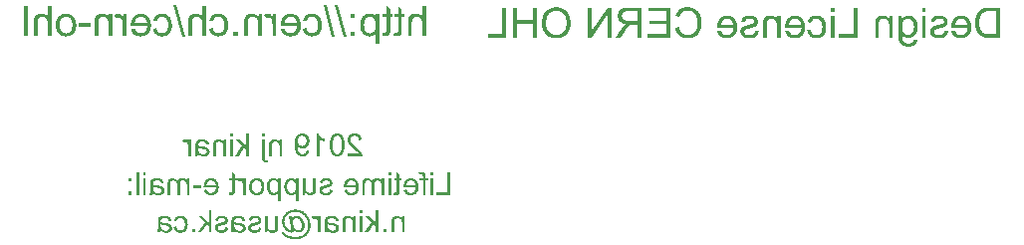
<source format=gbo>
G04*
G04 #@! TF.GenerationSoftware,Altium Limited,Altium Designer,20.0.13 (296)*
G04*
G04 Layer_Color=32896*
%FSLAX25Y25*%
%MOIN*%
G70*
G01*
G75*
G36*
X334646Y217760D02*
X333406D01*
Y221755D01*
Y221915D01*
X333399Y222061D01*
X333384Y222200D01*
X333377Y222331D01*
X333355Y222447D01*
X333341Y222557D01*
X333326Y222659D01*
X333304Y222754D01*
X333282Y222834D01*
X333268Y222907D01*
X333246Y222965D01*
X333231Y223016D01*
X333224Y223053D01*
X333209Y223082D01*
X333202Y223096D01*
Y223104D01*
X333115Y223278D01*
X333005Y223432D01*
X332896Y223563D01*
X332779Y223672D01*
X332677Y223760D01*
X332597Y223825D01*
X332561Y223847D01*
X332539Y223862D01*
X332524Y223876D01*
X332517D01*
X332335Y223971D01*
X332145Y224044D01*
X331970Y224095D01*
X331810Y224131D01*
X331737Y224146D01*
X331679Y224153D01*
X331620Y224161D01*
X331569D01*
X331526Y224168D01*
X331474D01*
X331343Y224161D01*
X331212Y224146D01*
X331095Y224131D01*
X330986Y224102D01*
X330884Y224066D01*
X330789Y224029D01*
X330709Y223993D01*
X330629Y223956D01*
X330563Y223913D01*
X330505Y223876D01*
X330454Y223840D01*
X330410Y223803D01*
X330381Y223774D01*
X330359Y223760D01*
X330345Y223745D01*
X330337Y223738D01*
X330264Y223650D01*
X330199Y223555D01*
X330148Y223453D01*
X330104Y223351D01*
X330031Y223125D01*
X329980Y222907D01*
X329965Y222805D01*
X329951Y222703D01*
X329944Y222615D01*
X329936Y222542D01*
X329929Y222477D01*
Y222433D01*
Y222396D01*
Y222389D01*
Y217760D01*
X328690D01*
Y222389D01*
Y222586D01*
X328704Y222768D01*
X328712Y222936D01*
X328733Y223096D01*
X328748Y223242D01*
X328770Y223381D01*
X328799Y223497D01*
X328821Y223607D01*
X328843Y223701D01*
X328872Y223789D01*
X328894Y223862D01*
X328908Y223920D01*
X328930Y223964D01*
X328938Y223993D01*
X328952Y224015D01*
Y224022D01*
X329003Y224124D01*
X329062Y224226D01*
X329193Y224401D01*
X329339Y224554D01*
X329477Y224678D01*
X329608Y224780D01*
X329667Y224817D01*
X329710Y224853D01*
X329754Y224875D01*
X329783Y224897D01*
X329805Y224911D01*
X329812D01*
X329929Y224970D01*
X330046Y225021D01*
X330286Y225094D01*
X330520Y225152D01*
X330738Y225196D01*
X330840Y225203D01*
X330935Y225218D01*
X331015Y225225D01*
X331081D01*
X331139Y225232D01*
X331219D01*
X331460Y225218D01*
X331693Y225188D01*
X331912Y225137D01*
X332116Y225072D01*
X332313Y224999D01*
X332488Y224911D01*
X332656Y224824D01*
X332809Y224729D01*
X332940Y224635D01*
X333064Y224547D01*
X333166Y224460D01*
X333253Y224387D01*
X333319Y224321D01*
X333370Y224270D01*
X333399Y224241D01*
X333406Y224226D01*
Y227849D01*
X334646D01*
Y217760D01*
D02*
G37*
G36*
X261017D02*
X259777D01*
Y221755D01*
Y221915D01*
X259770Y222061D01*
X259755Y222200D01*
X259748Y222331D01*
X259726Y222447D01*
X259712Y222557D01*
X259697Y222659D01*
X259675Y222754D01*
X259653Y222834D01*
X259639Y222907D01*
X259617Y222965D01*
X259602Y223016D01*
X259595Y223053D01*
X259580Y223082D01*
X259573Y223096D01*
Y223104D01*
X259486Y223278D01*
X259376Y223432D01*
X259267Y223563D01*
X259150Y223672D01*
X259048Y223760D01*
X258968Y223825D01*
X258932Y223847D01*
X258910Y223862D01*
X258895Y223876D01*
X258888D01*
X258706Y223971D01*
X258516Y224044D01*
X258341Y224095D01*
X258181Y224131D01*
X258108Y224146D01*
X258050Y224153D01*
X257991Y224161D01*
X257940D01*
X257896Y224168D01*
X257845D01*
X257714Y224161D01*
X257583Y224146D01*
X257466Y224131D01*
X257357Y224102D01*
X257255Y224066D01*
X257160Y224029D01*
X257080Y223993D01*
X257000Y223956D01*
X256934Y223913D01*
X256876Y223876D01*
X256825Y223840D01*
X256781Y223803D01*
X256752Y223774D01*
X256730Y223760D01*
X256716Y223745D01*
X256708Y223738D01*
X256635Y223650D01*
X256570Y223555D01*
X256519Y223453D01*
X256475Y223351D01*
X256402Y223125D01*
X256351Y222907D01*
X256336Y222805D01*
X256322Y222703D01*
X256315Y222615D01*
X256307Y222542D01*
X256300Y222477D01*
Y222433D01*
Y222396D01*
Y222389D01*
Y217760D01*
X255061D01*
Y222389D01*
Y222586D01*
X255075Y222768D01*
X255083Y222936D01*
X255104Y223096D01*
X255119Y223242D01*
X255141Y223381D01*
X255170Y223497D01*
X255192Y223607D01*
X255214Y223701D01*
X255243Y223789D01*
X255265Y223862D01*
X255279Y223920D01*
X255301Y223964D01*
X255309Y223993D01*
X255323Y224015D01*
Y224022D01*
X255374Y224124D01*
X255433Y224226D01*
X255564Y224401D01*
X255710Y224554D01*
X255848Y224678D01*
X255979Y224780D01*
X256038Y224817D01*
X256081Y224853D01*
X256125Y224875D01*
X256154Y224897D01*
X256176Y224911D01*
X256183D01*
X256300Y224970D01*
X256417Y225021D01*
X256657Y225094D01*
X256891Y225152D01*
X257109Y225196D01*
X257211Y225203D01*
X257306Y225218D01*
X257386Y225225D01*
X257452D01*
X257510Y225232D01*
X257590D01*
X257831Y225218D01*
X258064Y225188D01*
X258283Y225137D01*
X258487Y225072D01*
X258684Y224999D01*
X258859Y224911D01*
X259027Y224824D01*
X259180Y224729D01*
X259311Y224635D01*
X259435Y224547D01*
X259537Y224460D01*
X259624Y224387D01*
X259690Y224321D01*
X259741Y224270D01*
X259770Y224241D01*
X259777Y224226D01*
Y227849D01*
X261017D01*
Y217760D01*
D02*
G37*
G36*
X209316D02*
X208077D01*
Y221755D01*
Y221915D01*
X208069Y222061D01*
X208055Y222200D01*
X208048Y222331D01*
X208026Y222447D01*
X208011Y222557D01*
X207997Y222659D01*
X207975Y222754D01*
X207953Y222834D01*
X207938Y222907D01*
X207916Y222965D01*
X207902Y223016D01*
X207894Y223053D01*
X207880Y223082D01*
X207873Y223096D01*
Y223104D01*
X207785Y223278D01*
X207676Y223432D01*
X207566Y223563D01*
X207450Y223672D01*
X207348Y223760D01*
X207267Y223825D01*
X207231Y223847D01*
X207209Y223862D01*
X207195Y223876D01*
X207187D01*
X207005Y223971D01*
X206816Y224044D01*
X206641Y224095D01*
X206480Y224131D01*
X206407Y224146D01*
X206349Y224153D01*
X206291Y224161D01*
X206240D01*
X206196Y224168D01*
X206145D01*
X206014Y224161D01*
X205882Y224146D01*
X205766Y224131D01*
X205656Y224102D01*
X205554Y224066D01*
X205460Y224029D01*
X205379Y223993D01*
X205299Y223956D01*
X205234Y223913D01*
X205175Y223876D01*
X205124Y223840D01*
X205081Y223803D01*
X205051Y223774D01*
X205030Y223760D01*
X205015Y223745D01*
X205008Y223738D01*
X204935Y223650D01*
X204869Y223555D01*
X204818Y223453D01*
X204774Y223351D01*
X204701Y223125D01*
X204650Y222907D01*
X204636Y222805D01*
X204621Y222703D01*
X204614Y222615D01*
X204607Y222542D01*
X204599Y222477D01*
Y222433D01*
Y222396D01*
Y222389D01*
Y217760D01*
X203360D01*
Y222389D01*
Y222586D01*
X203375Y222768D01*
X203382Y222936D01*
X203404Y223096D01*
X203418Y223242D01*
X203440Y223381D01*
X203469Y223497D01*
X203491Y223607D01*
X203513Y223701D01*
X203542Y223789D01*
X203564Y223862D01*
X203579Y223920D01*
X203601Y223964D01*
X203608Y223993D01*
X203623Y224015D01*
Y224022D01*
X203674Y224124D01*
X203732Y224226D01*
X203863Y224401D01*
X204009Y224554D01*
X204147Y224678D01*
X204279Y224780D01*
X204337Y224817D01*
X204381Y224853D01*
X204424Y224875D01*
X204454Y224897D01*
X204475Y224911D01*
X204483D01*
X204599Y224970D01*
X204716Y225021D01*
X204957Y225094D01*
X205190Y225152D01*
X205409Y225196D01*
X205511Y225203D01*
X205605Y225218D01*
X205686Y225225D01*
X205751D01*
X205809Y225232D01*
X205890D01*
X206130Y225218D01*
X206364Y225188D01*
X206582Y225137D01*
X206786Y225072D01*
X206983Y224999D01*
X207158Y224911D01*
X207326Y224824D01*
X207479Y224729D01*
X207610Y224635D01*
X207734Y224547D01*
X207836Y224460D01*
X207924Y224387D01*
X207989Y224321D01*
X208040Y224270D01*
X208069Y224241D01*
X208077Y224226D01*
Y227849D01*
X209316D01*
Y217760D01*
D02*
G37*
G36*
X310793Y223665D02*
X309386D01*
Y225072D01*
X310793D01*
Y223665D01*
D02*
G37*
G36*
X222336Y220785D02*
X218516D01*
Y222032D01*
X222336D01*
Y220785D01*
D02*
G37*
G36*
X326576Y226880D02*
Y225072D01*
X327494D01*
Y224110D01*
X326576D01*
Y219896D01*
Y219699D01*
X326568Y219510D01*
X326561Y219349D01*
X326554Y219196D01*
X326539Y219065D01*
X326532Y218941D01*
X326517Y218839D01*
X326503Y218744D01*
X326488Y218664D01*
X326474Y218598D01*
X326466Y218547D01*
X326452Y218504D01*
X326444Y218467D01*
X326437Y218445D01*
X326430Y218438D01*
Y218431D01*
X326364Y218307D01*
X326284Y218197D01*
X326197Y218103D01*
X326109Y218022D01*
X326029Y217964D01*
X325963Y217913D01*
X325920Y217884D01*
X325912Y217877D01*
X325905D01*
X325752Y217804D01*
X325584Y217753D01*
X325409Y217716D01*
X325242Y217694D01*
X325096Y217680D01*
X325030Y217672D01*
X324972Y217665D01*
X324863D01*
X324702Y217672D01*
X324542Y217680D01*
X324381Y217702D01*
X324236Y217723D01*
X324112Y217738D01*
X324053Y217753D01*
X324010Y217760D01*
X323973Y217767D01*
X323944D01*
X323929Y217775D01*
X323922D01*
X324104Y218868D01*
X324221Y218853D01*
X324330Y218846D01*
X324425Y218832D01*
X324498D01*
X324564Y218824D01*
X324644D01*
X324739Y218832D01*
X324826Y218839D01*
X324899Y218853D01*
X324957Y218868D01*
X325008Y218883D01*
X325037Y218897D01*
X325059Y218912D01*
X325067D01*
X325118Y218948D01*
X325161Y218985D01*
X325227Y219065D01*
X325249Y219101D01*
X325263Y219130D01*
X325278Y219145D01*
Y219152D01*
X325285Y219189D01*
X325300Y219225D01*
X325314Y219320D01*
X325322Y219437D01*
X325329Y219546D01*
X325336Y219655D01*
Y219743D01*
Y219779D01*
Y219809D01*
Y219823D01*
Y219830D01*
Y224110D01*
X324104D01*
Y225072D01*
X325336D01*
Y227623D01*
X326576Y226880D01*
D02*
G37*
G36*
X322661D02*
Y225072D01*
X323579D01*
Y224110D01*
X322661D01*
Y219896D01*
Y219699D01*
X322654Y219510D01*
X322646Y219349D01*
X322639Y219196D01*
X322624Y219065D01*
X322617Y218941D01*
X322603Y218839D01*
X322588Y218744D01*
X322573Y218664D01*
X322559Y218598D01*
X322552Y218547D01*
X322537Y218504D01*
X322530Y218467D01*
X322522Y218445D01*
X322515Y218438D01*
Y218431D01*
X322449Y218307D01*
X322369Y218197D01*
X322282Y218103D01*
X322194Y218022D01*
X322114Y217964D01*
X322048Y217913D01*
X322005Y217884D01*
X321997Y217877D01*
X321990D01*
X321837Y217804D01*
X321670Y217753D01*
X321495Y217716D01*
X321327Y217694D01*
X321181Y217680D01*
X321115Y217672D01*
X321057Y217665D01*
X320948D01*
X320787Y217672D01*
X320627Y217680D01*
X320467Y217702D01*
X320321Y217723D01*
X320197Y217738D01*
X320139Y217753D01*
X320095Y217760D01*
X320058Y217767D01*
X320029D01*
X320015Y217775D01*
X320007D01*
X320190Y218868D01*
X320306Y218853D01*
X320416Y218846D01*
X320510Y218832D01*
X320583D01*
X320649Y218824D01*
X320729D01*
X320824Y218832D01*
X320911Y218839D01*
X320984Y218853D01*
X321042Y218868D01*
X321094Y218883D01*
X321123Y218897D01*
X321145Y218912D01*
X321152D01*
X321203Y218948D01*
X321247Y218985D01*
X321312Y219065D01*
X321334Y219101D01*
X321349Y219130D01*
X321363Y219145D01*
Y219152D01*
X321371Y219189D01*
X321385Y219225D01*
X321400Y219320D01*
X321407Y219437D01*
X321414Y219546D01*
X321422Y219655D01*
Y219743D01*
Y219779D01*
Y219809D01*
Y219823D01*
Y219830D01*
Y224110D01*
X320190D01*
Y225072D01*
X321422D01*
Y227623D01*
X322661Y226880D01*
D02*
G37*
G36*
X296621Y225225D02*
X296789Y225210D01*
X296956Y225188D01*
X297117Y225167D01*
X297270Y225130D01*
X297408Y225094D01*
X297547Y225050D01*
X297671Y225013D01*
X297780Y224970D01*
X297882Y224926D01*
X297977Y224890D01*
X298050Y224860D01*
X298108Y224831D01*
X298152Y224809D01*
X298181Y224795D01*
X298188Y224788D01*
X298334Y224700D01*
X298473Y224605D01*
X298597Y224496D01*
X298713Y224394D01*
X298823Y224285D01*
X298917Y224168D01*
X299005Y224059D01*
X299085Y223956D01*
X299158Y223854D01*
X299216Y223760D01*
X299267Y223672D01*
X299311Y223599D01*
X299340Y223541D01*
X299362Y223490D01*
X299377Y223461D01*
X299384Y223453D01*
X299449Y223286D01*
X299508Y223111D01*
X299566Y222936D01*
X299610Y222754D01*
X299675Y222411D01*
X299705Y222243D01*
X299719Y222083D01*
X299741Y221937D01*
X299748Y221806D01*
X299756Y221682D01*
X299763Y221580D01*
X299770Y221500D01*
Y221434D01*
Y221398D01*
Y221383D01*
X299763Y221048D01*
X299734Y220734D01*
X299683Y220443D01*
X299624Y220173D01*
X299559Y219925D01*
X299479Y219692D01*
X299398Y219480D01*
X299311Y219291D01*
X299231Y219130D01*
X299151Y218985D01*
X299071Y218861D01*
X298998Y218759D01*
X298946Y218678D01*
X298896Y218620D01*
X298866Y218591D01*
X298859Y218577D01*
X298684Y218402D01*
X298495Y218256D01*
X298298Y218125D01*
X298101Y218015D01*
X297897Y217920D01*
X297700Y217840D01*
X297503Y217775D01*
X297314Y217723D01*
X297139Y217680D01*
X296971Y217651D01*
X296825Y217629D01*
X296701Y217614D01*
X296599Y217607D01*
X296519Y217600D01*
X296453D01*
X296235Y217607D01*
X296023Y217629D01*
X295819Y217665D01*
X295630Y217709D01*
X295455Y217767D01*
X295287Y217826D01*
X295134Y217884D01*
X294995Y217957D01*
X294864Y218022D01*
X294755Y218081D01*
X294660Y218146D01*
X294580Y218197D01*
X294514Y218241D01*
X294471Y218278D01*
X294441Y218299D01*
X294434Y218307D01*
X294288Y218445D01*
X294150Y218591D01*
X294033Y218751D01*
X293924Y218912D01*
X293829Y219079D01*
X293749Y219240D01*
X293676Y219400D01*
X293610Y219553D01*
X293559Y219706D01*
X293515Y219838D01*
X293479Y219962D01*
X293450Y220064D01*
X293428Y220151D01*
X293413Y220217D01*
X293406Y220261D01*
Y220275D01*
X294624Y220443D01*
X294653Y220275D01*
X294689Y220115D01*
X294726Y219969D01*
X294777Y219838D01*
X294828Y219706D01*
X294879Y219597D01*
X294930Y219495D01*
X294981Y219408D01*
X295032Y219327D01*
X295083Y219254D01*
X295127Y219196D01*
X295163Y219152D01*
X295199Y219116D01*
X295221Y219087D01*
X295236Y219072D01*
X295243Y219065D01*
X295338Y218985D01*
X295433Y218919D01*
X295535Y218861D01*
X295637Y218810D01*
X295739Y218766D01*
X295841Y218730D01*
X296038Y218678D01*
X296125Y218657D01*
X296205Y218642D01*
X296278Y218635D01*
X296337Y218628D01*
X296388Y218620D01*
X296461D01*
X296628Y218628D01*
X296789Y218649D01*
X296935Y218678D01*
X297073Y218722D01*
X297204Y218773D01*
X297328Y218832D01*
X297438Y218890D01*
X297540Y218955D01*
X297627Y219014D01*
X297707Y219072D01*
X297773Y219130D01*
X297831Y219181D01*
X297875Y219225D01*
X297904Y219254D01*
X297926Y219276D01*
X297933Y219284D01*
X298035Y219415D01*
X298115Y219568D01*
X298196Y219728D01*
X298254Y219896D01*
X298312Y220071D01*
X298356Y220253D01*
X298393Y220428D01*
X298422Y220603D01*
X298451Y220763D01*
X298465Y220917D01*
X298480Y221055D01*
X298487Y221179D01*
Y221281D01*
X298495Y221354D01*
Y221383D01*
Y221405D01*
Y221412D01*
Y221420D01*
X298487Y221682D01*
X298473Y221930D01*
X298444Y222156D01*
X298400Y222360D01*
X298356Y222557D01*
X298312Y222732D01*
X298254Y222885D01*
X298203Y223023D01*
X298152Y223147D01*
X298094Y223249D01*
X298050Y223344D01*
X297999Y223417D01*
X297962Y223468D01*
X297933Y223512D01*
X297919Y223534D01*
X297911Y223541D01*
X297795Y223658D01*
X297678Y223760D01*
X297554Y223854D01*
X297430Y223927D01*
X297299Y223993D01*
X297175Y224051D01*
X297051Y224095D01*
X296935Y224131D01*
X296825Y224153D01*
X296723Y224175D01*
X296628Y224190D01*
X296548Y224204D01*
X296482D01*
X296439Y224212D01*
X296395D01*
X296278Y224204D01*
X296169Y224197D01*
X295965Y224153D01*
X295790Y224095D01*
X295637Y224029D01*
X295564Y223993D01*
X295506Y223956D01*
X295455Y223927D01*
X295418Y223898D01*
X295382Y223876D01*
X295360Y223854D01*
X295345Y223847D01*
X295338Y223840D01*
X295258Y223767D01*
X295185Y223687D01*
X295061Y223512D01*
X294952Y223330D01*
X294864Y223147D01*
X294835Y223067D01*
X294806Y222987D01*
X294777Y222921D01*
X294762Y222856D01*
X294747Y222812D01*
X294733Y222768D01*
X294726Y222746D01*
Y222739D01*
X293523Y222921D01*
X293566Y223125D01*
X293625Y223308D01*
X293690Y223490D01*
X293771Y223650D01*
X293844Y223803D01*
X293931Y223942D01*
X294011Y224073D01*
X294091Y224190D01*
X294172Y224292D01*
X294245Y224379D01*
X294317Y224452D01*
X294376Y224518D01*
X294427Y224562D01*
X294463Y224598D01*
X294492Y224620D01*
X294500Y224627D01*
X294645Y224736D01*
X294798Y224824D01*
X294959Y224911D01*
X295119Y224977D01*
X295287Y225035D01*
X295447Y225086D01*
X295600Y225123D01*
X295754Y225159D01*
X295899Y225181D01*
X296030Y225203D01*
X296147Y225210D01*
X296249Y225225D01*
X296329D01*
X296395Y225232D01*
X296446D01*
X296621Y225225D01*
D02*
G37*
G36*
X289623Y225218D02*
X289885Y225188D01*
X290133Y225137D01*
X290373Y225072D01*
X290592Y224999D01*
X290789Y224911D01*
X290979Y224817D01*
X291146Y224722D01*
X291299Y224627D01*
X291430Y224532D01*
X291540Y224452D01*
X291635Y224372D01*
X291715Y224306D01*
X291766Y224255D01*
X291795Y224226D01*
X291810Y224212D01*
X291977Y224015D01*
X292123Y223796D01*
X292247Y223570D01*
X292356Y223337D01*
X292451Y223096D01*
X292524Y222856D01*
X292590Y222622D01*
X292641Y222404D01*
X292677Y222185D01*
X292706Y221988D01*
X292728Y221813D01*
X292743Y221660D01*
X292750Y221587D01*
Y221529D01*
Y221478D01*
X292757Y221434D01*
Y221398D01*
Y221376D01*
Y221361D01*
Y221354D01*
X292750Y221026D01*
X292714Y220720D01*
X292670Y220435D01*
X292612Y220166D01*
X292539Y219918D01*
X292458Y219692D01*
X292378Y219488D01*
X292291Y219298D01*
X292203Y219130D01*
X292116Y218992D01*
X292043Y218868D01*
X291970Y218766D01*
X291912Y218686D01*
X291861Y218628D01*
X291831Y218598D01*
X291824Y218584D01*
X291642Y218409D01*
X291445Y218256D01*
X291241Y218125D01*
X291030Y218015D01*
X290818Y217920D01*
X290607Y217840D01*
X290395Y217775D01*
X290198Y217723D01*
X290009Y217680D01*
X289834Y217651D01*
X289681Y217629D01*
X289542Y217614D01*
X289433Y217607D01*
X289389D01*
X289353Y217600D01*
X289280D01*
X289047Y217607D01*
X288821Y217629D01*
X288609Y217658D01*
X288412Y217694D01*
X288230Y217745D01*
X288055Y217796D01*
X287902Y217855D01*
X287756Y217913D01*
X287625Y217964D01*
X287516Y218022D01*
X287414Y218074D01*
X287334Y218125D01*
X287268Y218161D01*
X287224Y218190D01*
X287195Y218212D01*
X287188Y218219D01*
X287042Y218343D01*
X286904Y218474D01*
X286779Y218613D01*
X286670Y218751D01*
X286568Y218897D01*
X286473Y219043D01*
X286393Y219189D01*
X286320Y219320D01*
X286255Y219451D01*
X286204Y219575D01*
X286160Y219685D01*
X286123Y219779D01*
X286102Y219852D01*
X286080Y219911D01*
X286065Y219947D01*
Y219962D01*
X287341Y220129D01*
X287399Y219983D01*
X287457Y219852D01*
X287516Y219728D01*
X287581Y219612D01*
X287647Y219510D01*
X287705Y219415D01*
X287771Y219335D01*
X287829Y219254D01*
X287888Y219189D01*
X287939Y219130D01*
X287982Y219087D01*
X288026Y219043D01*
X288063Y219014D01*
X288084Y218992D01*
X288099Y218985D01*
X288106Y218977D01*
X288201Y218912D01*
X288296Y218861D01*
X288391Y218810D01*
X288493Y218773D01*
X288689Y218708D01*
X288872Y218664D01*
X288952Y218649D01*
X289032Y218642D01*
X289098Y218635D01*
X289156Y218628D01*
X289207Y218620D01*
X289273D01*
X289440Y218628D01*
X289601Y218649D01*
X289754Y218678D01*
X289900Y218722D01*
X290038Y218766D01*
X290162Y218824D01*
X290279Y218875D01*
X290381Y218941D01*
X290476Y218999D01*
X290563Y219058D01*
X290636Y219109D01*
X290694Y219152D01*
X290738Y219196D01*
X290774Y219225D01*
X290796Y219247D01*
X290804Y219254D01*
X290913Y219378D01*
X291008Y219517D01*
X291095Y219663D01*
X291168Y219816D01*
X291234Y219969D01*
X291285Y220122D01*
X291336Y220268D01*
X291372Y220421D01*
X291401Y220559D01*
X291430Y220683D01*
X291445Y220800D01*
X291460Y220902D01*
X291474Y220982D01*
Y221048D01*
X291482Y221084D01*
Y221099D01*
X286029D01*
Y221179D01*
X286021Y221245D01*
Y221296D01*
Y221347D01*
Y221383D01*
Y221405D01*
Y221420D01*
Y221427D01*
X286029Y221755D01*
X286058Y222068D01*
X286109Y222360D01*
X286167Y222630D01*
X286240Y222878D01*
X286313Y223111D01*
X286401Y223322D01*
X286488Y223512D01*
X286575Y223679D01*
X286656Y223825D01*
X286736Y223949D01*
X286809Y224051D01*
X286867Y224131D01*
X286911Y224190D01*
X286947Y224219D01*
X286954Y224234D01*
X287137Y224409D01*
X287326Y224562D01*
X287516Y224700D01*
X287720Y224809D01*
X287917Y224911D01*
X288121Y224992D01*
X288310Y225057D01*
X288500Y225108D01*
X288675Y225152D01*
X288835Y225181D01*
X288974Y225203D01*
X289105Y225218D01*
X289207Y225225D01*
X289280Y225232D01*
X289346D01*
X289623Y225218D01*
D02*
G37*
G36*
X265289Y225225D02*
X265456Y225210D01*
X265624Y225188D01*
X265784Y225167D01*
X265937Y225130D01*
X266076Y225094D01*
X266214Y225050D01*
X266338Y225013D01*
X266448Y224970D01*
X266550Y224926D01*
X266645Y224890D01*
X266718Y224860D01*
X266776Y224831D01*
X266820Y224809D01*
X266849Y224795D01*
X266856Y224788D01*
X267002Y224700D01*
X267140Y224605D01*
X267264Y224496D01*
X267381Y224394D01*
X267490Y224285D01*
X267585Y224168D01*
X267672Y224059D01*
X267753Y223956D01*
X267826Y223854D01*
X267884Y223760D01*
X267935Y223672D01*
X267979Y223599D01*
X268008Y223541D01*
X268030Y223490D01*
X268044Y223461D01*
X268052Y223453D01*
X268117Y223286D01*
X268176Y223111D01*
X268234Y222936D01*
X268278Y222754D01*
X268343Y222411D01*
X268372Y222243D01*
X268387Y222083D01*
X268409Y221937D01*
X268416Y221806D01*
X268423Y221682D01*
X268431Y221580D01*
X268438Y221500D01*
Y221434D01*
Y221398D01*
Y221383D01*
X268431Y221048D01*
X268401Y220734D01*
X268350Y220443D01*
X268292Y220173D01*
X268227Y219925D01*
X268146Y219692D01*
X268066Y219480D01*
X267979Y219291D01*
X267898Y219130D01*
X267818Y218985D01*
X267738Y218861D01*
X267665Y218759D01*
X267614Y218678D01*
X267563Y218620D01*
X267534Y218591D01*
X267527Y218577D01*
X267352Y218402D01*
X267162Y218256D01*
X266965Y218125D01*
X266769Y218015D01*
X266564Y217920D01*
X266368Y217840D01*
X266171Y217775D01*
X265981Y217723D01*
X265806Y217680D01*
X265638Y217651D01*
X265493Y217629D01*
X265369Y217614D01*
X265267Y217607D01*
X265187Y217600D01*
X265121D01*
X264902Y217607D01*
X264691Y217629D01*
X264487Y217665D01*
X264297Y217709D01*
X264122Y217767D01*
X263954Y217826D01*
X263802Y217884D01*
X263663Y217957D01*
X263532Y218022D01*
X263422Y218081D01*
X263328Y218146D01*
X263247Y218197D01*
X263182Y218241D01*
X263138Y218278D01*
X263109Y218299D01*
X263102Y218307D01*
X262956Y218445D01*
X262817Y218591D01*
X262701Y218751D01*
X262591Y218912D01*
X262496Y219079D01*
X262416Y219240D01*
X262343Y219400D01*
X262278Y219553D01*
X262227Y219706D01*
X262183Y219838D01*
X262147Y219962D01*
X262118Y220064D01*
X262096Y220151D01*
X262081Y220217D01*
X262074Y220261D01*
Y220275D01*
X263291Y220443D01*
X263320Y220275D01*
X263357Y220115D01*
X263393Y219969D01*
X263444Y219838D01*
X263495Y219706D01*
X263546Y219597D01*
X263597Y219495D01*
X263648Y219408D01*
X263699Y219327D01*
X263750Y219254D01*
X263794Y219196D01*
X263831Y219152D01*
X263867Y219116D01*
X263889Y219087D01*
X263903Y219072D01*
X263911Y219065D01*
X264006Y218985D01*
X264100Y218919D01*
X264202Y218861D01*
X264304Y218810D01*
X264406Y218766D01*
X264509Y218730D01*
X264705Y218678D01*
X264793Y218657D01*
X264873Y218642D01*
X264946Y218635D01*
X265004Y218628D01*
X265055Y218620D01*
X265128D01*
X265296Y218628D01*
X265456Y218649D01*
X265602Y218678D01*
X265741Y218722D01*
X265872Y218773D01*
X265996Y218832D01*
X266105Y218890D01*
X266207Y218955D01*
X266295Y219014D01*
X266375Y219072D01*
X266440Y219130D01*
X266499Y219181D01*
X266543Y219225D01*
X266572Y219254D01*
X266594Y219276D01*
X266601Y219284D01*
X266703Y219415D01*
X266783Y219568D01*
X266863Y219728D01*
X266922Y219896D01*
X266980Y220071D01*
X267024Y220253D01*
X267060Y220428D01*
X267089Y220603D01*
X267118Y220763D01*
X267133Y220917D01*
X267148Y221055D01*
X267155Y221179D01*
Y221281D01*
X267162Y221354D01*
Y221383D01*
Y221405D01*
Y221412D01*
Y221420D01*
X267155Y221682D01*
X267140Y221930D01*
X267111Y222156D01*
X267067Y222360D01*
X267024Y222557D01*
X266980Y222732D01*
X266922Y222885D01*
X266870Y223023D01*
X266820Y223147D01*
X266761Y223249D01*
X266718Y223344D01*
X266666Y223417D01*
X266630Y223468D01*
X266601Y223512D01*
X266586Y223534D01*
X266579Y223541D01*
X266462Y223658D01*
X266346Y223760D01*
X266222Y223854D01*
X266098Y223927D01*
X265967Y223993D01*
X265843Y224051D01*
X265719Y224095D01*
X265602Y224131D01*
X265493Y224153D01*
X265391Y224175D01*
X265296Y224190D01*
X265216Y224204D01*
X265150D01*
X265106Y224212D01*
X265063D01*
X264946Y224204D01*
X264837Y224197D01*
X264633Y224153D01*
X264458Y224095D01*
X264304Y224029D01*
X264232Y223993D01*
X264173Y223956D01*
X264122Y223927D01*
X264086Y223898D01*
X264049Y223876D01*
X264027Y223854D01*
X264013Y223847D01*
X264006Y223840D01*
X263925Y223767D01*
X263853Y223687D01*
X263728Y223512D01*
X263619Y223330D01*
X263532Y223147D01*
X263503Y223067D01*
X263473Y222987D01*
X263444Y222921D01*
X263430Y222856D01*
X263415Y222812D01*
X263401Y222768D01*
X263393Y222746D01*
Y222739D01*
X262190Y222921D01*
X262234Y223125D01*
X262292Y223308D01*
X262358Y223490D01*
X262438Y223650D01*
X262511Y223803D01*
X262599Y223942D01*
X262679Y224073D01*
X262759Y224190D01*
X262839Y224292D01*
X262912Y224379D01*
X262985Y224452D01*
X263043Y224518D01*
X263094Y224562D01*
X263131Y224598D01*
X263160Y224620D01*
X263167Y224627D01*
X263313Y224736D01*
X263466Y224824D01*
X263627Y224911D01*
X263787Y224977D01*
X263954Y225035D01*
X264115Y225086D01*
X264268Y225123D01*
X264421Y225159D01*
X264567Y225181D01*
X264698Y225203D01*
X264815Y225210D01*
X264917Y225225D01*
X264997D01*
X265063Y225232D01*
X265114D01*
X265289Y225225D01*
D02*
G37*
G36*
X246488D02*
X246655Y225210D01*
X246823Y225188D01*
X246983Y225167D01*
X247136Y225130D01*
X247275Y225094D01*
X247413Y225050D01*
X247537Y225013D01*
X247647Y224970D01*
X247749Y224926D01*
X247844Y224890D01*
X247917Y224860D01*
X247975Y224831D01*
X248019Y224809D01*
X248048Y224795D01*
X248055Y224788D01*
X248201Y224700D01*
X248339Y224605D01*
X248463Y224496D01*
X248580Y224394D01*
X248689Y224285D01*
X248784Y224168D01*
X248871Y224059D01*
X248952Y223956D01*
X249025Y223854D01*
X249083Y223760D01*
X249134Y223672D01*
X249178Y223599D01*
X249207Y223541D01*
X249229Y223490D01*
X249243Y223461D01*
X249251Y223453D01*
X249316Y223286D01*
X249375Y223111D01*
X249433Y222936D01*
X249477Y222754D01*
X249542Y222411D01*
X249571Y222243D01*
X249586Y222083D01*
X249608Y221937D01*
X249615Y221806D01*
X249622Y221682D01*
X249630Y221580D01*
X249637Y221500D01*
Y221434D01*
Y221398D01*
Y221383D01*
X249630Y221048D01*
X249601Y220734D01*
X249550Y220443D01*
X249491Y220173D01*
X249426Y219925D01*
X249345Y219692D01*
X249265Y219480D01*
X249178Y219291D01*
X249097Y219130D01*
X249017Y218985D01*
X248937Y218861D01*
X248864Y218759D01*
X248813Y218678D01*
X248762Y218620D01*
X248733Y218591D01*
X248726Y218577D01*
X248551Y218402D01*
X248361Y218256D01*
X248164Y218125D01*
X247968Y218015D01*
X247763Y217920D01*
X247567Y217840D01*
X247370Y217775D01*
X247180Y217723D01*
X247005Y217680D01*
X246838Y217651D01*
X246692Y217629D01*
X246568Y217614D01*
X246466Y217607D01*
X246386Y217600D01*
X246320D01*
X246101Y217607D01*
X245890Y217629D01*
X245686Y217665D01*
X245496Y217709D01*
X245321Y217767D01*
X245154Y217826D01*
X245001Y217884D01*
X244862Y217957D01*
X244731Y218022D01*
X244621Y218081D01*
X244527Y218146D01*
X244446Y218197D01*
X244381Y218241D01*
X244337Y218278D01*
X244308Y218299D01*
X244301Y218307D01*
X244155Y218445D01*
X244016Y218591D01*
X243900Y218751D01*
X243790Y218912D01*
X243696Y219079D01*
X243615Y219240D01*
X243543Y219400D01*
X243477Y219553D01*
X243426Y219706D01*
X243382Y219838D01*
X243346Y219962D01*
X243317Y220064D01*
X243295Y220151D01*
X243280Y220217D01*
X243273Y220261D01*
Y220275D01*
X244490Y220443D01*
X244519Y220275D01*
X244556Y220115D01*
X244592Y219969D01*
X244643Y219838D01*
X244694Y219706D01*
X244745Y219597D01*
X244796Y219495D01*
X244847Y219408D01*
X244899Y219327D01*
X244950Y219254D01*
X244993Y219196D01*
X245030Y219152D01*
X245066Y219116D01*
X245088Y219087D01*
X245103Y219072D01*
X245110Y219065D01*
X245205Y218985D01*
X245299Y218919D01*
X245402Y218861D01*
X245503Y218810D01*
X245606Y218766D01*
X245708Y218730D01*
X245904Y218678D01*
X245992Y218657D01*
X246072Y218642D01*
X246145Y218635D01*
X246203Y218628D01*
X246254Y218620D01*
X246327D01*
X246495Y218628D01*
X246655Y218649D01*
X246801Y218678D01*
X246940Y218722D01*
X247071Y218773D01*
X247195Y218832D01*
X247304Y218890D01*
X247406Y218955D01*
X247494Y219014D01*
X247574Y219072D01*
X247639Y219130D01*
X247698Y219181D01*
X247742Y219225D01*
X247771Y219254D01*
X247793Y219276D01*
X247800Y219284D01*
X247902Y219415D01*
X247982Y219568D01*
X248062Y219728D01*
X248121Y219896D01*
X248179Y220071D01*
X248223Y220253D01*
X248259Y220428D01*
X248288Y220603D01*
X248318Y220763D01*
X248332Y220917D01*
X248347Y221055D01*
X248354Y221179D01*
Y221281D01*
X248361Y221354D01*
Y221383D01*
Y221405D01*
Y221412D01*
Y221420D01*
X248354Y221682D01*
X248339Y221930D01*
X248310Y222156D01*
X248267Y222360D01*
X248223Y222557D01*
X248179Y222732D01*
X248121Y222885D01*
X248070Y223023D01*
X248019Y223147D01*
X247960Y223249D01*
X247917Y223344D01*
X247866Y223417D01*
X247829Y223468D01*
X247800Y223512D01*
X247785Y223534D01*
X247778Y223541D01*
X247661Y223658D01*
X247545Y223760D01*
X247421Y223854D01*
X247297Y223927D01*
X247166Y223993D01*
X247042Y224051D01*
X246918Y224095D01*
X246801Y224131D01*
X246692Y224153D01*
X246590Y224175D01*
X246495Y224190D01*
X246415Y224204D01*
X246349D01*
X246305Y224212D01*
X246262D01*
X246145Y224204D01*
X246036Y224197D01*
X245832Y224153D01*
X245657Y224095D01*
X245503Y224029D01*
X245431Y223993D01*
X245372Y223956D01*
X245321Y223927D01*
X245285Y223898D01*
X245248Y223876D01*
X245227Y223854D01*
X245212Y223847D01*
X245205Y223840D01*
X245125Y223767D01*
X245052Y223687D01*
X244928Y223512D01*
X244818Y223330D01*
X244731Y223147D01*
X244702Y223067D01*
X244672Y222987D01*
X244643Y222921D01*
X244629Y222856D01*
X244614Y222812D01*
X244600Y222768D01*
X244592Y222746D01*
Y222739D01*
X243389Y222921D01*
X243433Y223125D01*
X243492Y223308D01*
X243557Y223490D01*
X243637Y223650D01*
X243710Y223803D01*
X243798Y223942D01*
X243878Y224073D01*
X243958Y224190D01*
X244038Y224292D01*
X244111Y224379D01*
X244184Y224452D01*
X244242Y224518D01*
X244293Y224562D01*
X244330Y224598D01*
X244359Y224620D01*
X244366Y224627D01*
X244512Y224736D01*
X244665Y224824D01*
X244826Y224911D01*
X244986Y224977D01*
X245154Y225035D01*
X245314Y225086D01*
X245467Y225123D01*
X245620Y225159D01*
X245766Y225181D01*
X245897Y225203D01*
X246014Y225210D01*
X246116Y225225D01*
X246196D01*
X246262Y225232D01*
X246313D01*
X246488Y225225D01*
D02*
G37*
G36*
X239489Y225218D02*
X239752Y225188D01*
X240000Y225137D01*
X240240Y225072D01*
X240459Y224999D01*
X240656Y224911D01*
X240845Y224817D01*
X241013Y224722D01*
X241166Y224627D01*
X241297Y224532D01*
X241407Y224452D01*
X241501Y224372D01*
X241582Y224306D01*
X241633Y224255D01*
X241662Y224226D01*
X241676Y224212D01*
X241844Y224015D01*
X241990Y223796D01*
X242114Y223570D01*
X242223Y223337D01*
X242318Y223096D01*
X242391Y222856D01*
X242456Y222622D01*
X242507Y222404D01*
X242544Y222185D01*
X242573Y221988D01*
X242595Y221813D01*
X242609Y221660D01*
X242617Y221587D01*
Y221529D01*
Y221478D01*
X242624Y221434D01*
Y221398D01*
Y221376D01*
Y221361D01*
Y221354D01*
X242617Y221026D01*
X242580Y220720D01*
X242536Y220435D01*
X242478Y220166D01*
X242405Y219918D01*
X242325Y219692D01*
X242245Y219488D01*
X242157Y219298D01*
X242070Y219130D01*
X241983Y218992D01*
X241910Y218868D01*
X241837Y218766D01*
X241778Y218686D01*
X241727Y218628D01*
X241698Y218598D01*
X241691Y218584D01*
X241509Y218409D01*
X241312Y218256D01*
X241108Y218125D01*
X240896Y218015D01*
X240685Y217920D01*
X240474Y217840D01*
X240262Y217775D01*
X240065Y217723D01*
X239876Y217680D01*
X239701Y217651D01*
X239548Y217629D01*
X239409Y217614D01*
X239300Y217607D01*
X239256D01*
X239220Y217600D01*
X239147D01*
X238913Y217607D01*
X238687Y217629D01*
X238476Y217658D01*
X238279Y217694D01*
X238097Y217745D01*
X237922Y217796D01*
X237769Y217855D01*
X237623Y217913D01*
X237492Y217964D01*
X237383Y218022D01*
X237280Y218074D01*
X237200Y218125D01*
X237135Y218161D01*
X237091Y218190D01*
X237062Y218212D01*
X237054Y218219D01*
X236909Y218343D01*
X236770Y218474D01*
X236646Y218613D01*
X236537Y218751D01*
X236435Y218897D01*
X236340Y219043D01*
X236260Y219189D01*
X236187Y219320D01*
X236121Y219451D01*
X236070Y219575D01*
X236027Y219685D01*
X235990Y219779D01*
X235968Y219852D01*
X235946Y219911D01*
X235932Y219947D01*
Y219962D01*
X237208Y220129D01*
X237266Y219983D01*
X237324Y219852D01*
X237383Y219728D01*
X237448Y219612D01*
X237514Y219510D01*
X237572Y219415D01*
X237638Y219335D01*
X237696Y219254D01*
X237754Y219189D01*
X237805Y219130D01*
X237849Y219087D01*
X237893Y219043D01*
X237929Y219014D01*
X237951Y218992D01*
X237966Y218985D01*
X237973Y218977D01*
X238068Y218912D01*
X238162Y218861D01*
X238257Y218810D01*
X238359Y218773D01*
X238556Y218708D01*
X238738Y218664D01*
X238819Y218649D01*
X238899Y218642D01*
X238964Y218635D01*
X239023Y218628D01*
X239074Y218620D01*
X239139D01*
X239307Y218628D01*
X239467Y218649D01*
X239620Y218678D01*
X239766Y218722D01*
X239905Y218766D01*
X240029Y218824D01*
X240145Y218875D01*
X240248Y218941D01*
X240342Y218999D01*
X240430Y219058D01*
X240503Y219109D01*
X240561Y219152D01*
X240605Y219196D01*
X240641Y219225D01*
X240663Y219247D01*
X240670Y219254D01*
X240780Y219378D01*
X240874Y219517D01*
X240962Y219663D01*
X241035Y219816D01*
X241100Y219969D01*
X241151Y220122D01*
X241202Y220268D01*
X241239Y220421D01*
X241268Y220559D01*
X241297Y220683D01*
X241312Y220800D01*
X241326Y220902D01*
X241341Y220982D01*
Y221048D01*
X241348Y221084D01*
Y221099D01*
X235895D01*
Y221179D01*
X235888Y221245D01*
Y221296D01*
Y221347D01*
Y221383D01*
Y221405D01*
Y221420D01*
Y221427D01*
X235895Y221755D01*
X235925Y222068D01*
X235976Y222360D01*
X236034Y222630D01*
X236107Y222878D01*
X236180Y223111D01*
X236267Y223322D01*
X236355Y223512D01*
X236442Y223679D01*
X236522Y223825D01*
X236602Y223949D01*
X236675Y224051D01*
X236734Y224131D01*
X236777Y224190D01*
X236814Y224219D01*
X236821Y224234D01*
X237003Y224409D01*
X237193Y224562D01*
X237383Y224700D01*
X237587Y224809D01*
X237783Y224911D01*
X237988Y224992D01*
X238177Y225057D01*
X238367Y225108D01*
X238542Y225152D01*
X238702Y225181D01*
X238841Y225203D01*
X238972Y225218D01*
X239074Y225225D01*
X239147Y225232D01*
X239212D01*
X239489Y225218D01*
D02*
G37*
G36*
X310793Y217760D02*
X309386D01*
Y219167D01*
X310793D01*
Y217760D01*
D02*
G37*
G36*
X281990Y225225D02*
X282136Y225196D01*
X282267Y225152D01*
X282391Y225108D01*
X282486Y225057D01*
X282559Y225021D01*
X282588Y224999D01*
X282610Y224992D01*
X282617Y224977D01*
X282624D01*
X282690Y224926D01*
X282763Y224860D01*
X282828Y224788D01*
X282894Y224715D01*
X283025Y224540D01*
X283149Y224372D01*
X283251Y224212D01*
X283295Y224139D01*
X283331Y224073D01*
X283361Y224022D01*
X283382Y223986D01*
X283397Y223956D01*
X283404Y223949D01*
Y225072D01*
X284520D01*
Y217760D01*
X283280D01*
Y221580D01*
X283273Y221871D01*
X283251Y222141D01*
X283229Y222265D01*
X283215Y222382D01*
X283200Y222491D01*
X283178Y222601D01*
X283156Y222688D01*
X283142Y222776D01*
X283120Y222848D01*
X283105Y222907D01*
X283098Y222958D01*
X283084Y222994D01*
X283076Y223016D01*
Y223023D01*
X283018Y223177D01*
X282945Y223315D01*
X282872Y223432D01*
X282792Y223526D01*
X282726Y223599D01*
X282668Y223658D01*
X282631Y223687D01*
X282617Y223701D01*
X282493Y223781D01*
X282369Y223847D01*
X282245Y223891D01*
X282136Y223920D01*
X282041Y223935D01*
X281961Y223949D01*
X281895D01*
X281728Y223935D01*
X281560Y223905D01*
X281407Y223869D01*
X281276Y223818D01*
X281159Y223767D01*
X281108Y223745D01*
X281071Y223730D01*
X281035Y223709D01*
X281013Y223701D01*
X280999Y223687D01*
X280991D01*
X280554Y224831D01*
X280678Y224904D01*
X280794Y224962D01*
X280911Y225021D01*
X281028Y225065D01*
X281239Y225137D01*
X281341Y225159D01*
X281436Y225181D01*
X281523Y225196D01*
X281596Y225210D01*
X281662Y225218D01*
X281720Y225225D01*
X281764Y225232D01*
X281830D01*
X281990Y225225D01*
D02*
G37*
G36*
X276654Y225218D02*
X276916Y225181D01*
X277157Y225123D01*
X277383Y225043D01*
X277594Y224955D01*
X277784Y224853D01*
X277959Y224744D01*
X278112Y224635D01*
X278250Y224518D01*
X278367Y224409D01*
X278469Y224306D01*
X278556Y224219D01*
X278615Y224139D01*
X278666Y224080D01*
X278695Y224044D01*
X278702Y224029D01*
Y225072D01*
X279818D01*
Y217760D01*
X278578D01*
Y221748D01*
X278571Y222003D01*
X278556Y222236D01*
X278527Y222447D01*
X278491Y222637D01*
X278447Y222812D01*
X278396Y222972D01*
X278345Y223111D01*
X278294Y223228D01*
X278243Y223337D01*
X278192Y223424D01*
X278141Y223497D01*
X278097Y223555D01*
X278061Y223599D01*
X278031Y223636D01*
X278017Y223650D01*
X278010Y223658D01*
X277900Y223745D01*
X277784Y223825D01*
X277667Y223891D01*
X277550Y223949D01*
X277434Y224000D01*
X277324Y224037D01*
X277215Y224073D01*
X277106Y224095D01*
X277011Y224117D01*
X276923Y224131D01*
X276843Y224146D01*
X276770Y224153D01*
X276719Y224161D01*
X276639D01*
X276457Y224153D01*
X276296Y224124D01*
X276151Y224088D01*
X276020Y224051D01*
X275917Y224008D01*
X275845Y223971D01*
X275815Y223956D01*
X275794Y223942D01*
X275786Y223935D01*
X275779D01*
X275648Y223847D01*
X275538Y223745D01*
X275451Y223643D01*
X275378Y223548D01*
X275327Y223461D01*
X275290Y223395D01*
X275276Y223366D01*
X275269Y223344D01*
X275261Y223337D01*
Y223330D01*
X275232Y223257D01*
X275210Y223177D01*
X275174Y222994D01*
X275152Y222812D01*
X275130Y222622D01*
Y222542D01*
X275123Y222462D01*
Y222389D01*
X275115Y222323D01*
Y222272D01*
Y222236D01*
Y222207D01*
Y222200D01*
Y217760D01*
X273876D01*
Y222251D01*
Y222404D01*
Y222550D01*
X273884Y222681D01*
X273891Y222805D01*
Y222914D01*
X273898Y223009D01*
X273905Y223096D01*
X273913Y223177D01*
X273920Y223242D01*
X273927Y223300D01*
X273935Y223351D01*
Y223388D01*
X273942Y223417D01*
X273949Y223439D01*
Y223446D01*
Y223453D01*
X274000Y223643D01*
X274059Y223818D01*
X274117Y223978D01*
X274182Y224110D01*
X274241Y224219D01*
X274270Y224263D01*
X274292Y224299D01*
X274306Y224328D01*
X274321Y224350D01*
X274336Y224357D01*
Y224365D01*
X274452Y224503D01*
X274583Y224627D01*
X274722Y224736D01*
X274853Y224824D01*
X274977Y224897D01*
X275028Y224926D01*
X275072Y224948D01*
X275115Y224970D01*
X275145Y224984D01*
X275159Y224992D01*
X275167D01*
X275378Y225072D01*
X275589Y225130D01*
X275794Y225174D01*
X275976Y225203D01*
X276063Y225210D01*
X276136Y225218D01*
X276209Y225225D01*
X276267Y225232D01*
X276377D01*
X276654Y225218D01*
D02*
G37*
G36*
X271624Y217760D02*
X270217D01*
Y219167D01*
X271624D01*
Y217760D01*
D02*
G37*
G36*
X231857Y225225D02*
X232002Y225196D01*
X232134Y225152D01*
X232258Y225108D01*
X232352Y225057D01*
X232425Y225021D01*
X232454Y224999D01*
X232476Y224992D01*
X232484Y224977D01*
X232491D01*
X232557Y224926D01*
X232629Y224860D01*
X232695Y224788D01*
X232761Y224715D01*
X232892Y224540D01*
X233016Y224372D01*
X233118Y224212D01*
X233162Y224139D01*
X233198Y224073D01*
X233227Y224022D01*
X233249Y223986D01*
X233264Y223956D01*
X233271Y223949D01*
Y225072D01*
X234386D01*
Y217760D01*
X233147D01*
Y221580D01*
X233140Y221871D01*
X233118Y222141D01*
X233096Y222265D01*
X233081Y222382D01*
X233067Y222491D01*
X233045Y222601D01*
X233023Y222688D01*
X233009Y222776D01*
X232987Y222848D01*
X232972Y222907D01*
X232965Y222958D01*
X232950Y222994D01*
X232943Y223016D01*
Y223023D01*
X232885Y223177D01*
X232812Y223315D01*
X232739Y223432D01*
X232659Y223526D01*
X232593Y223599D01*
X232535Y223658D01*
X232498Y223687D01*
X232484Y223701D01*
X232360Y223781D01*
X232236Y223847D01*
X232112Y223891D01*
X232002Y223920D01*
X231908Y223935D01*
X231827Y223949D01*
X231762D01*
X231594Y223935D01*
X231427Y223905D01*
X231274Y223869D01*
X231142Y223818D01*
X231026Y223767D01*
X230975Y223745D01*
X230938Y223730D01*
X230902Y223709D01*
X230880Y223701D01*
X230865Y223687D01*
X230858D01*
X230420Y224831D01*
X230544Y224904D01*
X230661Y224962D01*
X230778Y225021D01*
X230894Y225065D01*
X231106Y225137D01*
X231208Y225159D01*
X231303Y225181D01*
X231390Y225196D01*
X231463Y225210D01*
X231529Y225218D01*
X231587Y225225D01*
X231631Y225232D01*
X231696D01*
X231857Y225225D01*
D02*
G37*
G36*
X226520Y225218D02*
X226783Y225181D01*
X227023Y225123D01*
X227249Y225043D01*
X227461Y224955D01*
X227650Y224853D01*
X227825Y224744D01*
X227978Y224635D01*
X228117Y224518D01*
X228234Y224409D01*
X228336Y224306D01*
X228423Y224219D01*
X228481Y224139D01*
X228532Y224080D01*
X228562Y224044D01*
X228569Y224029D01*
Y225072D01*
X229684D01*
Y217760D01*
X228445D01*
Y221748D01*
X228438Y222003D01*
X228423Y222236D01*
X228394Y222447D01*
X228358Y222637D01*
X228314Y222812D01*
X228263Y222972D01*
X228212Y223111D01*
X228161Y223228D01*
X228110Y223337D01*
X228059Y223424D01*
X228008Y223497D01*
X227964Y223555D01*
X227927Y223599D01*
X227898Y223636D01*
X227884Y223650D01*
X227876Y223658D01*
X227767Y223745D01*
X227650Y223825D01*
X227534Y223891D01*
X227417Y223949D01*
X227300Y224000D01*
X227191Y224037D01*
X227082Y224073D01*
X226972Y224095D01*
X226878Y224117D01*
X226790Y224131D01*
X226710Y224146D01*
X226637Y224153D01*
X226586Y224161D01*
X226506D01*
X226324Y224153D01*
X226163Y224124D01*
X226017Y224088D01*
X225886Y224051D01*
X225784Y224008D01*
X225711Y223971D01*
X225682Y223956D01*
X225660Y223942D01*
X225653Y223935D01*
X225646D01*
X225514Y223847D01*
X225405Y223745D01*
X225318Y223643D01*
X225245Y223548D01*
X225194Y223461D01*
X225157Y223395D01*
X225143Y223366D01*
X225135Y223344D01*
X225128Y223337D01*
Y223330D01*
X225099Y223257D01*
X225077Y223177D01*
X225041Y222994D01*
X225019Y222812D01*
X224997Y222622D01*
Y222542D01*
X224990Y222462D01*
Y222389D01*
X224982Y222323D01*
Y222272D01*
Y222236D01*
Y222207D01*
Y222200D01*
Y217760D01*
X223743D01*
Y222251D01*
Y222404D01*
Y222550D01*
X223750Y222681D01*
X223758Y222805D01*
Y222914D01*
X223765Y223009D01*
X223772Y223096D01*
X223779Y223177D01*
X223787Y223242D01*
X223794Y223300D01*
X223801Y223351D01*
Y223388D01*
X223809Y223417D01*
X223816Y223439D01*
Y223446D01*
Y223453D01*
X223867Y223643D01*
X223925Y223818D01*
X223984Y223978D01*
X224049Y224110D01*
X224107Y224219D01*
X224137Y224263D01*
X224158Y224299D01*
X224173Y224328D01*
X224188Y224350D01*
X224202Y224357D01*
Y224365D01*
X224319Y224503D01*
X224450Y224627D01*
X224588Y224736D01*
X224720Y224824D01*
X224844Y224897D01*
X224895Y224926D01*
X224939Y224948D01*
X224982Y224970D01*
X225011Y224984D01*
X225026Y224992D01*
X225033D01*
X225245Y225072D01*
X225456Y225130D01*
X225660Y225174D01*
X225842Y225203D01*
X225930Y225210D01*
X226003Y225218D01*
X226076Y225225D01*
X226134Y225232D01*
X226243D01*
X226520Y225218D01*
D02*
G37*
G36*
X201501Y217760D02*
X200262D01*
Y227849D01*
X201501D01*
Y217760D01*
D02*
G37*
G36*
X214441Y225225D02*
X214681Y225196D01*
X214907Y225159D01*
X215119Y225108D01*
X215323Y225043D01*
X215512Y224977D01*
X215687Y224897D01*
X215848Y224824D01*
X215994Y224751D01*
X216118Y224671D01*
X216227Y224605D01*
X216322Y224547D01*
X216395Y224489D01*
X216446Y224452D01*
X216475Y224423D01*
X216489Y224416D01*
X216686Y224219D01*
X216861Y224008D01*
X217007Y223774D01*
X217138Y223534D01*
X217248Y223286D01*
X217335Y223038D01*
X217415Y222790D01*
X217474Y222550D01*
X217517Y222316D01*
X217554Y222105D01*
X217576Y221915D01*
X217590Y221828D01*
X217597Y221748D01*
Y221675D01*
X217605Y221609D01*
Y221551D01*
X217612Y221500D01*
Y221463D01*
Y221434D01*
Y221420D01*
Y221412D01*
X217605Y221077D01*
X217568Y220756D01*
X217525Y220465D01*
X217466Y220188D01*
X217393Y219932D01*
X217313Y219699D01*
X217226Y219488D01*
X217138Y219298D01*
X217051Y219130D01*
X216970Y218985D01*
X216890Y218861D01*
X216817Y218759D01*
X216759Y218678D01*
X216715Y218620D01*
X216679Y218591D01*
X216672Y218577D01*
X216489Y218402D01*
X216293Y218256D01*
X216088Y218125D01*
X215884Y218015D01*
X215680Y217920D01*
X215469Y217840D01*
X215272Y217775D01*
X215075Y217723D01*
X214893Y217680D01*
X214725Y217651D01*
X214579Y217629D01*
X214448Y217614D01*
X214339Y217607D01*
X214295D01*
X214259Y217600D01*
X214193D01*
X214011Y217607D01*
X213843Y217621D01*
X213675Y217643D01*
X213508Y217672D01*
X213355Y217702D01*
X213209Y217738D01*
X213078Y217782D01*
X212946Y217826D01*
X212837Y217862D01*
X212735Y217906D01*
X212648Y217942D01*
X212567Y217979D01*
X212509Y218001D01*
X212465Y218022D01*
X212436Y218037D01*
X212429Y218044D01*
X212283Y218132D01*
X212144Y218227D01*
X212013Y218329D01*
X211897Y218431D01*
X211787Y218533D01*
X211685Y218635D01*
X211591Y218737D01*
X211510Y218839D01*
X211437Y218934D01*
X211372Y219021D01*
X211321Y219094D01*
X211277Y219167D01*
X211241Y219218D01*
X211219Y219262D01*
X211204Y219291D01*
X211197Y219298D01*
X211124Y219459D01*
X211051Y219626D01*
X211000Y219801D01*
X210949Y219983D01*
X210905Y220173D01*
X210869Y220355D01*
X210840Y220537D01*
X210818Y220712D01*
X210803Y220873D01*
X210789Y221026D01*
X210781Y221164D01*
X210774Y221281D01*
X210767Y221376D01*
Y221456D01*
Y221478D01*
Y221500D01*
Y221507D01*
Y221514D01*
X210774Y221835D01*
X210810Y222134D01*
X210854Y222411D01*
X210920Y222674D01*
X210993Y222921D01*
X211073Y223140D01*
X211160Y223344D01*
X211248Y223534D01*
X211335Y223694D01*
X211423Y223840D01*
X211503Y223956D01*
X211576Y224059D01*
X211642Y224139D01*
X211685Y224197D01*
X211714Y224226D01*
X211729Y224241D01*
X211911Y224416D01*
X212108Y224569D01*
X212312Y224700D01*
X212516Y224817D01*
X212720Y224911D01*
X212925Y224992D01*
X213129Y225057D01*
X213318Y225108D01*
X213500Y225152D01*
X213668Y225181D01*
X213814Y225203D01*
X213945Y225218D01*
X214047Y225225D01*
X214091Y225232D01*
X214193D01*
X214441Y225225D01*
D02*
G37*
G36*
X308154Y217585D02*
X307162D01*
X304239Y228017D01*
X305230D01*
X308154Y217585D01*
D02*
G37*
G36*
X304239D02*
X303248D01*
X300324Y228017D01*
X301316D01*
X304239Y217585D01*
D02*
G37*
G36*
X254106D02*
X253114D01*
X250191Y228017D01*
X251183D01*
X254106Y217585D01*
D02*
G37*
G36*
X315991Y225218D02*
X316224Y225188D01*
X316333Y225167D01*
X316435Y225145D01*
X316530Y225116D01*
X316610Y225094D01*
X316690Y225065D01*
X316756Y225035D01*
X316814Y225013D01*
X316865Y224992D01*
X316902Y224977D01*
X316931Y224962D01*
X316946Y224948D01*
X316953D01*
X317135Y224831D01*
X317303Y224700D01*
X317456Y224562D01*
X317587Y224430D01*
X317696Y224306D01*
X317740Y224255D01*
X317777Y224212D01*
X317813Y224168D01*
X317835Y224139D01*
X317842Y224124D01*
X317849Y224117D01*
Y225072D01*
X318980D01*
Y214961D01*
X317740D01*
Y218518D01*
X317616Y218372D01*
X317485Y218248D01*
X317347Y218132D01*
X317223Y218037D01*
X317106Y217957D01*
X317062Y217928D01*
X317018Y217906D01*
X316982Y217884D01*
X316960Y217869D01*
X316946Y217855D01*
X316938D01*
X316749Y217767D01*
X316552Y217709D01*
X316370Y217665D01*
X316195Y217629D01*
X316114Y217621D01*
X316042Y217614D01*
X315983Y217607D01*
X315925D01*
X315881Y217600D01*
X315823D01*
X315663Y217607D01*
X315509Y217621D01*
X315356Y217643D01*
X315211Y217672D01*
X315072Y217709D01*
X314941Y217753D01*
X314817Y217789D01*
X314700Y217840D01*
X314591Y217884D01*
X314496Y217920D01*
X314416Y217964D01*
X314343Y218001D01*
X314285Y218030D01*
X314248Y218052D01*
X314219Y218066D01*
X314212Y218074D01*
X314073Y218168D01*
X313942Y218270D01*
X313818Y218380D01*
X313709Y218489D01*
X313599Y218606D01*
X313505Y218722D01*
X313417Y218832D01*
X313344Y218941D01*
X313271Y219043D01*
X313213Y219145D01*
X313162Y219225D01*
X313118Y219305D01*
X313089Y219364D01*
X313067Y219415D01*
X313053Y219444D01*
X313045Y219451D01*
X312972Y219619D01*
X312907Y219794D01*
X312856Y219969D01*
X312812Y220144D01*
X312739Y220486D01*
X312710Y220647D01*
X312688Y220800D01*
X312674Y220938D01*
X312659Y221070D01*
X312652Y221186D01*
X312645Y221281D01*
X312637Y221361D01*
Y221420D01*
Y221456D01*
Y221471D01*
X312645Y221667D01*
X312652Y221850D01*
X312674Y222032D01*
X312696Y222207D01*
X312725Y222375D01*
X312754Y222535D01*
X312783Y222681D01*
X312819Y222819D01*
X312856Y222943D01*
X312885Y223060D01*
X312914Y223155D01*
X312943Y223235D01*
X312965Y223300D01*
X312987Y223351D01*
X312994Y223381D01*
X313002Y223388D01*
X313075Y223548D01*
X313155Y223694D01*
X313235Y223840D01*
X313322Y223971D01*
X313417Y224088D01*
X313505Y224204D01*
X313592Y224306D01*
X313680Y224394D01*
X313767Y224474D01*
X313840Y224547D01*
X313906Y224605D01*
X313971Y224656D01*
X314022Y224693D01*
X314059Y224722D01*
X314081Y224736D01*
X314088Y224744D01*
X314226Y224831D01*
X314365Y224904D01*
X314503Y224970D01*
X314649Y225028D01*
X314788Y225072D01*
X314926Y225116D01*
X315057Y225145D01*
X315181Y225174D01*
X315298Y225188D01*
X315400Y225203D01*
X315495Y225218D01*
X315575Y225225D01*
X315648Y225232D01*
X315735D01*
X315991Y225218D01*
D02*
G37*
G36*
X501862Y225801D02*
X500622D01*
Y227222D01*
X501862D01*
Y225801D01*
D02*
G37*
G36*
X471309D02*
X470070D01*
Y227222D01*
X471309D01*
Y225801D01*
D02*
G37*
G36*
X496234Y224598D02*
X496409Y224583D01*
X496569Y224562D01*
X496730Y224532D01*
X496875Y224489D01*
X497014Y224452D01*
X497145Y224408D01*
X497262Y224365D01*
X497371Y224314D01*
X497466Y224270D01*
X497546Y224233D01*
X497612Y224197D01*
X497670Y224161D01*
X497706Y224139D01*
X497736Y224124D01*
X497743Y224117D01*
X497874Y224022D01*
X497998Y223920D01*
X498115Y223811D01*
X498217Y223701D01*
X498319Y223585D01*
X498406Y223475D01*
X498486Y223366D01*
X498567Y223257D01*
X498632Y223154D01*
X498683Y223060D01*
X498734Y222972D01*
X498771Y222899D01*
X498807Y222841D01*
X498829Y222790D01*
X498836Y222761D01*
X498844Y222754D01*
X498909Y222586D01*
X498968Y222418D01*
X499019Y222251D01*
X499055Y222083D01*
X499128Y221755D01*
X499150Y221602D01*
X499172Y221456D01*
X499186Y221325D01*
X499194Y221201D01*
X499201Y221091D01*
X499208Y220997D01*
X499215Y220924D01*
Y220866D01*
Y220836D01*
Y220822D01*
X499208Y220545D01*
X499179Y220275D01*
X499143Y220020D01*
X499084Y219779D01*
X499026Y219546D01*
X498953Y219335D01*
X498880Y219130D01*
X498800Y218955D01*
X498727Y218788D01*
X498654Y218642D01*
X498581Y218518D01*
X498523Y218416D01*
X498465Y218328D01*
X498428Y218270D01*
X498399Y218234D01*
X498392Y218219D01*
X498231Y218030D01*
X498056Y217862D01*
X497867Y217716D01*
X497677Y217592D01*
X497488Y217483D01*
X497291Y217395D01*
X497101Y217330D01*
X496919Y217271D01*
X496744Y217228D01*
X496576Y217191D01*
X496431Y217169D01*
X496307Y217148D01*
X496205Y217140D01*
X496125Y217133D01*
X496059D01*
X495840Y217148D01*
X495621Y217177D01*
X495425Y217220D01*
X495235Y217286D01*
X495053Y217352D01*
X494885Y217432D01*
X494732Y217519D01*
X494594Y217614D01*
X494470Y217702D01*
X494360Y217789D01*
X494266Y217869D01*
X494185Y217942D01*
X494120Y218001D01*
X494076Y218044D01*
X494047Y218081D01*
X494039Y218088D01*
Y217869D01*
Y217672D01*
X494047Y217497D01*
Y217337D01*
X494054Y217191D01*
X494061Y217060D01*
X494069Y216943D01*
X494083Y216849D01*
X494091Y216761D01*
X494098Y216688D01*
X494105Y216630D01*
X494112Y216586D01*
X494120Y216550D01*
Y216528D01*
X494127Y216513D01*
Y216506D01*
X494200Y216287D01*
X494295Y216098D01*
X494404Y215937D01*
X494506Y215799D01*
X494557Y215741D01*
X494608Y215690D01*
X494645Y215646D01*
X494688Y215617D01*
X494718Y215587D01*
X494739Y215566D01*
X494754Y215558D01*
X494761Y215551D01*
X494856Y215493D01*
X494951Y215434D01*
X495162Y215347D01*
X495388Y215289D01*
X495600Y215245D01*
X495702Y215230D01*
X495789Y215223D01*
X495877Y215208D01*
X495950D01*
X496008Y215201D01*
X496088D01*
X496234Y215208D01*
X496372Y215216D01*
X496504Y215230D01*
X496620Y215259D01*
X496737Y215281D01*
X496839Y215311D01*
X496934Y215347D01*
X497021Y215376D01*
X497094Y215412D01*
X497160Y215442D01*
X497218Y215471D01*
X497262Y215500D01*
X497298Y215522D01*
X497327Y215536D01*
X497342Y215544D01*
X497349Y215551D01*
X497466Y215660D01*
X497561Y215784D01*
X497634Y215915D01*
X497685Y216047D01*
X497721Y216163D01*
X497736Y216214D01*
X497750Y216266D01*
X497757Y216302D01*
Y216331D01*
X497765Y216346D01*
Y216353D01*
X498968Y216535D01*
X498960Y216324D01*
X498946Y216120D01*
X498909Y215930D01*
X498858Y215762D01*
X498800Y215602D01*
X498734Y215456D01*
X498669Y215325D01*
X498589Y215208D01*
X498516Y215106D01*
X498450Y215012D01*
X498377Y214939D01*
X498319Y214873D01*
X498268Y214829D01*
X498231Y214793D01*
X498202Y214771D01*
X498195Y214764D01*
X498034Y214662D01*
X497874Y214567D01*
X497699Y214487D01*
X497524Y214421D01*
X497349Y214363D01*
X497167Y214319D01*
X496999Y214275D01*
X496832Y214246D01*
X496678Y214224D01*
X496533Y214202D01*
X496409Y214195D01*
X496299Y214180D01*
X496205D01*
X496139Y214173D01*
X496081D01*
X495877Y214180D01*
X495687Y214188D01*
X495498Y214210D01*
X495330Y214239D01*
X495162Y214268D01*
X495009Y214304D01*
X494871Y214341D01*
X494739Y214385D01*
X494630Y214421D01*
X494528Y214458D01*
X494433Y214494D01*
X494360Y214523D01*
X494302Y214552D01*
X494266Y214574D01*
X494236Y214581D01*
X494229Y214589D01*
X494091Y214669D01*
X493967Y214756D01*
X493850Y214851D01*
X493741Y214939D01*
X493639Y215033D01*
X493551Y215128D01*
X493471Y215223D01*
X493398Y215311D01*
X493332Y215391D01*
X493281Y215471D01*
X493230Y215544D01*
X493194Y215602D01*
X493165Y215653D01*
X493143Y215690D01*
X493136Y215711D01*
X493128Y215719D01*
X493070Y215864D01*
X493012Y216025D01*
X492968Y216207D01*
X492924Y216397D01*
X492895Y216594D01*
X492866Y216790D01*
X492844Y216995D01*
X492822Y217184D01*
X492807Y217373D01*
X492793Y217548D01*
X492786Y217709D01*
Y217847D01*
X492778Y217964D01*
Y218008D01*
Y218052D01*
Y218081D01*
Y218103D01*
Y218117D01*
Y218124D01*
Y224445D01*
X493923D01*
Y223563D01*
X494083Y223745D01*
X494258Y223905D01*
X494433Y224044D01*
X494608Y224168D01*
X494790Y224270D01*
X494965Y224350D01*
X495140Y224423D01*
X495308Y224474D01*
X495461Y224518D01*
X495607Y224547D01*
X495731Y224576D01*
X495840Y224591D01*
X495935Y224598D01*
X496001Y224605D01*
X496059D01*
X496234Y224598D01*
D02*
G37*
G36*
X371648Y217133D02*
X370314D01*
Y221886D01*
X365079D01*
Y217133D01*
X363745D01*
Y227222D01*
X365079D01*
Y223074D01*
X370314D01*
Y227222D01*
X371648D01*
Y217133D01*
D02*
G37*
G36*
X396769D02*
X395486D01*
Y225050D01*
X390201Y217133D01*
X388823D01*
Y227222D01*
X390106D01*
Y219298D01*
X395399Y227222D01*
X396769D01*
Y217133D01*
D02*
G37*
G36*
X422379Y227390D02*
X422619Y227368D01*
X422853Y227339D01*
X423079Y227303D01*
X423290Y227259D01*
X423494Y227201D01*
X423684Y227149D01*
X423859Y227091D01*
X424012Y227033D01*
X424158Y226982D01*
X424282Y226931D01*
X424384Y226880D01*
X424471Y226843D01*
X424529Y226814D01*
X424566Y226792D01*
X424580Y226785D01*
X424785Y226661D01*
X424974Y226530D01*
X425149Y226391D01*
X425317Y226245D01*
X425470Y226100D01*
X425608Y225954D01*
X425739Y225801D01*
X425849Y225662D01*
X425951Y225531D01*
X426046Y225400D01*
X426119Y225290D01*
X426184Y225196D01*
X426228Y225108D01*
X426264Y225050D01*
X426286Y225013D01*
X426294Y224999D01*
X426396Y224773D01*
X426490Y224547D01*
X426571Y224314D01*
X426636Y224080D01*
X426694Y223847D01*
X426746Y223614D01*
X426782Y223395D01*
X426819Y223191D01*
X426840Y222994D01*
X426862Y222812D01*
X426869Y222652D01*
X426884Y222513D01*
Y222404D01*
X426891Y222360D01*
Y222323D01*
Y222294D01*
Y222272D01*
Y222258D01*
Y222251D01*
X426884Y221981D01*
X426869Y221718D01*
X426840Y221463D01*
X426811Y221223D01*
X426767Y220982D01*
X426724Y220763D01*
X426673Y220552D01*
X426622Y220355D01*
X426578Y220180D01*
X426527Y220020D01*
X426483Y219881D01*
X426439Y219765D01*
X426410Y219670D01*
X426381Y219604D01*
X426367Y219561D01*
X426359Y219553D01*
Y219546D01*
X426257Y219320D01*
X426140Y219101D01*
X426017Y218904D01*
X425893Y218715D01*
X425761Y218547D01*
X425630Y218387D01*
X425506Y218248D01*
X425382Y218117D01*
X425266Y218001D01*
X425156Y217906D01*
X425062Y217818D01*
X424974Y217753D01*
X424901Y217702D01*
X424850Y217658D01*
X424821Y217636D01*
X424806Y217629D01*
X424610Y217512D01*
X424398Y217410D01*
X424180Y217322D01*
X423961Y217242D01*
X423742Y217184D01*
X423516Y217126D01*
X423305Y217082D01*
X423093Y217045D01*
X422904Y217024D01*
X422721Y217002D01*
X422561Y216987D01*
X422423Y216973D01*
X422313D01*
X422262Y216965D01*
X422153D01*
X421861Y216973D01*
X421584Y217002D01*
X421322Y217045D01*
X421067Y217096D01*
X420833Y217162D01*
X420615Y217235D01*
X420410Y217315D01*
X420228Y217395D01*
X420061Y217476D01*
X419915Y217556D01*
X419784Y217629D01*
X419682Y217694D01*
X419594Y217745D01*
X419536Y217789D01*
X419499Y217818D01*
X419485Y217826D01*
X419288Y218001D01*
X419106Y218183D01*
X418938Y218380D01*
X418785Y218584D01*
X418646Y218795D01*
X418522Y218999D01*
X418413Y219203D01*
X418318Y219408D01*
X418231Y219597D01*
X418158Y219772D01*
X418100Y219925D01*
X418049Y220063D01*
X418012Y220173D01*
X417998Y220224D01*
X417990Y220260D01*
X417983Y220289D01*
X417976Y220311D01*
X417968Y220326D01*
Y220333D01*
X419303Y220669D01*
X419361Y220435D01*
X419426Y220224D01*
X419499Y220020D01*
X419587Y219838D01*
X419667Y219663D01*
X419762Y219502D01*
X419849Y219364D01*
X419937Y219233D01*
X420017Y219123D01*
X420097Y219021D01*
X420170Y218941D01*
X420236Y218875D01*
X420287Y218817D01*
X420323Y218780D01*
X420352Y218759D01*
X420360Y218751D01*
X420513Y218642D01*
X420666Y218540D01*
X420826Y218453D01*
X420987Y218380D01*
X421147Y218321D01*
X421307Y218270D01*
X421460Y218227D01*
X421606Y218190D01*
X421737Y218161D01*
X421869Y218146D01*
X421978Y218132D01*
X422073Y218117D01*
X422153D01*
X422211Y218110D01*
X422262D01*
X422430Y218117D01*
X422598Y218132D01*
X422758Y218154D01*
X422918Y218183D01*
X423064Y218219D01*
X423210Y218263D01*
X423341Y218299D01*
X423465Y218350D01*
X423574Y218394D01*
X423676Y218431D01*
X423764Y218474D01*
X423837Y218511D01*
X423895Y218540D01*
X423939Y218562D01*
X423968Y218576D01*
X423975Y218584D01*
X424121Y218678D01*
X424252Y218780D01*
X424376Y218890D01*
X424493Y219006D01*
X424595Y219123D01*
X424690Y219247D01*
X424777Y219364D01*
X424857Y219473D01*
X424923Y219582D01*
X424981Y219685D01*
X425032Y219779D01*
X425069Y219859D01*
X425105Y219925D01*
X425127Y219969D01*
X425135Y220005D01*
X425142Y220012D01*
X425207Y220195D01*
X425266Y220384D01*
X425317Y220574D01*
X425353Y220771D01*
X425426Y221143D01*
X425448Y221325D01*
X425470Y221500D01*
X425484Y221653D01*
X425492Y221799D01*
X425499Y221930D01*
X425506Y222039D01*
X425514Y222134D01*
Y222200D01*
Y222243D01*
Y222258D01*
X425506Y222447D01*
X425499Y222630D01*
X425462Y222980D01*
X425441Y223147D01*
X425412Y223308D01*
X425382Y223461D01*
X425353Y223599D01*
X425324Y223730D01*
X425302Y223847D01*
X425273Y223949D01*
X425251Y224037D01*
X425229Y224102D01*
X425215Y224153D01*
X425200Y224190D01*
Y224197D01*
X425135Y224372D01*
X425062Y224532D01*
X424981Y224685D01*
X424894Y224824D01*
X424806Y224962D01*
X424719Y225086D01*
X424624Y225196D01*
X424537Y225298D01*
X424449Y225385D01*
X424369Y225465D01*
X424296Y225531D01*
X424230Y225589D01*
X424180Y225633D01*
X424143Y225670D01*
X424114Y225684D01*
X424107Y225691D01*
X423953Y225794D01*
X423793Y225874D01*
X423633Y225954D01*
X423472Y226020D01*
X423305Y226070D01*
X423144Y226114D01*
X422991Y226151D01*
X422838Y226180D01*
X422700Y226209D01*
X422568Y226224D01*
X422452Y226238D01*
X422350Y226245D01*
X422269Y226253D01*
X422160D01*
X421971Y226245D01*
X421796Y226231D01*
X421628Y226209D01*
X421468Y226173D01*
X421322Y226136D01*
X421183Y226092D01*
X421059Y226049D01*
X420943Y226005D01*
X420841Y225954D01*
X420746Y225910D01*
X420666Y225866D01*
X420600Y225830D01*
X420549Y225794D01*
X420513Y225772D01*
X420491Y225757D01*
X420483Y225750D01*
X420360Y225648D01*
X420243Y225538D01*
X420141Y225414D01*
X420039Y225290D01*
X419944Y225152D01*
X419864Y225021D01*
X419784Y224889D01*
X419718Y224758D01*
X419660Y224634D01*
X419601Y224518D01*
X419558Y224416D01*
X419521Y224328D01*
X419492Y224248D01*
X419470Y224197D01*
X419463Y224161D01*
X419456Y224146D01*
X418143Y224452D01*
X418223Y224707D01*
X418326Y224948D01*
X418428Y225174D01*
X418544Y225385D01*
X418661Y225575D01*
X418778Y225757D01*
X418901Y225917D01*
X419018Y226063D01*
X419135Y226194D01*
X419237Y226304D01*
X419332Y226406D01*
X419419Y226479D01*
X419485Y226544D01*
X419543Y226588D01*
X419572Y226617D01*
X419587Y226624D01*
X419784Y226763D01*
X419988Y226880D01*
X420206Y226982D01*
X420418Y227069D01*
X420629Y227149D01*
X420841Y227208D01*
X421045Y227259D01*
X421242Y227303D01*
X421431Y227332D01*
X421599Y227354D01*
X421745Y227375D01*
X421876Y227383D01*
X421985Y227390D01*
X422029Y227397D01*
X422131D01*
X422379Y227390D01*
D02*
G37*
G36*
X514029Y224591D02*
X514291Y224562D01*
X514539Y224510D01*
X514780Y224445D01*
X514998Y224372D01*
X515195Y224285D01*
X515385Y224190D01*
X515552Y224095D01*
X515705Y224000D01*
X515837Y223905D01*
X515946Y223825D01*
X516041Y223745D01*
X516121Y223679D01*
X516172Y223628D01*
X516201Y223599D01*
X516216Y223585D01*
X516383Y223388D01*
X516529Y223169D01*
X516653Y222943D01*
X516762Y222710D01*
X516857Y222469D01*
X516930Y222229D01*
X516996Y221995D01*
X517047Y221777D01*
X517083Y221558D01*
X517112Y221361D01*
X517134Y221186D01*
X517149Y221033D01*
X517156Y220960D01*
Y220902D01*
Y220851D01*
X517163Y220807D01*
Y220771D01*
Y220749D01*
Y220734D01*
Y220727D01*
X517156Y220399D01*
X517120Y220093D01*
X517076Y219808D01*
X517018Y219539D01*
X516945Y219291D01*
X516864Y219065D01*
X516784Y218861D01*
X516697Y218671D01*
X516609Y218503D01*
X516522Y218365D01*
X516449Y218241D01*
X516376Y218139D01*
X516318Y218059D01*
X516267Y218001D01*
X516238Y217971D01*
X516230Y217957D01*
X516048Y217782D01*
X515851Y217629D01*
X515647Y217497D01*
X515436Y217388D01*
X515224Y217293D01*
X515013Y217213D01*
X514802Y217148D01*
X514605Y217096D01*
X514415Y217053D01*
X514240Y217024D01*
X514087Y217002D01*
X513948Y216987D01*
X513839Y216980D01*
X513795D01*
X513759Y216973D01*
X513686D01*
X513453Y216980D01*
X513227Y217002D01*
X513015Y217031D01*
X512819Y217067D01*
X512636Y217118D01*
X512461Y217169D01*
X512308Y217228D01*
X512162Y217286D01*
X512031Y217337D01*
X511922Y217395D01*
X511820Y217446D01*
X511740Y217497D01*
X511674Y217534D01*
X511630Y217563D01*
X511601Y217585D01*
X511594Y217592D01*
X511448Y217716D01*
X511310Y217847D01*
X511186Y217986D01*
X511076Y218124D01*
X510974Y218270D01*
X510879Y218416D01*
X510799Y218562D01*
X510726Y218693D01*
X510661Y218824D01*
X510610Y218948D01*
X510566Y219057D01*
X510530Y219152D01*
X510508Y219225D01*
X510486Y219284D01*
X510471Y219320D01*
Y219335D01*
X511747Y219502D01*
X511805Y219356D01*
X511864Y219225D01*
X511922Y219101D01*
X511987Y218985D01*
X512053Y218883D01*
X512112Y218788D01*
X512177Y218708D01*
X512235Y218627D01*
X512294Y218562D01*
X512345Y218503D01*
X512389Y218460D01*
X512432Y218416D01*
X512469Y218387D01*
X512491Y218365D01*
X512505Y218358D01*
X512512Y218350D01*
X512607Y218285D01*
X512702Y218234D01*
X512797Y218183D01*
X512899Y218146D01*
X513096Y218081D01*
X513278Y218037D01*
X513358Y218022D01*
X513438Y218015D01*
X513504Y218008D01*
X513562Y218001D01*
X513613Y217993D01*
X513679D01*
X513846Y218001D01*
X514007Y218022D01*
X514160Y218052D01*
X514306Y218095D01*
X514444Y218139D01*
X514568Y218197D01*
X514685Y218248D01*
X514787Y218314D01*
X514882Y218372D01*
X514969Y218431D01*
X515042Y218482D01*
X515100Y218525D01*
X515144Y218569D01*
X515181Y218598D01*
X515202Y218620D01*
X515210Y218627D01*
X515319Y218751D01*
X515414Y218890D01*
X515501Y219036D01*
X515574Y219189D01*
X515640Y219342D01*
X515691Y219495D01*
X515742Y219641D01*
X515778Y219794D01*
X515807Y219932D01*
X515837Y220056D01*
X515851Y220173D01*
X515866Y220275D01*
X515880Y220355D01*
Y220421D01*
X515888Y220457D01*
Y220472D01*
X510435D01*
Y220552D01*
X510428Y220618D01*
Y220669D01*
Y220720D01*
Y220756D01*
Y220778D01*
Y220793D01*
Y220800D01*
X510435Y221128D01*
X510464Y221441D01*
X510515Y221733D01*
X510573Y222003D01*
X510646Y222251D01*
X510719Y222484D01*
X510807Y222695D01*
X510894Y222885D01*
X510982Y223052D01*
X511062Y223198D01*
X511142Y223322D01*
X511215Y223424D01*
X511273Y223504D01*
X511317Y223563D01*
X511353Y223592D01*
X511361Y223606D01*
X511543Y223781D01*
X511732Y223935D01*
X511922Y224073D01*
X512126Y224182D01*
X512323Y224285D01*
X512527Y224365D01*
X512716Y224430D01*
X512906Y224481D01*
X513081Y224525D01*
X513241Y224554D01*
X513380Y224576D01*
X513511Y224591D01*
X513613Y224598D01*
X513686Y224605D01*
X513752D01*
X514029Y224591D01*
D02*
G37*
G36*
X465412Y224598D02*
X465579Y224583D01*
X465747Y224562D01*
X465907Y224540D01*
X466060Y224503D01*
X466199Y224467D01*
X466338Y224423D01*
X466462Y224387D01*
X466571Y224343D01*
X466673Y224299D01*
X466768Y224263D01*
X466841Y224233D01*
X466899Y224204D01*
X466943Y224182D01*
X466972Y224168D01*
X466979Y224161D01*
X467125Y224073D01*
X467263Y223978D01*
X467387Y223869D01*
X467504Y223767D01*
X467613Y223657D01*
X467708Y223541D01*
X467796Y223431D01*
X467876Y223329D01*
X467949Y223227D01*
X468007Y223133D01*
X468058Y223045D01*
X468102Y222972D01*
X468131Y222914D01*
X468153Y222863D01*
X468167Y222834D01*
X468175Y222827D01*
X468240Y222659D01*
X468299Y222484D01*
X468357Y222309D01*
X468401Y222127D01*
X468466Y221784D01*
X468495Y221616D01*
X468510Y221456D01*
X468532Y221310D01*
X468539Y221179D01*
X468546Y221055D01*
X468554Y220953D01*
X468561Y220873D01*
Y220807D01*
Y220771D01*
Y220756D01*
X468554Y220421D01*
X468525Y220107D01*
X468473Y219816D01*
X468415Y219546D01*
X468350Y219298D01*
X468269Y219065D01*
X468189Y218853D01*
X468102Y218664D01*
X468021Y218503D01*
X467941Y218358D01*
X467861Y218234D01*
X467788Y218132D01*
X467737Y218052D01*
X467686Y217993D01*
X467657Y217964D01*
X467650Y217949D01*
X467475Y217775D01*
X467285Y217629D01*
X467088Y217497D01*
X466892Y217388D01*
X466687Y217293D01*
X466491Y217213D01*
X466294Y217148D01*
X466104Y217096D01*
X465929Y217053D01*
X465762Y217024D01*
X465616Y217002D01*
X465492Y216987D01*
X465390Y216980D01*
X465310Y216973D01*
X465244D01*
X465025Y216980D01*
X464814Y217002D01*
X464610Y217038D01*
X464420Y217082D01*
X464245Y217140D01*
X464078Y217199D01*
X463925Y217257D01*
X463786Y217330D01*
X463655Y217395D01*
X463546Y217454D01*
X463451Y217519D01*
X463371Y217570D01*
X463305Y217614D01*
X463261Y217651D01*
X463232Y217672D01*
X463225Y217680D01*
X463079Y217818D01*
X462940Y217964D01*
X462824Y218124D01*
X462714Y218285D01*
X462620Y218453D01*
X462539Y218613D01*
X462467Y218773D01*
X462401Y218926D01*
X462350Y219079D01*
X462306Y219211D01*
X462270Y219335D01*
X462241Y219437D01*
X462219Y219524D01*
X462204Y219590D01*
X462197Y219633D01*
Y219648D01*
X463414Y219816D01*
X463443Y219648D01*
X463480Y219488D01*
X463516Y219342D01*
X463567Y219211D01*
X463618Y219079D01*
X463669Y218970D01*
X463720Y218868D01*
X463771Y218780D01*
X463823Y218700D01*
X463873Y218627D01*
X463917Y218569D01*
X463954Y218525D01*
X463990Y218489D01*
X464012Y218460D01*
X464027Y218445D01*
X464034Y218438D01*
X464129Y218358D01*
X464223Y218292D01*
X464326Y218234D01*
X464428Y218183D01*
X464530Y218139D01*
X464632Y218103D01*
X464828Y218052D01*
X464916Y218030D01*
X464996Y218015D01*
X465069Y218008D01*
X465127Y218001D01*
X465178Y217993D01*
X465251D01*
X465419Y218001D01*
X465579Y218022D01*
X465725Y218052D01*
X465864Y218095D01*
X465995Y218146D01*
X466119Y218205D01*
X466228Y218263D01*
X466330Y218328D01*
X466418Y218387D01*
X466498Y218445D01*
X466564Y218503D01*
X466622Y218554D01*
X466666Y218598D01*
X466695Y218627D01*
X466717Y218649D01*
X466724Y218657D01*
X466826Y218788D01*
X466906Y218941D01*
X466986Y219101D01*
X467045Y219269D01*
X467103Y219444D01*
X467147Y219626D01*
X467183Y219801D01*
X467212Y219976D01*
X467241Y220136D01*
X467256Y220289D01*
X467271Y220428D01*
X467278Y220552D01*
Y220654D01*
X467285Y220727D01*
Y220756D01*
Y220778D01*
Y220785D01*
Y220793D01*
X467278Y221055D01*
X467263Y221303D01*
X467234Y221529D01*
X467191Y221733D01*
X467147Y221930D01*
X467103Y222105D01*
X467045Y222258D01*
X466994Y222396D01*
X466943Y222520D01*
X466884Y222622D01*
X466841Y222717D01*
X466789Y222790D01*
X466753Y222841D01*
X466724Y222885D01*
X466709Y222907D01*
X466702Y222914D01*
X466585Y223031D01*
X466469Y223133D01*
X466345Y223227D01*
X466221Y223300D01*
X466090Y223366D01*
X465966Y223424D01*
X465842Y223468D01*
X465725Y223504D01*
X465616Y223526D01*
X465514Y223548D01*
X465419Y223563D01*
X465339Y223577D01*
X465273D01*
X465230Y223585D01*
X465186D01*
X465069Y223577D01*
X464960Y223570D01*
X464756Y223526D01*
X464581Y223468D01*
X464428Y223402D01*
X464355Y223366D01*
X464296Y223329D01*
X464245Y223300D01*
X464209Y223271D01*
X464172Y223249D01*
X464151Y223227D01*
X464136Y223220D01*
X464129Y223213D01*
X464048Y223140D01*
X463976Y223060D01*
X463852Y222885D01*
X463742Y222703D01*
X463655Y222520D01*
X463626Y222440D01*
X463596Y222360D01*
X463567Y222294D01*
X463553Y222229D01*
X463538Y222185D01*
X463524Y222141D01*
X463516Y222119D01*
Y222112D01*
X462314Y222294D01*
X462357Y222498D01*
X462416Y222681D01*
X462481Y222863D01*
X462561Y223023D01*
X462634Y223176D01*
X462722Y223315D01*
X462802Y223446D01*
X462882Y223563D01*
X462962Y223665D01*
X463035Y223752D01*
X463108Y223825D01*
X463166Y223891D01*
X463217Y223935D01*
X463254Y223971D01*
X463283Y223993D01*
X463290Y224000D01*
X463436Y224110D01*
X463589Y224197D01*
X463750Y224285D01*
X463910Y224350D01*
X464078Y224408D01*
X464238Y224459D01*
X464391Y224496D01*
X464544Y224532D01*
X464690Y224554D01*
X464821Y224576D01*
X464938Y224583D01*
X465040Y224598D01*
X465120D01*
X465186Y224605D01*
X465237D01*
X465412Y224598D01*
D02*
G37*
G36*
X458413Y224591D02*
X458676Y224562D01*
X458924Y224510D01*
X459164Y224445D01*
X459383Y224372D01*
X459580Y224285D01*
X459769Y224190D01*
X459937Y224095D01*
X460090Y224000D01*
X460221Y223905D01*
X460331Y223825D01*
X460425Y223745D01*
X460506Y223679D01*
X460557Y223628D01*
X460586Y223599D01*
X460600Y223585D01*
X460768Y223388D01*
X460914Y223169D01*
X461038Y222943D01*
X461147Y222710D01*
X461242Y222469D01*
X461315Y222229D01*
X461380Y221995D01*
X461431Y221777D01*
X461468Y221558D01*
X461497Y221361D01*
X461519Y221186D01*
X461533Y221033D01*
X461541Y220960D01*
Y220902D01*
Y220851D01*
X461548Y220807D01*
Y220771D01*
Y220749D01*
Y220734D01*
Y220727D01*
X461541Y220399D01*
X461504Y220093D01*
X461460Y219808D01*
X461402Y219539D01*
X461329Y219291D01*
X461249Y219065D01*
X461169Y218861D01*
X461082Y218671D01*
X460994Y218503D01*
X460907Y218365D01*
X460834Y218241D01*
X460761Y218139D01*
X460702Y218059D01*
X460651Y218001D01*
X460622Y217971D01*
X460615Y217957D01*
X460433Y217782D01*
X460236Y217629D01*
X460032Y217497D01*
X459820Y217388D01*
X459609Y217293D01*
X459398Y217213D01*
X459186Y217148D01*
X458989Y217096D01*
X458800Y217053D01*
X458625Y217024D01*
X458472Y217002D01*
X458333Y216987D01*
X458224Y216980D01*
X458180D01*
X458144Y216973D01*
X458071D01*
X457837Y216980D01*
X457611Y217002D01*
X457400Y217031D01*
X457203Y217067D01*
X457021Y217118D01*
X456846Y217169D01*
X456693Y217228D01*
X456547Y217286D01*
X456416Y217337D01*
X456307Y217395D01*
X456204Y217446D01*
X456124Y217497D01*
X456059Y217534D01*
X456015Y217563D01*
X455986Y217585D01*
X455978Y217592D01*
X455833Y217716D01*
X455694Y217847D01*
X455570Y217986D01*
X455461Y218124D01*
X455359Y218270D01*
X455264Y218416D01*
X455184Y218562D01*
X455111Y218693D01*
X455045Y218824D01*
X454994Y218948D01*
X454951Y219057D01*
X454914Y219152D01*
X454892Y219225D01*
X454870Y219284D01*
X454856Y219320D01*
Y219335D01*
X456132Y219502D01*
X456190Y219356D01*
X456248Y219225D01*
X456307Y219101D01*
X456372Y218985D01*
X456438Y218883D01*
X456496Y218788D01*
X456562Y218708D01*
X456620Y218627D01*
X456678Y218562D01*
X456729Y218503D01*
X456773Y218460D01*
X456817Y218416D01*
X456853Y218387D01*
X456875Y218365D01*
X456890Y218358D01*
X456897Y218350D01*
X456992Y218285D01*
X457087Y218234D01*
X457181Y218183D01*
X457283Y218146D01*
X457480Y218081D01*
X457662Y218037D01*
X457743Y218022D01*
X457823Y218015D01*
X457888Y218008D01*
X457947Y218001D01*
X457998Y217993D01*
X458063D01*
X458231Y218001D01*
X458391Y218022D01*
X458544Y218052D01*
X458690Y218095D01*
X458829Y218139D01*
X458953Y218197D01*
X459069Y218248D01*
X459171Y218314D01*
X459266Y218372D01*
X459354Y218431D01*
X459427Y218482D01*
X459485Y218525D01*
X459529Y218569D01*
X459565Y218598D01*
X459587Y218620D01*
X459594Y218627D01*
X459704Y218751D01*
X459798Y218890D01*
X459886Y219036D01*
X459959Y219189D01*
X460024Y219342D01*
X460075Y219495D01*
X460126Y219641D01*
X460163Y219794D01*
X460192Y219932D01*
X460221Y220056D01*
X460236Y220173D01*
X460250Y220275D01*
X460265Y220355D01*
Y220421D01*
X460272Y220457D01*
Y220472D01*
X454819D01*
Y220552D01*
X454812Y220618D01*
Y220669D01*
Y220720D01*
Y220756D01*
Y220778D01*
Y220793D01*
Y220800D01*
X454819Y221128D01*
X454848Y221441D01*
X454900Y221733D01*
X454958Y222003D01*
X455031Y222251D01*
X455104Y222484D01*
X455191Y222695D01*
X455279Y222885D01*
X455366Y223052D01*
X455446Y223198D01*
X455526Y223322D01*
X455599Y223424D01*
X455658Y223504D01*
X455701Y223563D01*
X455738Y223592D01*
X455745Y223606D01*
X455927Y223781D01*
X456117Y223935D01*
X456307Y224073D01*
X456511Y224182D01*
X456707Y224285D01*
X456912Y224365D01*
X457101Y224430D01*
X457291Y224481D01*
X457466Y224525D01*
X457626Y224554D01*
X457764Y224576D01*
X457896Y224591D01*
X457998Y224598D01*
X458071Y224605D01*
X458136D01*
X458413Y224591D01*
D02*
G37*
G36*
X435690D02*
X435953Y224562D01*
X436201Y224510D01*
X436441Y224445D01*
X436660Y224372D01*
X436857Y224285D01*
X437046Y224190D01*
X437214Y224095D01*
X437367Y224000D01*
X437498Y223905D01*
X437608Y223825D01*
X437702Y223745D01*
X437783Y223679D01*
X437834Y223628D01*
X437863Y223599D01*
X437877Y223585D01*
X438045Y223388D01*
X438191Y223169D01*
X438315Y222943D01*
X438424Y222710D01*
X438519Y222469D01*
X438592Y222229D01*
X438657Y221995D01*
X438708Y221777D01*
X438745Y221558D01*
X438774Y221361D01*
X438796Y221186D01*
X438810Y221033D01*
X438818Y220960D01*
Y220902D01*
Y220851D01*
X438825Y220807D01*
Y220771D01*
Y220749D01*
Y220734D01*
Y220727D01*
X438818Y220399D01*
X438781Y220093D01*
X438738Y219808D01*
X438679Y219539D01*
X438606Y219291D01*
X438526Y219065D01*
X438446Y218861D01*
X438358Y218671D01*
X438271Y218503D01*
X438184Y218365D01*
X438111Y218241D01*
X438038Y218139D01*
X437979Y218059D01*
X437928Y218001D01*
X437899Y217971D01*
X437892Y217957D01*
X437710Y217782D01*
X437513Y217629D01*
X437309Y217497D01*
X437097Y217388D01*
X436886Y217293D01*
X436674Y217213D01*
X436463Y217148D01*
X436266Y217096D01*
X436077Y217053D01*
X435902Y217024D01*
X435749Y217002D01*
X435610Y216987D01*
X435501Y216980D01*
X435457D01*
X435421Y216973D01*
X435348D01*
X435114Y216980D01*
X434889Y217002D01*
X434677Y217031D01*
X434480Y217067D01*
X434298Y217118D01*
X434123Y217169D01*
X433970Y217228D01*
X433824Y217286D01*
X433693Y217337D01*
X433584Y217395D01*
X433482Y217446D01*
X433401Y217497D01*
X433336Y217534D01*
X433292Y217563D01*
X433263Y217585D01*
X433255Y217592D01*
X433110Y217716D01*
X432971Y217847D01*
X432847Y217986D01*
X432738Y218124D01*
X432636Y218270D01*
X432541Y218416D01*
X432461Y218562D01*
X432388Y218693D01*
X432322Y218824D01*
X432271Y218948D01*
X432228Y219057D01*
X432191Y219152D01*
X432169Y219225D01*
X432148Y219284D01*
X432133Y219320D01*
Y219335D01*
X433409Y219502D01*
X433467Y219356D01*
X433525Y219225D01*
X433584Y219101D01*
X433649Y218985D01*
X433715Y218883D01*
X433773Y218788D01*
X433839Y218708D01*
X433897Y218627D01*
X433955Y218562D01*
X434006Y218503D01*
X434050Y218460D01*
X434094Y218416D01*
X434130Y218387D01*
X434152Y218365D01*
X434167Y218358D01*
X434174Y218350D01*
X434269Y218285D01*
X434364Y218234D01*
X434458Y218183D01*
X434560Y218146D01*
X434757Y218081D01*
X434939Y218037D01*
X435020Y218022D01*
X435100Y218015D01*
X435166Y218008D01*
X435224Y218001D01*
X435275Y217993D01*
X435340D01*
X435508Y218001D01*
X435669Y218022D01*
X435822Y218052D01*
X435967Y218095D01*
X436106Y218139D01*
X436230Y218197D01*
X436346Y218248D01*
X436448Y218314D01*
X436543Y218372D01*
X436631Y218431D01*
X436704Y218482D01*
X436762Y218525D01*
X436806Y218569D01*
X436842Y218598D01*
X436864Y218620D01*
X436871Y218627D01*
X436981Y218751D01*
X437076Y218890D01*
X437163Y219036D01*
X437236Y219189D01*
X437301Y219342D01*
X437353Y219495D01*
X437403Y219641D01*
X437440Y219794D01*
X437469Y219932D01*
X437498Y220056D01*
X437513Y220173D01*
X437528Y220275D01*
X437542Y220355D01*
Y220421D01*
X437549Y220457D01*
Y220472D01*
X432096D01*
Y220552D01*
X432089Y220618D01*
Y220669D01*
Y220720D01*
Y220756D01*
Y220778D01*
Y220793D01*
Y220800D01*
X432096Y221128D01*
X432126Y221441D01*
X432177Y221733D01*
X432235Y222003D01*
X432308Y222251D01*
X432381Y222484D01*
X432468Y222695D01*
X432556Y222885D01*
X432643Y223052D01*
X432723Y223198D01*
X432803Y223322D01*
X432876Y223424D01*
X432935Y223504D01*
X432978Y223563D01*
X433015Y223592D01*
X433022Y223606D01*
X433205Y223781D01*
X433394Y223935D01*
X433584Y224073D01*
X433788Y224182D01*
X433985Y224285D01*
X434189Y224365D01*
X434378Y224430D01*
X434568Y224481D01*
X434743Y224525D01*
X434903Y224554D01*
X435042Y224576D01*
X435173Y224591D01*
X435275Y224598D01*
X435348Y224605D01*
X435413D01*
X435690Y224591D01*
D02*
G37*
G36*
X526772Y217133D02*
X523134D01*
X522806Y217140D01*
X522646Y217148D01*
X522500Y217162D01*
X522354Y217169D01*
X522223Y217184D01*
X522099Y217199D01*
X521982Y217220D01*
X521880Y217235D01*
X521785Y217250D01*
X521705Y217264D01*
X521639Y217271D01*
X521589Y217286D01*
X521545Y217293D01*
X521523Y217301D01*
X521516D01*
X521260Y217373D01*
X521027Y217454D01*
X520925Y217497D01*
X520823Y217534D01*
X520736Y217578D01*
X520648Y217621D01*
X520575Y217658D01*
X520509Y217694D01*
X520451Y217723D01*
X520400Y217753D01*
X520364Y217775D01*
X520335Y217789D01*
X520320Y217804D01*
X520313D01*
X520130Y217942D01*
X519955Y218088D01*
X519802Y218241D01*
X519664Y218387D01*
X519555Y218518D01*
X519503Y218576D01*
X519467Y218627D01*
X519438Y218664D01*
X519416Y218700D01*
X519402Y218715D01*
X519394Y218722D01*
X519241Y218955D01*
X519110Y219196D01*
X518986Y219444D01*
X518891Y219677D01*
X518847Y219779D01*
X518811Y219881D01*
X518775Y219969D01*
X518753Y220042D01*
X518731Y220100D01*
X518716Y220151D01*
X518702Y220180D01*
Y220187D01*
X518614Y220530D01*
X518548Y220880D01*
X518498Y221223D01*
X518483Y221390D01*
X518468Y221543D01*
X518454Y221689D01*
X518446Y221820D01*
X518439Y221937D01*
Y222032D01*
X518432Y222119D01*
Y222178D01*
Y222214D01*
Y222229D01*
X518439Y222477D01*
X518446Y222717D01*
X518468Y222950D01*
X518498Y223169D01*
X518527Y223380D01*
X518556Y223577D01*
X518592Y223767D01*
X518629Y223935D01*
X518673Y224088D01*
X518709Y224226D01*
X518738Y224343D01*
X518767Y224445D01*
X518796Y224525D01*
X518818Y224576D01*
X518826Y224612D01*
X518833Y224627D01*
X518913Y224817D01*
X519000Y225006D01*
X519088Y225174D01*
X519183Y225342D01*
X519285Y225495D01*
X519387Y225633D01*
X519482Y225764D01*
X519576Y225888D01*
X519671Y225990D01*
X519751Y226085D01*
X519832Y226165D01*
X519897Y226231D01*
X519948Y226282D01*
X519992Y226326D01*
X520021Y226347D01*
X520028Y226355D01*
X520145Y226450D01*
X520269Y226537D01*
X520517Y226683D01*
X520765Y226814D01*
X520991Y226909D01*
X521100Y226953D01*
X521195Y226982D01*
X521282Y227011D01*
X521355Y227040D01*
X521421Y227055D01*
X521464Y227069D01*
X521494Y227077D01*
X521501D01*
X521625Y227106D01*
X521756Y227128D01*
X521895Y227142D01*
X522040Y227164D01*
X522339Y227186D01*
X522631Y227208D01*
X522769D01*
X522893Y227215D01*
X523010D01*
X523105Y227222D01*
X526772D01*
Y217133D01*
D02*
G37*
G36*
X501862D02*
X500622D01*
Y224445D01*
X501862D01*
Y217133D01*
D02*
G37*
G36*
X487741Y224591D02*
X488003Y224554D01*
X488244Y224496D01*
X488470Y224416D01*
X488681Y224328D01*
X488871Y224226D01*
X489046Y224117D01*
X489199Y224007D01*
X489337Y223891D01*
X489454Y223781D01*
X489556Y223679D01*
X489644Y223592D01*
X489702Y223512D01*
X489753Y223453D01*
X489782Y223417D01*
X489789Y223402D01*
Y224445D01*
X490905D01*
Y217133D01*
X489666D01*
Y221121D01*
X489658Y221376D01*
X489644Y221609D01*
X489614Y221820D01*
X489578Y222010D01*
X489534Y222185D01*
X489483Y222345D01*
X489432Y222484D01*
X489381Y222601D01*
X489330Y222710D01*
X489279Y222797D01*
X489228Y222870D01*
X489184Y222929D01*
X489148Y222972D01*
X489119Y223009D01*
X489104Y223023D01*
X489097Y223031D01*
X488988Y223118D01*
X488871Y223198D01*
X488754Y223264D01*
X488638Y223322D01*
X488521Y223373D01*
X488412Y223410D01*
X488302Y223446D01*
X488193Y223468D01*
X488098Y223490D01*
X488011Y223504D01*
X487930Y223519D01*
X487858Y223526D01*
X487807Y223534D01*
X487726D01*
X487544Y223526D01*
X487384Y223497D01*
X487238Y223461D01*
X487107Y223424D01*
X487005Y223380D01*
X486932Y223344D01*
X486903Y223329D01*
X486881Y223315D01*
X486873Y223308D01*
X486866D01*
X486735Y223220D01*
X486626Y223118D01*
X486538Y223016D01*
X486465Y222921D01*
X486414Y222834D01*
X486378Y222768D01*
X486363Y222739D01*
X486356Y222717D01*
X486349Y222710D01*
Y222703D01*
X486319Y222630D01*
X486298Y222549D01*
X486261Y222367D01*
X486239Y222185D01*
X486217Y221995D01*
Y221915D01*
X486210Y221835D01*
Y221762D01*
X486203Y221696D01*
Y221645D01*
Y221609D01*
Y221580D01*
Y221573D01*
Y217133D01*
X484964D01*
Y221624D01*
Y221777D01*
Y221922D01*
X484971Y222054D01*
X484978Y222178D01*
Y222287D01*
X484985Y222382D01*
X484993Y222469D01*
X485000Y222549D01*
X485007Y222615D01*
X485014Y222673D01*
X485022Y222724D01*
Y222761D01*
X485029Y222790D01*
X485036Y222812D01*
Y222819D01*
Y222827D01*
X485087Y223016D01*
X485146Y223191D01*
X485204Y223351D01*
X485270Y223483D01*
X485328Y223592D01*
X485357Y223636D01*
X485379Y223672D01*
X485394Y223701D01*
X485408Y223723D01*
X485423Y223730D01*
Y223738D01*
X485539Y223876D01*
X485671Y224000D01*
X485809Y224110D01*
X485940Y224197D01*
X486064Y224270D01*
X486115Y224299D01*
X486159Y224321D01*
X486203Y224343D01*
X486232Y224357D01*
X486246Y224365D01*
X486254D01*
X486465Y224445D01*
X486677Y224503D01*
X486881Y224547D01*
X487063Y224576D01*
X487150Y224583D01*
X487223Y224591D01*
X487296Y224598D01*
X487355Y224605D01*
X487464D01*
X487741Y224591D01*
D02*
G37*
G36*
X479044Y217133D02*
X472746D01*
Y218321D01*
X477710D01*
Y227222D01*
X479044D01*
Y217133D01*
D02*
G37*
G36*
X471309D02*
X470070D01*
Y224445D01*
X471309D01*
Y217133D01*
D02*
G37*
G36*
X450139Y224591D02*
X450402Y224554D01*
X450642Y224496D01*
X450868Y224416D01*
X451080Y224328D01*
X451269Y224226D01*
X451444Y224117D01*
X451597Y224007D01*
X451736Y223891D01*
X451852Y223781D01*
X451954Y223679D01*
X452042Y223592D01*
X452100Y223512D01*
X452151Y223453D01*
X452180Y223417D01*
X452188Y223402D01*
Y224445D01*
X453303D01*
Y217133D01*
X452064D01*
Y221121D01*
X452056Y221376D01*
X452042Y221609D01*
X452013Y221820D01*
X451976Y222010D01*
X451932Y222185D01*
X451882Y222345D01*
X451830Y222484D01*
X451779Y222601D01*
X451728Y222710D01*
X451677Y222797D01*
X451626Y222870D01*
X451583Y222929D01*
X451546Y222972D01*
X451517Y223009D01*
X451502Y223023D01*
X451495Y223031D01*
X451386Y223118D01*
X451269Y223198D01*
X451153Y223264D01*
X451036Y223322D01*
X450919Y223373D01*
X450810Y223410D01*
X450701Y223446D01*
X450591Y223468D01*
X450496Y223490D01*
X450409Y223504D01*
X450329Y223519D01*
X450256Y223526D01*
X450205Y223534D01*
X450125D01*
X449942Y223526D01*
X449782Y223497D01*
X449636Y223461D01*
X449505Y223424D01*
X449403Y223380D01*
X449330Y223344D01*
X449301Y223329D01*
X449279Y223315D01*
X449272Y223308D01*
X449264D01*
X449133Y223220D01*
X449024Y223118D01*
X448936Y223016D01*
X448863Y222921D01*
X448812Y222834D01*
X448776Y222768D01*
X448761Y222739D01*
X448754Y222717D01*
X448747Y222710D01*
Y222703D01*
X448718Y222630D01*
X448696Y222549D01*
X448659Y222367D01*
X448637Y222185D01*
X448616Y221995D01*
Y221915D01*
X448608Y221835D01*
Y221762D01*
X448601Y221696D01*
Y221645D01*
Y221609D01*
Y221580D01*
Y221573D01*
Y217133D01*
X447362D01*
Y221624D01*
Y221777D01*
Y221922D01*
X447369Y222054D01*
X447376Y222178D01*
Y222287D01*
X447384Y222382D01*
X447391Y222469D01*
X447398Y222549D01*
X447405Y222615D01*
X447413Y222673D01*
X447420Y222724D01*
Y222761D01*
X447427Y222790D01*
X447435Y222812D01*
Y222819D01*
Y222827D01*
X447486Y223016D01*
X447544Y223191D01*
X447602Y223351D01*
X447668Y223483D01*
X447726Y223592D01*
X447755Y223636D01*
X447777Y223672D01*
X447792Y223701D01*
X447806Y223723D01*
X447821Y223730D01*
Y223738D01*
X447938Y223876D01*
X448069Y224000D01*
X448207Y224110D01*
X448339Y224197D01*
X448462Y224270D01*
X448514Y224299D01*
X448557Y224321D01*
X448601Y224343D01*
X448630Y224357D01*
X448645Y224365D01*
X448652D01*
X448863Y224445D01*
X449075Y224503D01*
X449279Y224547D01*
X449461Y224576D01*
X449549Y224583D01*
X449622Y224591D01*
X449694Y224598D01*
X449753Y224605D01*
X449862D01*
X450139Y224591D01*
D02*
G37*
G36*
X416299Y217133D02*
X408776D01*
Y218321D01*
X414965D01*
Y221755D01*
X409388D01*
Y222943D01*
X414965D01*
Y226034D01*
X409009D01*
Y227222D01*
X416299D01*
Y217133D01*
D02*
G37*
G36*
X406910D02*
X405575D01*
Y221616D01*
X403848D01*
X403695Y221609D01*
X403563Y221602D01*
X403461Y221595D01*
X403388Y221580D01*
X403330Y221573D01*
X403294Y221565D01*
X403286D01*
X403170Y221529D01*
X403060Y221492D01*
X402958Y221441D01*
X402871Y221398D01*
X402791Y221361D01*
X402732Y221325D01*
X402696Y221303D01*
X402681Y221296D01*
X402565Y221215D01*
X402448Y221113D01*
X402339Y220997D01*
X402229Y220887D01*
X402142Y220785D01*
X402069Y220698D01*
X402040Y220661D01*
X402018Y220639D01*
X402011Y220625D01*
X402003Y220618D01*
X401930Y220523D01*
X401850Y220421D01*
X401690Y220202D01*
X401529Y219969D01*
X401376Y219743D01*
X401311Y219641D01*
X401245Y219546D01*
X401187Y219459D01*
X401136Y219378D01*
X401099Y219320D01*
X401070Y219269D01*
X401048Y219240D01*
X401041Y219233D01*
X399707Y217133D01*
X398038D01*
X399780Y219874D01*
X399977Y220166D01*
X400079Y220297D01*
X400174Y220428D01*
X400268Y220545D01*
X400363Y220654D01*
X400451Y220756D01*
X400531Y220851D01*
X400604Y220938D01*
X400676Y221011D01*
X400735Y221070D01*
X400786Y221128D01*
X400830Y221164D01*
X400859Y221201D01*
X400881Y221215D01*
X400888Y221223D01*
X401005Y221317D01*
X401128Y221405D01*
X401260Y221492D01*
X401391Y221565D01*
X401508Y221631D01*
X401559Y221660D01*
X401602Y221682D01*
X401639Y221704D01*
X401668Y221711D01*
X401683Y221726D01*
X401690D01*
X401427Y221769D01*
X401180Y221820D01*
X400953Y221886D01*
X400742Y221952D01*
X400553Y222032D01*
X400370Y222105D01*
X400217Y222185D01*
X400071Y222265D01*
X399948Y222345D01*
X399846Y222418D01*
X399751Y222484D01*
X399678Y222542D01*
X399620Y222593D01*
X399576Y222630D01*
X399554Y222652D01*
X399547Y222659D01*
X399423Y222797D01*
X399313Y222950D01*
X399219Y223096D01*
X399138Y223249D01*
X399073Y223402D01*
X399014Y223555D01*
X398971Y223701D01*
X398934Y223840D01*
X398905Y223971D01*
X398883Y224088D01*
X398869Y224197D01*
X398854Y224285D01*
Y224365D01*
X398847Y224423D01*
Y224452D01*
Y224467D01*
X398854Y224620D01*
X398861Y224773D01*
X398883Y224919D01*
X398912Y225057D01*
X398941Y225188D01*
X398978Y225312D01*
X399022Y225429D01*
X399058Y225538D01*
X399095Y225633D01*
X399138Y225721D01*
X399175Y225801D01*
X399204Y225866D01*
X399233Y225917D01*
X399248Y225954D01*
X399262Y225976D01*
X399270Y225983D01*
X399350Y226107D01*
X399437Y226224D01*
X399532Y226326D01*
X399620Y226428D01*
X399714Y226515D01*
X399809Y226595D01*
X399904Y226661D01*
X399991Y226727D01*
X400071Y226778D01*
X400152Y226821D01*
X400217Y226865D01*
X400276Y226894D01*
X400327Y226916D01*
X400363Y226931D01*
X400385Y226945D01*
X400392D01*
X400531Y226996D01*
X400684Y227040D01*
X400844Y227077D01*
X401005Y227106D01*
X401347Y227157D01*
X401515Y227171D01*
X401675Y227186D01*
X401836Y227201D01*
X401974Y227208D01*
X402105Y227215D01*
X402222D01*
X402310Y227222D01*
X406910D01*
Y217133D01*
D02*
G37*
G36*
X361573D02*
X355274D01*
Y218321D01*
X360239D01*
Y227222D01*
X361573D01*
Y217133D01*
D02*
G37*
G36*
X506731Y224598D02*
X506928Y224583D01*
X507111Y224554D01*
X507271Y224532D01*
X507337Y224518D01*
X507402Y224503D01*
X507460Y224489D01*
X507504Y224474D01*
X507541Y224467D01*
X507570Y224459D01*
X507584Y224452D01*
X507592D01*
X507767Y224394D01*
X507927Y224336D01*
X508058Y224277D01*
X508168Y224219D01*
X508262Y224168D01*
X508328Y224131D01*
X508364Y224102D01*
X508379Y224095D01*
X508518Y223986D01*
X508634Y223869D01*
X508743Y223752D01*
X508831Y223643D01*
X508897Y223548D01*
X508948Y223475D01*
X508969Y223446D01*
X508984Y223424D01*
X508991Y223410D01*
Y223402D01*
X509064Y223242D01*
X509115Y223089D01*
X509159Y222936D01*
X509181Y222797D01*
X509196Y222673D01*
X509203Y222622D01*
Y222579D01*
X509210Y222549D01*
Y222520D01*
Y222506D01*
Y222498D01*
X509196Y222302D01*
X509166Y222119D01*
X509123Y221952D01*
X509071Y221806D01*
X509050Y221740D01*
X509028Y221682D01*
X509006Y221631D01*
X508984Y221595D01*
X508962Y221558D01*
X508955Y221536D01*
X508940Y221521D01*
Y221514D01*
X508831Y221354D01*
X508700Y221215D01*
X508568Y221099D01*
X508445Y221004D01*
X508328Y220924D01*
X508277Y220895D01*
X508233Y220866D01*
X508197Y220851D01*
X508168Y220836D01*
X508153Y220822D01*
X508146D01*
X508036Y220778D01*
X507912Y220727D01*
X507774Y220676D01*
X507628Y220625D01*
X507315Y220523D01*
X507001Y220428D01*
X506848Y220384D01*
X506710Y220348D01*
X506586Y220311D01*
X506469Y220282D01*
X506382Y220260D01*
X506309Y220238D01*
X506265Y220231D01*
X506258Y220224D01*
X506250D01*
X506068Y220180D01*
X505900Y220136D01*
X505755Y220093D01*
X505623Y220056D01*
X505507Y220020D01*
X505397Y219983D01*
X505310Y219954D01*
X505230Y219925D01*
X505171Y219896D01*
X505113Y219874D01*
X505069Y219852D01*
X505033Y219838D01*
X505011Y219823D01*
X504996Y219816D01*
X504982Y219808D01*
X504916Y219765D01*
X504858Y219714D01*
X504807Y219655D01*
X504763Y219604D01*
X504698Y219495D01*
X504654Y219393D01*
X504632Y219298D01*
X504617Y219218D01*
X504610Y219196D01*
Y219174D01*
Y219160D01*
Y219152D01*
X504617Y219065D01*
X504625Y218985D01*
X504646Y218904D01*
X504676Y218831D01*
X504741Y218686D01*
X504814Y218569D01*
X504894Y218474D01*
X504960Y218401D01*
X504989Y218372D01*
X505011Y218350D01*
X505018Y218343D01*
X505026Y218336D01*
X505106Y218278D01*
X505200Y218227D01*
X505397Y218139D01*
X505609Y218081D01*
X505813Y218037D01*
X505915Y218022D01*
X506002Y218015D01*
X506083Y218001D01*
X506155D01*
X506214Y217993D01*
X506294D01*
X506447Y218001D01*
X506593Y218008D01*
X506731Y218030D01*
X506863Y218052D01*
X506979Y218081D01*
X507089Y218117D01*
X507191Y218154D01*
X507278Y218190D01*
X507358Y218219D01*
X507424Y218256D01*
X507482Y218292D01*
X507533Y218321D01*
X507570Y218343D01*
X507599Y218365D01*
X507614Y218372D01*
X507621Y218380D01*
X507701Y218460D01*
X507781Y218540D01*
X507847Y218627D01*
X507905Y218722D01*
X508007Y218912D01*
X508080Y219094D01*
X508109Y219174D01*
X508131Y219254D01*
X508153Y219327D01*
X508168Y219386D01*
X508175Y219437D01*
X508182Y219480D01*
X508189Y219502D01*
Y219510D01*
X509414Y219320D01*
X509370Y219109D01*
X509312Y218912D01*
X509254Y218722D01*
X509181Y218554D01*
X509101Y218394D01*
X509028Y218248D01*
X508940Y218124D01*
X508860Y218008D01*
X508787Y217898D01*
X508714Y217811D01*
X508641Y217738D01*
X508583Y217672D01*
X508539Y217629D01*
X508496Y217592D01*
X508474Y217570D01*
X508466Y217563D01*
X508321Y217461D01*
X508160Y217366D01*
X507985Y217286D01*
X507810Y217220D01*
X507628Y217162D01*
X507446Y217118D01*
X507271Y217075D01*
X507096Y217045D01*
X506928Y217024D01*
X506775Y217002D01*
X506644Y216995D01*
X506520Y216980D01*
X506425D01*
X506352Y216973D01*
X506287D01*
X505973Y216987D01*
X505682Y217016D01*
X505550Y217045D01*
X505419Y217067D01*
X505303Y217096D01*
X505193Y217126D01*
X505098Y217148D01*
X505011Y217177D01*
X504931Y217206D01*
X504865Y217228D01*
X504814Y217242D01*
X504778Y217257D01*
X504756Y217271D01*
X504749D01*
X504625Y217330D01*
X504508Y217395D01*
X504399Y217461D01*
X504297Y217527D01*
X504202Y217600D01*
X504114Y217672D01*
X504034Y217738D01*
X503968Y217804D01*
X503903Y217869D01*
X503852Y217928D01*
X503801Y217979D01*
X503764Y218030D01*
X503735Y218066D01*
X503713Y218095D01*
X503706Y218110D01*
X503699Y218117D01*
X503633Y218219D01*
X503575Y218321D01*
X503531Y218431D01*
X503487Y218533D01*
X503422Y218729D01*
X503378Y218904D01*
X503364Y218985D01*
X503356Y219057D01*
X503342Y219123D01*
Y219181D01*
X503334Y219225D01*
Y219254D01*
Y219276D01*
Y219284D01*
X503349Y219510D01*
X503378Y219714D01*
X503429Y219889D01*
X503458Y219969D01*
X503480Y220042D01*
X503509Y220107D01*
X503538Y220166D01*
X503560Y220217D01*
X503589Y220260D01*
X503604Y220289D01*
X503619Y220311D01*
X503633Y220326D01*
Y220333D01*
X503757Y220486D01*
X503888Y220618D01*
X504020Y220727D01*
X504151Y220822D01*
X504267Y220895D01*
X504319Y220924D01*
X504362Y220946D01*
X504399Y220968D01*
X504428Y220982D01*
X504442Y220989D01*
X504450D01*
X504559Y221033D01*
X504676Y221077D01*
X504814Y221128D01*
X504953Y221172D01*
X505259Y221274D01*
X505565Y221361D01*
X505703Y221405D01*
X505842Y221441D01*
X505966Y221478D01*
X506075Y221507D01*
X506163Y221529D01*
X506228Y221551D01*
X506272Y221558D01*
X506280Y221565D01*
X506287D01*
X506447Y221609D01*
X506600Y221653D01*
X506731Y221689D01*
X506848Y221718D01*
X506950Y221747D01*
X507038Y221777D01*
X507118Y221799D01*
X507183Y221813D01*
X507234Y221835D01*
X507278Y221842D01*
X507315Y221857D01*
X507344Y221864D01*
X507366Y221871D01*
X507380Y221879D01*
X507387D01*
X507504Y221930D01*
X507599Y221988D01*
X507686Y222039D01*
X507752Y222090D01*
X507803Y222141D01*
X507839Y222178D01*
X507861Y222200D01*
X507869Y222207D01*
X507920Y222280D01*
X507956Y222360D01*
X507978Y222433D01*
X507993Y222498D01*
X508007Y222557D01*
X508014Y222601D01*
Y222637D01*
Y222644D01*
X508007Y222710D01*
X508000Y222783D01*
X507956Y222907D01*
X507898Y223016D01*
X507832Y223111D01*
X507767Y223191D01*
X507708Y223249D01*
X507665Y223286D01*
X507657Y223300D01*
X507650D01*
X507577Y223351D01*
X507490Y223395D01*
X507402Y223431D01*
X507307Y223468D01*
X507103Y223519D01*
X506899Y223548D01*
X506804Y223563D01*
X506717Y223570D01*
X506637Y223577D01*
X506564D01*
X506505Y223585D01*
X506294D01*
X506170Y223570D01*
X506053Y223555D01*
X505944Y223534D01*
X505849Y223512D01*
X505755Y223483D01*
X505674Y223453D01*
X505594Y223424D01*
X505529Y223395D01*
X505470Y223366D01*
X505427Y223337D01*
X505383Y223315D01*
X505354Y223293D01*
X505325Y223278D01*
X505317Y223271D01*
X505310Y223264D01*
X505237Y223205D01*
X505171Y223140D01*
X505062Y222994D01*
X504982Y222848D01*
X504916Y222710D01*
X504873Y222586D01*
X504851Y222528D01*
X504843Y222484D01*
X504829Y222440D01*
Y222411D01*
X504821Y222396D01*
Y222389D01*
X503611Y222557D01*
X503662Y222812D01*
X503699Y222921D01*
X503735Y223031D01*
X503764Y223133D01*
X503801Y223227D01*
X503837Y223308D01*
X503874Y223388D01*
X503910Y223453D01*
X503939Y223519D01*
X503968Y223570D01*
X503998Y223606D01*
X504020Y223643D01*
X504034Y223665D01*
X504041Y223679D01*
X504049Y223687D01*
X504107Y223767D01*
X504180Y223840D01*
X504326Y223971D01*
X504486Y224088D01*
X504639Y224182D01*
X504785Y224255D01*
X504843Y224285D01*
X504894Y224314D01*
X504938Y224336D01*
X504975Y224343D01*
X504996Y224357D01*
X505004D01*
X505252Y224438D01*
X505514Y224503D01*
X505769Y224547D01*
X505893Y224562D01*
X506002Y224576D01*
X506112Y224583D01*
X506214Y224591D01*
X506301Y224598D01*
X506374Y224605D01*
X506520D01*
X506731Y224598D01*
D02*
G37*
G36*
X443279D02*
X443476Y224583D01*
X443658Y224554D01*
X443819Y224532D01*
X443884Y224518D01*
X443950Y224503D01*
X444008Y224489D01*
X444052Y224474D01*
X444089Y224467D01*
X444118Y224459D01*
X444132Y224452D01*
X444139D01*
X444314Y224394D01*
X444475Y224336D01*
X444606Y224277D01*
X444715Y224219D01*
X444810Y224168D01*
X444876Y224131D01*
X444912Y224102D01*
X444927Y224095D01*
X445065Y223986D01*
X445182Y223869D01*
X445291Y223752D01*
X445379Y223643D01*
X445444Y223548D01*
X445495Y223475D01*
X445517Y223446D01*
X445532Y223424D01*
X445539Y223410D01*
Y223402D01*
X445612Y223242D01*
X445663Y223089D01*
X445707Y222936D01*
X445729Y222797D01*
X445743Y222673D01*
X445751Y222622D01*
Y222579D01*
X445758Y222549D01*
Y222520D01*
Y222506D01*
Y222498D01*
X445743Y222302D01*
X445714Y222119D01*
X445670Y221952D01*
X445619Y221806D01*
X445598Y221740D01*
X445576Y221682D01*
X445554Y221631D01*
X445532Y221595D01*
X445510Y221558D01*
X445503Y221536D01*
X445488Y221521D01*
Y221514D01*
X445379Y221354D01*
X445248Y221215D01*
X445116Y221099D01*
X444992Y221004D01*
X444876Y220924D01*
X444825Y220895D01*
X444781Y220866D01*
X444745Y220851D01*
X444715Y220836D01*
X444701Y220822D01*
X444694D01*
X444584Y220778D01*
X444460Y220727D01*
X444322Y220676D01*
X444176Y220625D01*
X443862Y220523D01*
X443549Y220428D01*
X443396Y220384D01*
X443257Y220348D01*
X443133Y220311D01*
X443017Y220282D01*
X442929Y220260D01*
X442857Y220238D01*
X442813Y220231D01*
X442805Y220224D01*
X442798D01*
X442616Y220180D01*
X442448Y220136D01*
X442302Y220093D01*
X442171Y220056D01*
X442055Y220020D01*
X441945Y219983D01*
X441858Y219954D01*
X441778Y219925D01*
X441719Y219896D01*
X441661Y219874D01*
X441617Y219852D01*
X441581Y219838D01*
X441559Y219823D01*
X441544Y219816D01*
X441530Y219808D01*
X441464Y219765D01*
X441406Y219714D01*
X441355Y219655D01*
X441311Y219604D01*
X441245Y219495D01*
X441202Y219393D01*
X441180Y219298D01*
X441165Y219218D01*
X441158Y219196D01*
Y219174D01*
Y219160D01*
Y219152D01*
X441165Y219065D01*
X441173Y218985D01*
X441194Y218904D01*
X441223Y218831D01*
X441289Y218686D01*
X441362Y218569D01*
X441442Y218474D01*
X441508Y218401D01*
X441537Y218372D01*
X441559Y218350D01*
X441566Y218343D01*
X441573Y218336D01*
X441654Y218278D01*
X441748Y218227D01*
X441945Y218139D01*
X442157Y218081D01*
X442361Y218037D01*
X442463Y218022D01*
X442550Y218015D01*
X442630Y218001D01*
X442703D01*
X442762Y217993D01*
X442842D01*
X442995Y218001D01*
X443141Y218008D01*
X443279Y218030D01*
X443410Y218052D01*
X443527Y218081D01*
X443637Y218117D01*
X443739Y218154D01*
X443826Y218190D01*
X443906Y218219D01*
X443972Y218256D01*
X444030Y218292D01*
X444081Y218321D01*
X444118Y218343D01*
X444147Y218365D01*
X444161Y218372D01*
X444169Y218380D01*
X444249Y218460D01*
X444329Y218540D01*
X444395Y218627D01*
X444453Y218722D01*
X444555Y218912D01*
X444628Y219094D01*
X444657Y219174D01*
X444679Y219254D01*
X444701Y219327D01*
X444715Y219386D01*
X444723Y219437D01*
X444730Y219480D01*
X444737Y219502D01*
Y219510D01*
X445962Y219320D01*
X445918Y219109D01*
X445860Y218912D01*
X445802Y218722D01*
X445729Y218554D01*
X445648Y218394D01*
X445576Y218248D01*
X445488Y218124D01*
X445408Y218008D01*
X445335Y217898D01*
X445262Y217811D01*
X445189Y217738D01*
X445131Y217672D01*
X445087Y217629D01*
X445044Y217592D01*
X445022Y217570D01*
X445014Y217563D01*
X444869Y217461D01*
X444708Y217366D01*
X444533Y217286D01*
X444358Y217220D01*
X444176Y217162D01*
X443994Y217118D01*
X443819Y217075D01*
X443644Y217045D01*
X443476Y217024D01*
X443323Y217002D01*
X443192Y216995D01*
X443068Y216980D01*
X442973D01*
X442900Y216973D01*
X442835D01*
X442521Y216987D01*
X442230Y217016D01*
X442098Y217045D01*
X441967Y217067D01*
X441850Y217096D01*
X441741Y217126D01*
X441646Y217148D01*
X441559Y217177D01*
X441479Y217206D01*
X441413Y217228D01*
X441362Y217242D01*
X441326Y217257D01*
X441304Y217271D01*
X441296D01*
X441173Y217330D01*
X441056Y217395D01*
X440946Y217461D01*
X440844Y217527D01*
X440750Y217600D01*
X440662Y217672D01*
X440582Y217738D01*
X440516Y217804D01*
X440451Y217869D01*
X440400Y217928D01*
X440349Y217979D01*
X440312Y218030D01*
X440283Y218066D01*
X440261Y218095D01*
X440254Y218110D01*
X440247Y218117D01*
X440181Y218219D01*
X440123Y218321D01*
X440079Y218431D01*
X440035Y218533D01*
X439970Y218729D01*
X439926Y218904D01*
X439911Y218985D01*
X439904Y219057D01*
X439889Y219123D01*
Y219181D01*
X439882Y219225D01*
Y219254D01*
Y219276D01*
Y219284D01*
X439897Y219510D01*
X439926Y219714D01*
X439977Y219889D01*
X440006Y219969D01*
X440028Y220042D01*
X440057Y220107D01*
X440086Y220166D01*
X440108Y220217D01*
X440137Y220260D01*
X440152Y220289D01*
X440166Y220311D01*
X440181Y220326D01*
Y220333D01*
X440305Y220486D01*
X440436Y220618D01*
X440567Y220727D01*
X440699Y220822D01*
X440815Y220895D01*
X440866Y220924D01*
X440910Y220946D01*
X440946Y220968D01*
X440976Y220982D01*
X440990Y220989D01*
X440998D01*
X441107Y221033D01*
X441223Y221077D01*
X441362Y221128D01*
X441501Y221172D01*
X441807Y221274D01*
X442113Y221361D01*
X442251Y221405D01*
X442390Y221441D01*
X442514Y221478D01*
X442623Y221507D01*
X442711Y221529D01*
X442776Y221551D01*
X442820Y221558D01*
X442827Y221565D01*
X442835D01*
X442995Y221609D01*
X443148Y221653D01*
X443279Y221689D01*
X443396Y221718D01*
X443498Y221747D01*
X443585Y221777D01*
X443666Y221799D01*
X443731Y221813D01*
X443782Y221835D01*
X443826Y221842D01*
X443862Y221857D01*
X443892Y221864D01*
X443914Y221871D01*
X443928Y221879D01*
X443935D01*
X444052Y221930D01*
X444147Y221988D01*
X444234Y222039D01*
X444300Y222090D01*
X444351Y222141D01*
X444387Y222178D01*
X444409Y222200D01*
X444417Y222207D01*
X444468Y222280D01*
X444504Y222360D01*
X444526Y222433D01*
X444540Y222498D01*
X444555Y222557D01*
X444562Y222601D01*
Y222637D01*
Y222644D01*
X444555Y222710D01*
X444548Y222783D01*
X444504Y222907D01*
X444446Y223016D01*
X444380Y223111D01*
X444314Y223191D01*
X444256Y223249D01*
X444212Y223286D01*
X444205Y223300D01*
X444198D01*
X444125Y223351D01*
X444037Y223395D01*
X443950Y223431D01*
X443855Y223468D01*
X443651Y223519D01*
X443447Y223548D01*
X443352Y223563D01*
X443265Y223570D01*
X443185Y223577D01*
X443112D01*
X443053Y223585D01*
X442842D01*
X442718Y223570D01*
X442601Y223555D01*
X442492Y223534D01*
X442397Y223512D01*
X442302Y223483D01*
X442222Y223453D01*
X442142Y223424D01*
X442076Y223395D01*
X442018Y223366D01*
X441974Y223337D01*
X441931Y223315D01*
X441901Y223293D01*
X441872Y223278D01*
X441865Y223271D01*
X441858Y223264D01*
X441785Y223205D01*
X441719Y223140D01*
X441610Y222994D01*
X441530Y222848D01*
X441464Y222710D01*
X441420Y222586D01*
X441398Y222528D01*
X441391Y222484D01*
X441377Y222440D01*
Y222411D01*
X441369Y222396D01*
Y222389D01*
X440159Y222557D01*
X440210Y222812D01*
X440247Y222921D01*
X440283Y223031D01*
X440312Y223133D01*
X440349Y223227D01*
X440385Y223308D01*
X440422Y223388D01*
X440458Y223453D01*
X440487Y223519D01*
X440516Y223570D01*
X440546Y223606D01*
X440567Y223643D01*
X440582Y223665D01*
X440589Y223679D01*
X440597Y223687D01*
X440655Y223767D01*
X440728Y223840D01*
X440874Y223971D01*
X441034Y224088D01*
X441187Y224182D01*
X441333Y224255D01*
X441391Y224285D01*
X441442Y224314D01*
X441486Y224336D01*
X441522Y224343D01*
X441544Y224357D01*
X441552D01*
X441799Y224438D01*
X442062Y224503D01*
X442317Y224547D01*
X442441Y224562D01*
X442550Y224576D01*
X442660Y224583D01*
X442762Y224591D01*
X442849Y224598D01*
X442922Y224605D01*
X443068D01*
X443279Y224598D01*
D02*
G37*
G36*
X378442Y227390D02*
X378632Y227383D01*
X378821Y227361D01*
X379003Y227339D01*
X379353Y227266D01*
X379689Y227179D01*
X379995Y227069D01*
X380279Y226945D01*
X380541Y226821D01*
X380782Y226690D01*
X380994Y226552D01*
X381183Y226428D01*
X381343Y226304D01*
X381475Y226202D01*
X381584Y226107D01*
X381628Y226070D01*
X381657Y226034D01*
X381686Y226012D01*
X381708Y225990D01*
X381715Y225983D01*
X381722Y225976D01*
X381846Y225837D01*
X381963Y225699D01*
X382065Y225553D01*
X382167Y225400D01*
X382349Y225086D01*
X382503Y224766D01*
X382634Y224438D01*
X382743Y224110D01*
X382831Y223789D01*
X382904Y223475D01*
X382955Y223184D01*
X382998Y222914D01*
X383013Y222790D01*
X383027Y222673D01*
X383042Y222564D01*
X383049Y222462D01*
X383057Y222367D01*
X383064Y222287D01*
Y222214D01*
X383071Y222156D01*
Y222112D01*
Y222076D01*
Y222054D01*
Y222046D01*
X383064Y221799D01*
X383049Y221558D01*
X383020Y221325D01*
X382984Y221091D01*
X382940Y220873D01*
X382889Y220669D01*
X382838Y220472D01*
X382780Y220289D01*
X382729Y220122D01*
X382678Y219976D01*
X382627Y219845D01*
X382583Y219736D01*
X382546Y219641D01*
X382517Y219575D01*
X382503Y219539D01*
X382495Y219524D01*
X382379Y219305D01*
X382255Y219101D01*
X382123Y218912D01*
X381985Y218729D01*
X381846Y218562D01*
X381708Y218409D01*
X381562Y218270D01*
X381431Y218139D01*
X381300Y218030D01*
X381183Y217928D01*
X381074Y217847D01*
X380979Y217775D01*
X380906Y217723D01*
X380848Y217680D01*
X380811Y217658D01*
X380797Y217651D01*
X380585Y217527D01*
X380367Y217425D01*
X380141Y217330D01*
X379922Y217257D01*
X379711Y217191D01*
X379499Y217133D01*
X379295Y217089D01*
X379098Y217053D01*
X378923Y217024D01*
X378755Y217002D01*
X378610Y216987D01*
X378486Y216980D01*
X378384Y216973D01*
X378311Y216965D01*
X378245D01*
X378005Y216973D01*
X377764Y216995D01*
X377531Y217024D01*
X377312Y217060D01*
X377093Y217111D01*
X376897Y217162D01*
X376707Y217220D01*
X376525Y217279D01*
X376364Y217330D01*
X376226Y217388D01*
X376102Y217439D01*
X375993Y217490D01*
X375912Y217527D01*
X375847Y217556D01*
X375810Y217578D01*
X375796Y217585D01*
X375592Y217709D01*
X375395Y217840D01*
X375213Y217986D01*
X375038Y218132D01*
X374885Y218285D01*
X374739Y218438D01*
X374607Y218584D01*
X374491Y218729D01*
X374389Y218868D01*
X374294Y218999D01*
X374214Y219116D01*
X374155Y219218D01*
X374104Y219298D01*
X374068Y219364D01*
X374046Y219400D01*
X374039Y219415D01*
X373930Y219648D01*
X373835Y219881D01*
X373755Y220115D01*
X373682Y220355D01*
X373623Y220588D01*
X373572Y220814D01*
X373529Y221033D01*
X373499Y221245D01*
X373470Y221434D01*
X373448Y221616D01*
X373441Y221769D01*
X373427Y221901D01*
Y222010D01*
X373419Y222061D01*
Y222097D01*
Y222127D01*
Y222148D01*
Y222156D01*
Y222163D01*
X373427Y222440D01*
X373441Y222710D01*
X373470Y222972D01*
X373514Y223220D01*
X373558Y223461D01*
X373609Y223679D01*
X373660Y223891D01*
X373711Y224080D01*
X373769Y224255D01*
X373820Y224408D01*
X373871Y224547D01*
X373915Y224656D01*
X373951Y224751D01*
X373980Y224817D01*
X374002Y224853D01*
X374010Y224868D01*
X374126Y225086D01*
X374250Y225290D01*
X374389Y225480D01*
X374527Y225662D01*
X374666Y225830D01*
X374812Y225983D01*
X374950Y226121D01*
X375089Y226245D01*
X375220Y226355D01*
X375337Y226457D01*
X375446Y226537D01*
X375541Y226603D01*
X375613Y226661D01*
X375672Y226697D01*
X375708Y226719D01*
X375723Y226727D01*
X375934Y226843D01*
X376153Y226945D01*
X376372Y227040D01*
X376590Y227113D01*
X376802Y227179D01*
X377013Y227237D01*
X377217Y227281D01*
X377407Y227317D01*
X377582Y227339D01*
X377742Y227361D01*
X377888Y227375D01*
X378012Y227390D01*
X378107D01*
X378180Y227397D01*
X378245D01*
X378442Y227390D01*
D02*
G37*
G36*
X313472Y158460D02*
X312544D01*
Y159525D01*
X313472D01*
Y158460D01*
D02*
G37*
G36*
X303207Y157554D02*
X303328Y157549D01*
X303442Y157532D01*
X303551Y157521D01*
X303655Y157505D01*
X303753Y157483D01*
X303841Y157467D01*
X303917Y157450D01*
X303988Y157429D01*
X304048Y157412D01*
X304103Y157401D01*
X304141Y157385D01*
X304174Y157379D01*
X304190Y157368D01*
X304196D01*
X304294Y157330D01*
X304387Y157292D01*
X304469Y157248D01*
X304551Y157199D01*
X304622Y157156D01*
X304687Y157112D01*
X304753Y157063D01*
X304807Y157019D01*
X304856Y156981D01*
X304895Y156943D01*
X304933Y156904D01*
X304960Y156877D01*
X304987Y156850D01*
X305004Y156833D01*
X305009Y156822D01*
X305015Y156817D01*
X305113Y156675D01*
X305195Y156517D01*
X305266Y156364D01*
X305321Y156211D01*
X305348Y156145D01*
X305364Y156080D01*
X305381Y156025D01*
X305397Y155976D01*
X305408Y155932D01*
X305413Y155905D01*
X305419Y155883D01*
Y155878D01*
X304512Y155752D01*
X304485Y155856D01*
X304452Y155954D01*
X304414Y156042D01*
X304376Y156124D01*
X304343Y156194D01*
X304305Y156260D01*
X304267Y156320D01*
X304228Y156375D01*
X304190Y156418D01*
X304157Y156457D01*
X304130Y156489D01*
X304103Y156517D01*
X304081Y156533D01*
X304065Y156549D01*
X304059Y156560D01*
X304054D01*
X303994Y156604D01*
X303923Y156637D01*
X303770Y156697D01*
X303611Y156740D01*
X303453Y156768D01*
X303382Y156773D01*
X303311Y156784D01*
X303251Y156790D01*
X303197D01*
X303147Y156795D01*
X303087D01*
X302962Y156790D01*
X302842Y156784D01*
X302732Y156768D01*
X302629Y156746D01*
X302530Y156724D01*
X302449Y156697D01*
X302367Y156664D01*
X302296Y156637D01*
X302236Y156609D01*
X302181Y156577D01*
X302137Y156549D01*
X302099Y156528D01*
X302072Y156506D01*
X302050Y156495D01*
X302039Y156484D01*
X302034Y156479D01*
X301984Y156429D01*
X301946Y156380D01*
X301908Y156320D01*
X301881Y156260D01*
X301832Y156124D01*
X301799Y155992D01*
X301782Y155872D01*
X301771Y155818D01*
Y155774D01*
X301766Y155736D01*
Y155709D01*
Y155687D01*
Y155681D01*
Y155654D01*
Y155621D01*
Y155539D01*
X301771Y155501D01*
Y155474D01*
Y155452D01*
Y155441D01*
X301881Y155408D01*
X301995Y155376D01*
X302121Y155343D01*
X302257Y155310D01*
X302530Y155255D01*
X302667Y155234D01*
X302798Y155212D01*
X302923Y155190D01*
X303044Y155174D01*
X303147Y155157D01*
X303240Y155141D01*
X303317Y155135D01*
X303377Y155124D01*
X303399D01*
X303415Y155119D01*
X303426D01*
X303524Y155108D01*
X303617Y155097D01*
X303704Y155081D01*
X303786Y155070D01*
X303863Y155059D01*
X303928Y155048D01*
X303988Y155037D01*
X304043Y155026D01*
X304092Y155015D01*
X304136Y155010D01*
X304168Y154999D01*
X304201Y154993D01*
X304223Y154988D01*
X304239D01*
X304245Y154982D01*
X304250D01*
X304387Y154939D01*
X304512Y154890D01*
X304627Y154841D01*
X304725Y154791D01*
X304807Y154748D01*
X304840Y154726D01*
X304867Y154709D01*
X304889Y154699D01*
X304906Y154688D01*
X304916Y154677D01*
X304922D01*
X305026Y154595D01*
X305118Y154507D01*
X305200Y154420D01*
X305271Y154333D01*
X305326Y154256D01*
X305364Y154196D01*
X305381Y154174D01*
X305386Y154158D01*
X305397Y154147D01*
Y154142D01*
X305457Y154016D01*
X305501Y153890D01*
X305533Y153765D01*
X305555Y153656D01*
X305566Y153557D01*
X305572Y153514D01*
Y153481D01*
X305577Y153448D01*
Y153426D01*
Y153415D01*
Y153410D01*
X305572Y153284D01*
X305555Y153164D01*
X305533Y153055D01*
X305501Y152946D01*
X305468Y152848D01*
X305424Y152755D01*
X305381Y152667D01*
X305337Y152591D01*
X305293Y152520D01*
X305250Y152460D01*
X305206Y152411D01*
X305173Y152367D01*
X305140Y152329D01*
X305118Y152307D01*
X305102Y152291D01*
X305097Y152285D01*
X304998Y152209D01*
X304900Y152143D01*
X304785Y152083D01*
X304676Y152034D01*
X304561Y151990D01*
X304441Y151958D01*
X304332Y151925D01*
X304223Y151903D01*
X304119Y151887D01*
X304021Y151870D01*
X303934Y151859D01*
X303857Y151854D01*
X303797D01*
X303748Y151848D01*
X303710D01*
X303508Y151854D01*
X303322Y151876D01*
X303147Y151903D01*
X303065Y151919D01*
X302994Y151936D01*
X302929Y151952D01*
X302869Y151969D01*
X302814Y151985D01*
X302771Y151996D01*
X302738Y152007D01*
X302711Y152018D01*
X302694Y152023D01*
X302689D01*
X302601Y152061D01*
X302509Y152100D01*
X302334Y152198D01*
X302165Y152302D01*
X302088Y152351D01*
X302012Y152400D01*
X301946Y152449D01*
X301886Y152498D01*
X301832Y152536D01*
X301782Y152575D01*
X301744Y152602D01*
X301717Y152624D01*
X301700Y152640D01*
X301695Y152646D01*
X301673Y152504D01*
X301651Y152378D01*
X301619Y152263D01*
X301586Y152160D01*
X301553Y152083D01*
X301542Y152045D01*
X301526Y152018D01*
X301520Y151996D01*
X301509Y151979D01*
X301504Y151974D01*
Y151969D01*
X300537D01*
X300598Y152089D01*
X300652Y152203D01*
X300690Y152313D01*
X300723Y152411D01*
X300750Y152498D01*
X300756Y152536D01*
X300767Y152564D01*
X300772Y152591D01*
Y152607D01*
X300778Y152618D01*
Y152624D01*
X300783Y152656D01*
X300789Y152700D01*
X300794Y152793D01*
X300805Y152902D01*
X300811Y153022D01*
X300816Y153159D01*
X300821Y153295D01*
X300827Y153574D01*
Y153705D01*
Y153836D01*
X300832Y153951D01*
Y154054D01*
Y154142D01*
Y154174D01*
Y154207D01*
Y154229D01*
Y154245D01*
Y154256D01*
Y154262D01*
Y155496D01*
Y155605D01*
Y155709D01*
X300838Y155801D01*
Y155889D01*
X300843Y155965D01*
X300849Y156036D01*
X300854Y156096D01*
Y156151D01*
X300860Y156200D01*
X300865Y156238D01*
X300871Y156276D01*
X300876Y156304D01*
Y156320D01*
X300882Y156336D01*
Y156347D01*
X300920Y156484D01*
X300963Y156609D01*
X301007Y156713D01*
X301056Y156806D01*
X301100Y156883D01*
X301138Y156937D01*
X301149Y156954D01*
X301160Y156970D01*
X301171Y156975D01*
Y156981D01*
X301258Y157074D01*
X301357Y157150D01*
X301466Y157221D01*
X301570Y157281D01*
X301668Y157330D01*
X301706Y157352D01*
X301744Y157368D01*
X301771Y157379D01*
X301793Y157390D01*
X301810Y157396D01*
X301815D01*
X301897Y157423D01*
X301990Y157450D01*
X302175Y157494D01*
X302367Y157521D01*
X302547Y157543D01*
X302629Y157549D01*
X302705Y157554D01*
X302776Y157560D01*
X302836Y157565D01*
X302951D01*
X303207Y157554D01*
D02*
G37*
G36*
X271960D02*
X272080Y157549D01*
X272195Y157532D01*
X272304Y157521D01*
X272408Y157505D01*
X272506Y157483D01*
X272593Y157467D01*
X272670Y157450D01*
X272741Y157429D01*
X272801Y157412D01*
X272855Y157401D01*
X272894Y157385D01*
X272926Y157379D01*
X272943Y157368D01*
X272948D01*
X273046Y157330D01*
X273139Y157292D01*
X273221Y157248D01*
X273303Y157199D01*
X273374Y157156D01*
X273440Y157112D01*
X273505Y157063D01*
X273560Y157019D01*
X273609Y156981D01*
X273647Y156943D01*
X273685Y156904D01*
X273712Y156877D01*
X273740Y156850D01*
X273756Y156833D01*
X273762Y156822D01*
X273767Y156817D01*
X273865Y156675D01*
X273947Y156517D01*
X274018Y156364D01*
X274073Y156211D01*
X274100Y156145D01*
X274117Y156080D01*
X274133Y156025D01*
X274149Y155976D01*
X274160Y155932D01*
X274166Y155905D01*
X274171Y155883D01*
Y155878D01*
X273265Y155752D01*
X273237Y155856D01*
X273205Y155954D01*
X273166Y156042D01*
X273128Y156124D01*
X273096Y156194D01*
X273057Y156260D01*
X273019Y156320D01*
X272981Y156375D01*
X272943Y156418D01*
X272910Y156457D01*
X272883Y156489D01*
X272855Y156517D01*
X272833Y156533D01*
X272817Y156549D01*
X272812Y156560D01*
X272806D01*
X272746Y156604D01*
X272675Y156637D01*
X272522Y156697D01*
X272364Y156740D01*
X272206Y156768D01*
X272135Y156773D01*
X272064Y156784D01*
X272004Y156790D01*
X271949D01*
X271900Y156795D01*
X271840D01*
X271714Y156790D01*
X271594Y156784D01*
X271485Y156768D01*
X271381Y156746D01*
X271283Y156724D01*
X271201Y156697D01*
X271119Y156664D01*
X271048Y156637D01*
X270988Y156609D01*
X270933Y156577D01*
X270890Y156549D01*
X270851Y156528D01*
X270824Y156506D01*
X270802Y156495D01*
X270791Y156484D01*
X270786Y156479D01*
X270737Y156429D01*
X270699Y156380D01*
X270660Y156320D01*
X270633Y156260D01*
X270584Y156124D01*
X270551Y155992D01*
X270535Y155872D01*
X270524Y155818D01*
Y155774D01*
X270518Y155736D01*
Y155709D01*
Y155687D01*
Y155681D01*
Y155654D01*
Y155621D01*
Y155539D01*
X270524Y155501D01*
Y155474D01*
Y155452D01*
Y155441D01*
X270633Y155408D01*
X270748Y155376D01*
X270873Y155343D01*
X271010Y155310D01*
X271283Y155255D01*
X271419Y155234D01*
X271550Y155212D01*
X271676Y155190D01*
X271796Y155174D01*
X271900Y155157D01*
X271993Y155141D01*
X272069Y155135D01*
X272129Y155124D01*
X272151D01*
X272167Y155119D01*
X272178D01*
X272277Y155108D01*
X272369Y155097D01*
X272457Y155081D01*
X272539Y155070D01*
X272615Y155059D01*
X272681Y155048D01*
X272741Y155037D01*
X272795Y155026D01*
X272844Y155015D01*
X272888Y155010D01*
X272921Y154999D01*
X272954Y154993D01*
X272975Y154988D01*
X272992D01*
X272997Y154982D01*
X273003D01*
X273139Y154939D01*
X273265Y154890D01*
X273379Y154841D01*
X273478Y154791D01*
X273560Y154748D01*
X273592Y154726D01*
X273620Y154709D01*
X273642Y154699D01*
X273658Y154688D01*
X273669Y154677D01*
X273674D01*
X273778Y154595D01*
X273871Y154507D01*
X273953Y154420D01*
X274024Y154333D01*
X274078Y154256D01*
X274117Y154196D01*
X274133Y154174D01*
X274138Y154158D01*
X274149Y154147D01*
Y154142D01*
X274209Y154016D01*
X274253Y153890D01*
X274286Y153765D01*
X274308Y153656D01*
X274319Y153557D01*
X274324Y153514D01*
Y153481D01*
X274329Y153448D01*
Y153426D01*
Y153415D01*
Y153410D01*
X274324Y153284D01*
X274308Y153164D01*
X274286Y153055D01*
X274253Y152946D01*
X274220Y152848D01*
X274177Y152755D01*
X274133Y152667D01*
X274089Y152591D01*
X274046Y152520D01*
X274002Y152460D01*
X273958Y152411D01*
X273925Y152367D01*
X273893Y152329D01*
X273871Y152307D01*
X273854Y152291D01*
X273849Y152285D01*
X273751Y152209D01*
X273653Y152143D01*
X273538Y152083D01*
X273429Y152034D01*
X273314Y151990D01*
X273194Y151958D01*
X273085Y151925D01*
X272975Y151903D01*
X272872Y151887D01*
X272773Y151870D01*
X272686Y151859D01*
X272610Y151854D01*
X272550D01*
X272500Y151848D01*
X272462D01*
X272260Y151854D01*
X272075Y151876D01*
X271900Y151903D01*
X271818Y151919D01*
X271747Y151936D01*
X271681Y151952D01*
X271621Y151969D01*
X271567Y151985D01*
X271523Y151996D01*
X271490Y152007D01*
X271463Y152018D01*
X271447Y152023D01*
X271441D01*
X271354Y152061D01*
X271261Y152100D01*
X271086Y152198D01*
X270917Y152302D01*
X270841Y152351D01*
X270764Y152400D01*
X270699Y152449D01*
X270639Y152498D01*
X270584Y152536D01*
X270535Y152575D01*
X270497Y152602D01*
X270469Y152624D01*
X270453Y152640D01*
X270447Y152646D01*
X270426Y152504D01*
X270404Y152378D01*
X270371Y152263D01*
X270338Y152160D01*
X270305Y152083D01*
X270295Y152045D01*
X270278Y152018D01*
X270273Y151996D01*
X270262Y151979D01*
X270256Y151974D01*
Y151969D01*
X269290D01*
X269350Y152089D01*
X269405Y152203D01*
X269443Y152313D01*
X269476Y152411D01*
X269503Y152498D01*
X269508Y152536D01*
X269519Y152564D01*
X269525Y152591D01*
Y152607D01*
X269530Y152618D01*
Y152624D01*
X269536Y152656D01*
X269541Y152700D01*
X269547Y152793D01*
X269557Y152902D01*
X269563Y153022D01*
X269568Y153159D01*
X269574Y153295D01*
X269579Y153574D01*
Y153705D01*
Y153836D01*
X269585Y153951D01*
Y154054D01*
Y154142D01*
Y154174D01*
Y154207D01*
Y154229D01*
Y154245D01*
Y154256D01*
Y154262D01*
Y155496D01*
Y155605D01*
Y155709D01*
X269590Y155801D01*
Y155889D01*
X269596Y155965D01*
X269601Y156036D01*
X269607Y156096D01*
Y156151D01*
X269612Y156200D01*
X269618Y156238D01*
X269623Y156276D01*
X269629Y156304D01*
Y156320D01*
X269634Y156336D01*
Y156347D01*
X269672Y156484D01*
X269716Y156609D01*
X269759Y156713D01*
X269809Y156806D01*
X269852Y156883D01*
X269890Y156937D01*
X269901Y156954D01*
X269912Y156970D01*
X269923Y156975D01*
Y156981D01*
X270011Y157074D01*
X270109Y157150D01*
X270218Y157221D01*
X270322Y157281D01*
X270420Y157330D01*
X270458Y157352D01*
X270497Y157368D01*
X270524Y157379D01*
X270546Y157390D01*
X270562Y157396D01*
X270568D01*
X270650Y157423D01*
X270742Y157450D01*
X270928Y157494D01*
X271119Y157521D01*
X271299Y157543D01*
X271381Y157549D01*
X271458Y157554D01*
X271529Y157560D01*
X271589Y157565D01*
X271703D01*
X271960Y157554D01*
D02*
G37*
G36*
X247319D02*
X247439Y157549D01*
X247554Y157532D01*
X247663Y157521D01*
X247767Y157505D01*
X247865Y157483D01*
X247952Y157467D01*
X248029Y157450D01*
X248100Y157429D01*
X248160Y157412D01*
X248214Y157401D01*
X248253Y157385D01*
X248285Y157379D01*
X248302Y157368D01*
X248307D01*
X248405Y157330D01*
X248498Y157292D01*
X248580Y157248D01*
X248662Y157199D01*
X248733Y157156D01*
X248799Y157112D01*
X248864Y157063D01*
X248919Y157019D01*
X248968Y156981D01*
X249006Y156943D01*
X249044Y156904D01*
X249072Y156877D01*
X249099Y156850D01*
X249115Y156833D01*
X249121Y156822D01*
X249126Y156817D01*
X249224Y156675D01*
X249306Y156517D01*
X249377Y156364D01*
X249432Y156211D01*
X249459Y156145D01*
X249476Y156080D01*
X249492Y156025D01*
X249508Y155976D01*
X249519Y155932D01*
X249525Y155905D01*
X249530Y155883D01*
Y155878D01*
X248624Y155752D01*
X248597Y155856D01*
X248564Y155954D01*
X248526Y156042D01*
X248487Y156124D01*
X248455Y156194D01*
X248416Y156260D01*
X248378Y156320D01*
X248340Y156375D01*
X248302Y156418D01*
X248269Y156457D01*
X248242Y156489D01*
X248214Y156517D01*
X248193Y156533D01*
X248176Y156549D01*
X248171Y156560D01*
X248165D01*
X248105Y156604D01*
X248034Y156637D01*
X247881Y156697D01*
X247723Y156740D01*
X247565Y156768D01*
X247494Y156773D01*
X247423Y156784D01*
X247363Y156790D01*
X247308D01*
X247259Y156795D01*
X247199D01*
X247073Y156790D01*
X246953Y156784D01*
X246844Y156768D01*
X246740Y156746D01*
X246642Y156724D01*
X246560Y156697D01*
X246478Y156664D01*
X246407Y156637D01*
X246347Y156609D01*
X246292Y156577D01*
X246249Y156549D01*
X246211Y156528D01*
X246183Y156506D01*
X246161Y156495D01*
X246150Y156484D01*
X246145Y156479D01*
X246096Y156429D01*
X246058Y156380D01*
X246019Y156320D01*
X245992Y156260D01*
X245943Y156124D01*
X245910Y155992D01*
X245894Y155872D01*
X245883Y155818D01*
Y155774D01*
X245878Y155736D01*
Y155709D01*
Y155687D01*
Y155681D01*
Y155654D01*
Y155621D01*
Y155539D01*
X245883Y155501D01*
Y155474D01*
Y155452D01*
Y155441D01*
X245992Y155408D01*
X246107Y155376D01*
X246232Y155343D01*
X246369Y155310D01*
X246642Y155255D01*
X246778Y155234D01*
X246909Y155212D01*
X247035Y155190D01*
X247155Y155174D01*
X247259Y155157D01*
X247352Y155141D01*
X247428Y155135D01*
X247488Y155124D01*
X247510D01*
X247526Y155119D01*
X247537D01*
X247636Y155108D01*
X247728Y155097D01*
X247816Y155081D01*
X247898Y155070D01*
X247974Y155059D01*
X248040Y155048D01*
X248100Y155037D01*
X248154Y155026D01*
X248203Y155015D01*
X248247Y155010D01*
X248280Y154999D01*
X248313Y154993D01*
X248335Y154988D01*
X248351D01*
X248356Y154982D01*
X248362D01*
X248498Y154939D01*
X248624Y154890D01*
X248739Y154841D01*
X248837Y154791D01*
X248919Y154748D01*
X248951Y154726D01*
X248979Y154709D01*
X249001Y154699D01*
X249017Y154688D01*
X249028Y154677D01*
X249033D01*
X249137Y154595D01*
X249230Y154507D01*
X249312Y154420D01*
X249383Y154333D01*
X249437Y154256D01*
X249476Y154196D01*
X249492Y154174D01*
X249497Y154158D01*
X249508Y154147D01*
Y154142D01*
X249568Y154016D01*
X249612Y153890D01*
X249645Y153765D01*
X249667Y153656D01*
X249678Y153557D01*
X249683Y153514D01*
Y153481D01*
X249689Y153448D01*
Y153426D01*
Y153415D01*
Y153410D01*
X249683Y153284D01*
X249667Y153164D01*
X249645Y153055D01*
X249612Y152946D01*
X249579Y152848D01*
X249536Y152755D01*
X249492Y152667D01*
X249448Y152591D01*
X249405Y152520D01*
X249361Y152460D01*
X249317Y152411D01*
X249285Y152367D01*
X249252Y152329D01*
X249230Y152307D01*
X249214Y152291D01*
X249208Y152285D01*
X249110Y152209D01*
X249011Y152143D01*
X248897Y152083D01*
X248788Y152034D01*
X248673Y151990D01*
X248553Y151958D01*
X248444Y151925D01*
X248335Y151903D01*
X248231Y151887D01*
X248132Y151870D01*
X248045Y151859D01*
X247969Y151854D01*
X247909D01*
X247859Y151848D01*
X247821D01*
X247619Y151854D01*
X247434Y151876D01*
X247259Y151903D01*
X247177Y151919D01*
X247106Y151936D01*
X247040Y151952D01*
X246980Y151969D01*
X246926Y151985D01*
X246882Y151996D01*
X246849Y152007D01*
X246822Y152018D01*
X246806Y152023D01*
X246800D01*
X246713Y152061D01*
X246620Y152100D01*
X246445Y152198D01*
X246276Y152302D01*
X246200Y152351D01*
X246123Y152400D01*
X246058Y152449D01*
X245998Y152498D01*
X245943Y152536D01*
X245894Y152575D01*
X245856Y152602D01*
X245828Y152624D01*
X245812Y152640D01*
X245807Y152646D01*
X245785Y152504D01*
X245763Y152378D01*
X245730Y152263D01*
X245697Y152160D01*
X245665Y152083D01*
X245654Y152045D01*
X245637Y152018D01*
X245632Y151996D01*
X245621Y151979D01*
X245615Y151974D01*
Y151969D01*
X244649D01*
X244709Y152089D01*
X244764Y152203D01*
X244802Y152313D01*
X244835Y152411D01*
X244862Y152498D01*
X244867Y152536D01*
X244878Y152564D01*
X244884Y152591D01*
Y152607D01*
X244889Y152618D01*
Y152624D01*
X244895Y152656D01*
X244900Y152700D01*
X244906Y152793D01*
X244917Y152902D01*
X244922Y153022D01*
X244927Y153159D01*
X244933Y153295D01*
X244938Y153574D01*
Y153705D01*
Y153836D01*
X244944Y153951D01*
Y154054D01*
Y154142D01*
Y154174D01*
Y154207D01*
Y154229D01*
Y154245D01*
Y154256D01*
Y154262D01*
Y155496D01*
Y155605D01*
Y155709D01*
X244949Y155801D01*
Y155889D01*
X244955Y155965D01*
X244960Y156036D01*
X244966Y156096D01*
Y156151D01*
X244971Y156200D01*
X244977Y156238D01*
X244982Y156276D01*
X244988Y156304D01*
Y156320D01*
X244993Y156336D01*
Y156347D01*
X245031Y156484D01*
X245075Y156609D01*
X245118Y156713D01*
X245168Y156806D01*
X245211Y156883D01*
X245250Y156937D01*
X245261Y156954D01*
X245271Y156970D01*
X245282Y156975D01*
Y156981D01*
X245370Y157074D01*
X245468Y157150D01*
X245577Y157221D01*
X245681Y157281D01*
X245779Y157330D01*
X245817Y157352D01*
X245856Y157368D01*
X245883Y157379D01*
X245905Y157390D01*
X245921Y157396D01*
X245927D01*
X246008Y157423D01*
X246101Y157450D01*
X246287Y157494D01*
X246478Y157521D01*
X246658Y157543D01*
X246740Y157549D01*
X246817Y157554D01*
X246888Y157560D01*
X246948Y157565D01*
X247062D01*
X247319Y157554D01*
D02*
G37*
G36*
X318752Y151969D02*
X317824D01*
Y154136D01*
X317174Y154770D01*
X315361Y151969D01*
X314215D01*
X316519Y155408D01*
X314428Y157445D01*
X315629D01*
X317824Y155212D01*
Y159525D01*
X318752D01*
Y151969D01*
D02*
G37*
G36*
X262863D02*
X261935D01*
Y154136D01*
X261286Y154770D01*
X259473Y151969D01*
X258326D01*
X260630Y155408D01*
X258539Y157445D01*
X259740D01*
X261935Y155212D01*
Y159525D01*
X262863D01*
Y151969D01*
D02*
G37*
G36*
X285184Y154049D02*
Y153940D01*
Y153841D01*
X285178Y153749D01*
X285173Y153667D01*
Y153590D01*
X285168Y153519D01*
X285162Y153454D01*
X285157Y153399D01*
X285151Y153344D01*
X285146Y153306D01*
X285140Y153268D01*
Y153241D01*
X285135Y153213D01*
X285129Y153197D01*
Y153191D01*
Y153186D01*
X285091Y153039D01*
X285053Y152908D01*
X285004Y152787D01*
X284955Y152684D01*
X284911Y152602D01*
X284895Y152569D01*
X284878Y152542D01*
X284862Y152520D01*
X284856Y152504D01*
X284845Y152498D01*
Y152493D01*
X284758Y152394D01*
X284665Y152302D01*
X284562Y152225D01*
X284458Y152154D01*
X284365Y152100D01*
X284327Y152078D01*
X284294Y152061D01*
X284261Y152050D01*
X284239Y152040D01*
X284228Y152029D01*
X284223D01*
X284065Y151969D01*
X283906Y151925D01*
X283753Y151892D01*
X283611Y151870D01*
X283552Y151865D01*
X283491Y151859D01*
X283442Y151854D01*
X283399D01*
X283366Y151848D01*
X283317D01*
X283115Y151859D01*
X282929Y151887D01*
X282749Y151936D01*
X282580Y151990D01*
X282427Y152061D01*
X282285Y152143D01*
X282154Y152225D01*
X282039Y152313D01*
X281930Y152394D01*
X281842Y152482D01*
X281761Y152558D01*
X281695Y152629D01*
X281646Y152684D01*
X281608Y152733D01*
X281586Y152760D01*
X281580Y152771D01*
Y151969D01*
X280750D01*
Y157445D01*
X281679D01*
Y154507D01*
Y154382D01*
X281684Y154262D01*
X281695Y154147D01*
X281700Y154043D01*
X281711Y153951D01*
X281728Y153863D01*
X281739Y153781D01*
X281755Y153710D01*
X281771Y153645D01*
X281782Y153590D01*
X281793Y153546D01*
X281810Y153508D01*
X281815Y153475D01*
X281826Y153454D01*
X281832Y153443D01*
Y153437D01*
X281897Y153306D01*
X281979Y153191D01*
X282061Y153093D01*
X282148Y153011D01*
X282225Y152946D01*
X282290Y152897D01*
X282317Y152880D01*
X282334Y152869D01*
X282345Y152858D01*
X282350D01*
X282487Y152787D01*
X282629Y152733D01*
X282760Y152700D01*
X282880Y152673D01*
X282929Y152662D01*
X282978Y152656D01*
X283022Y152651D01*
X283060D01*
X283093Y152646D01*
X283131D01*
X283278Y152656D01*
X283415Y152678D01*
X283535Y152711D01*
X283633Y152749D01*
X283721Y152787D01*
X283753Y152804D01*
X283781Y152820D01*
X283803Y152837D01*
X283819Y152842D01*
X283824Y152853D01*
X283830D01*
X283928Y152935D01*
X284010Y153028D01*
X284070Y153126D01*
X284119Y153219D01*
X284157Y153301D01*
X284174Y153333D01*
X284185Y153366D01*
X284190Y153394D01*
X284196Y153410D01*
X284201Y153421D01*
Y153426D01*
X284212Y153481D01*
X284218Y153541D01*
X284228Y153612D01*
X284234Y153683D01*
X284245Y153847D01*
X284250Y154010D01*
Y154087D01*
Y154163D01*
X284256Y154229D01*
Y154289D01*
Y154333D01*
Y154371D01*
Y154398D01*
Y154404D01*
Y157445D01*
X285184D01*
Y154049D01*
D02*
G37*
G36*
X252577Y157560D02*
X252702Y157549D01*
X252828Y157532D01*
X252948Y157516D01*
X253063Y157489D01*
X253167Y157461D01*
X253270Y157429D01*
X253363Y157401D01*
X253445Y157368D01*
X253521Y157336D01*
X253592Y157308D01*
X253647Y157287D01*
X253691Y157265D01*
X253724Y157248D01*
X253745Y157237D01*
X253751Y157232D01*
X253860Y157166D01*
X253964Y157095D01*
X254057Y157013D01*
X254144Y156937D01*
X254226Y156855D01*
X254297Y156768D01*
X254362Y156686D01*
X254422Y156609D01*
X254477Y156533D01*
X254521Y156462D01*
X254559Y156397D01*
X254592Y156342D01*
X254613Y156298D01*
X254630Y156260D01*
X254641Y156238D01*
X254646Y156233D01*
X254695Y156107D01*
X254739Y155976D01*
X254783Y155845D01*
X254816Y155709D01*
X254865Y155452D01*
X254887Y155326D01*
X254897Y155206D01*
X254914Y155097D01*
X254919Y154999D01*
X254925Y154906D01*
X254930Y154830D01*
X254936Y154770D01*
Y154720D01*
Y154693D01*
Y154682D01*
X254930Y154431D01*
X254908Y154196D01*
X254870Y153978D01*
X254826Y153776D01*
X254777Y153590D01*
X254717Y153415D01*
X254657Y153257D01*
X254592Y153115D01*
X254532Y152995D01*
X254471Y152886D01*
X254411Y152793D01*
X254357Y152717D01*
X254319Y152656D01*
X254280Y152613D01*
X254259Y152591D01*
X254253Y152580D01*
X254122Y152449D01*
X253980Y152340D01*
X253833Y152242D01*
X253685Y152160D01*
X253532Y152089D01*
X253385Y152029D01*
X253238Y151979D01*
X253096Y151941D01*
X252964Y151908D01*
X252839Y151887D01*
X252730Y151870D01*
X252637Y151859D01*
X252560Y151854D01*
X252500Y151848D01*
X252451D01*
X252288Y151854D01*
X252129Y151870D01*
X251976Y151898D01*
X251834Y151930D01*
X251703Y151974D01*
X251578Y152018D01*
X251463Y152061D01*
X251359Y152116D01*
X251261Y152165D01*
X251179Y152209D01*
X251108Y152258D01*
X251048Y152296D01*
X250999Y152329D01*
X250966Y152356D01*
X250944Y152373D01*
X250939Y152378D01*
X250830Y152482D01*
X250726Y152591D01*
X250639Y152711D01*
X250557Y152831D01*
X250486Y152957D01*
X250426Y153077D01*
X250371Y153197D01*
X250322Y153312D01*
X250284Y153426D01*
X250251Y153525D01*
X250224Y153617D01*
X250202Y153694D01*
X250185Y153759D01*
X250174Y153808D01*
X250169Y153841D01*
Y153852D01*
X251081Y153978D01*
X251103Y153852D01*
X251130Y153732D01*
X251157Y153623D01*
X251196Y153525D01*
X251234Y153426D01*
X251272Y153344D01*
X251310Y153268D01*
X251348Y153202D01*
X251387Y153142D01*
X251425Y153088D01*
X251458Y153044D01*
X251485Y153011D01*
X251512Y152984D01*
X251529Y152962D01*
X251539Y152951D01*
X251545Y152946D01*
X251616Y152886D01*
X251687Y152837D01*
X251763Y152793D01*
X251840Y152755D01*
X251916Y152722D01*
X251993Y152695D01*
X252140Y152656D01*
X252206Y152640D01*
X252266Y152629D01*
X252320Y152624D01*
X252364Y152618D01*
X252402Y152613D01*
X252457D01*
X252582Y152618D01*
X252702Y152635D01*
X252812Y152656D01*
X252915Y152689D01*
X253014Y152727D01*
X253106Y152771D01*
X253188Y152815D01*
X253265Y152864D01*
X253330Y152908D01*
X253390Y152951D01*
X253440Y152995D01*
X253483Y153033D01*
X253516Y153066D01*
X253538Y153088D01*
X253554Y153104D01*
X253560Y153110D01*
X253636Y153208D01*
X253696Y153323D01*
X253756Y153443D01*
X253800Y153568D01*
X253844Y153699D01*
X253876Y153836D01*
X253904Y153967D01*
X253925Y154098D01*
X253947Y154218D01*
X253958Y154333D01*
X253969Y154436D01*
X253975Y154529D01*
Y154606D01*
X253980Y154660D01*
Y154682D01*
Y154699D01*
Y154704D01*
Y154709D01*
X253975Y154906D01*
X253964Y155092D01*
X253942Y155261D01*
X253909Y155414D01*
X253876Y155561D01*
X253844Y155692D01*
X253800Y155807D01*
X253762Y155911D01*
X253724Y156003D01*
X253680Y156080D01*
X253647Y156151D01*
X253609Y156205D01*
X253582Y156244D01*
X253560Y156276D01*
X253549Y156293D01*
X253543Y156298D01*
X253456Y156386D01*
X253369Y156462D01*
X253276Y156533D01*
X253183Y156588D01*
X253085Y156637D01*
X252992Y156681D01*
X252899Y156713D01*
X252812Y156740D01*
X252730Y156757D01*
X252653Y156773D01*
X252582Y156784D01*
X252522Y156795D01*
X252473D01*
X252440Y156801D01*
X252408D01*
X252320Y156795D01*
X252238Y156790D01*
X252085Y156757D01*
X251954Y156713D01*
X251840Y156664D01*
X251785Y156637D01*
X251742Y156609D01*
X251703Y156588D01*
X251676Y156566D01*
X251649Y156549D01*
X251632Y156533D01*
X251621Y156528D01*
X251616Y156522D01*
X251556Y156467D01*
X251501Y156407D01*
X251408Y156276D01*
X251326Y156140D01*
X251261Y156003D01*
X251239Y155943D01*
X251217Y155883D01*
X251196Y155834D01*
X251185Y155785D01*
X251174Y155752D01*
X251163Y155719D01*
X251157Y155703D01*
Y155698D01*
X250256Y155834D01*
X250289Y155987D01*
X250333Y156124D01*
X250382Y156260D01*
X250442Y156380D01*
X250497Y156495D01*
X250562Y156599D01*
X250622Y156697D01*
X250682Y156784D01*
X250742Y156861D01*
X250797Y156926D01*
X250851Y156981D01*
X250895Y157030D01*
X250933Y157063D01*
X250961Y157090D01*
X250983Y157106D01*
X250988Y157112D01*
X251097Y157194D01*
X251212Y157259D01*
X251332Y157325D01*
X251452Y157374D01*
X251578Y157418D01*
X251698Y157456D01*
X251813Y157483D01*
X251927Y157510D01*
X252036Y157527D01*
X252135Y157543D01*
X252222Y157549D01*
X252298Y157560D01*
X252359D01*
X252408Y157565D01*
X252446D01*
X252577Y157560D01*
D02*
G37*
G36*
X325189Y157554D02*
X325386Y157527D01*
X325566Y157483D01*
X325735Y157423D01*
X325894Y157358D01*
X326036Y157281D01*
X326167Y157199D01*
X326281Y157117D01*
X326385Y157030D01*
X326472Y156948D01*
X326549Y156872D01*
X326614Y156806D01*
X326658Y156746D01*
X326696Y156702D01*
X326718Y156675D01*
X326724Y156664D01*
Y157445D01*
X327559D01*
Y151969D01*
X326631D01*
Y154955D01*
X326625Y155146D01*
X326614Y155321D01*
X326593Y155479D01*
X326565Y155621D01*
X326533Y155752D01*
X326494Y155872D01*
X326456Y155976D01*
X326418Y156063D01*
X326380Y156145D01*
X326342Y156211D01*
X326303Y156265D01*
X326271Y156309D01*
X326243Y156342D01*
X326221Y156369D01*
X326210Y156380D01*
X326205Y156386D01*
X326123Y156451D01*
X326036Y156511D01*
X325948Y156560D01*
X325861Y156604D01*
X325774Y156642D01*
X325692Y156670D01*
X325610Y156697D01*
X325528Y156713D01*
X325457Y156730D01*
X325391Y156740D01*
X325331Y156752D01*
X325277Y156757D01*
X325239Y156762D01*
X325179D01*
X325042Y156757D01*
X324922Y156735D01*
X324813Y156708D01*
X324714Y156681D01*
X324638Y156648D01*
X324583Y156620D01*
X324562Y156609D01*
X324545Y156599D01*
X324540Y156593D01*
X324534D01*
X324436Y156528D01*
X324354Y156451D01*
X324289Y156375D01*
X324234Y156304D01*
X324196Y156238D01*
X324168Y156189D01*
X324158Y156167D01*
X324152Y156151D01*
X324147Y156145D01*
Y156140D01*
X324125Y156085D01*
X324108Y156025D01*
X324081Y155889D01*
X324065Y155752D01*
X324048Y155610D01*
Y155550D01*
X324043Y155490D01*
Y155436D01*
X324037Y155386D01*
Y155348D01*
Y155321D01*
Y155299D01*
Y155294D01*
Y151969D01*
X323109D01*
Y155332D01*
Y155447D01*
Y155556D01*
X323115Y155654D01*
X323120Y155747D01*
Y155829D01*
X323126Y155900D01*
X323131Y155965D01*
X323136Y156025D01*
X323142Y156074D01*
X323147Y156118D01*
X323153Y156156D01*
Y156184D01*
X323158Y156205D01*
X323164Y156222D01*
Y156227D01*
Y156233D01*
X323202Y156375D01*
X323246Y156506D01*
X323289Y156626D01*
X323339Y156724D01*
X323382Y156806D01*
X323404Y156839D01*
X323420Y156866D01*
X323431Y156888D01*
X323442Y156904D01*
X323453Y156910D01*
Y156915D01*
X323540Y157019D01*
X323639Y157112D01*
X323743Y157194D01*
X323841Y157259D01*
X323934Y157314D01*
X323972Y157336D01*
X324005Y157352D01*
X324037Y157368D01*
X324059Y157379D01*
X324070Y157385D01*
X324076D01*
X324234Y157445D01*
X324392Y157489D01*
X324545Y157521D01*
X324682Y157543D01*
X324747Y157549D01*
X324802Y157554D01*
X324856Y157560D01*
X324900Y157565D01*
X324982D01*
X325189Y157554D01*
D02*
G37*
G36*
X321422Y151969D02*
X320368D01*
Y153022D01*
X321422D01*
Y151969D01*
D02*
G37*
G36*
X313472D02*
X312544D01*
Y157445D01*
X313472D01*
Y151969D01*
D02*
G37*
G36*
X308766Y157554D02*
X308962Y157527D01*
X309142Y157483D01*
X309312Y157423D01*
X309470Y157358D01*
X309612Y157281D01*
X309743Y157199D01*
X309858Y157117D01*
X309962Y157030D01*
X310049Y156948D01*
X310125Y156872D01*
X310191Y156806D01*
X310234Y156746D01*
X310273Y156702D01*
X310295Y156675D01*
X310300Y156664D01*
Y157445D01*
X311135D01*
Y151969D01*
X310207D01*
Y154955D01*
X310202Y155146D01*
X310191Y155321D01*
X310169Y155479D01*
X310142Y155621D01*
X310109Y155752D01*
X310071Y155872D01*
X310033Y155976D01*
X309994Y156063D01*
X309956Y156145D01*
X309918Y156211D01*
X309880Y156265D01*
X309847Y156309D01*
X309820Y156342D01*
X309798Y156369D01*
X309787Y156380D01*
X309781Y156386D01*
X309699Y156451D01*
X309612Y156511D01*
X309525Y156560D01*
X309437Y156604D01*
X309350Y156642D01*
X309268Y156670D01*
X309186Y156697D01*
X309104Y156713D01*
X309033Y156730D01*
X308968Y156740D01*
X308908Y156752D01*
X308853Y156757D01*
X308815Y156762D01*
X308755D01*
X308618Y156757D01*
X308498Y156735D01*
X308389Y156708D01*
X308291Y156681D01*
X308214Y156648D01*
X308160Y156620D01*
X308138Y156609D01*
X308121Y156599D01*
X308116Y156593D01*
X308110D01*
X308012Y156528D01*
X307930Y156451D01*
X307865Y156375D01*
X307810Y156304D01*
X307772Y156238D01*
X307745Y156189D01*
X307734Y156167D01*
X307728Y156151D01*
X307723Y156145D01*
Y156140D01*
X307701Y156085D01*
X307685Y156025D01*
X307657Y155889D01*
X307641Y155752D01*
X307625Y155610D01*
Y155550D01*
X307619Y155490D01*
Y155436D01*
X307614Y155386D01*
Y155348D01*
Y155321D01*
Y155299D01*
Y155294D01*
Y151969D01*
X306685D01*
Y155332D01*
Y155447D01*
Y155556D01*
X306691Y155654D01*
X306696Y155747D01*
Y155829D01*
X306702Y155900D01*
X306707Y155965D01*
X306713Y156025D01*
X306718Y156074D01*
X306724Y156118D01*
X306729Y156156D01*
Y156184D01*
X306735Y156205D01*
X306740Y156222D01*
Y156227D01*
Y156233D01*
X306778Y156375D01*
X306822Y156506D01*
X306866Y156626D01*
X306915Y156724D01*
X306959Y156806D01*
X306980Y156839D01*
X306997Y156866D01*
X307008Y156888D01*
X307018Y156904D01*
X307030Y156910D01*
Y156915D01*
X307117Y157019D01*
X307215Y157112D01*
X307319Y157194D01*
X307417Y157259D01*
X307510Y157314D01*
X307548Y157336D01*
X307581Y157352D01*
X307614Y157368D01*
X307635Y157379D01*
X307646Y157385D01*
X307652D01*
X307810Y157445D01*
X307969Y157489D01*
X308121Y157521D01*
X308258Y157543D01*
X308324Y157549D01*
X308378Y157554D01*
X308433Y157560D01*
X308476Y157565D01*
X308558D01*
X308766Y157554D01*
D02*
G37*
G36*
X297507Y157560D02*
X297616Y157538D01*
X297715Y157505D01*
X297808Y157472D01*
X297879Y157434D01*
X297933Y157407D01*
X297955Y157390D01*
X297971Y157385D01*
X297977Y157374D01*
X297982D01*
X298031Y157336D01*
X298086Y157287D01*
X298135Y157232D01*
X298184Y157177D01*
X298283Y157046D01*
X298375Y156921D01*
X298452Y156801D01*
X298485Y156746D01*
X298512Y156697D01*
X298534Y156659D01*
X298550Y156631D01*
X298561Y156609D01*
X298567Y156604D01*
Y157445D01*
X299402D01*
Y151969D01*
X298474D01*
Y154830D01*
X298468Y155048D01*
X298452Y155250D01*
X298435Y155343D01*
X298425Y155430D01*
X298414Y155512D01*
X298397Y155594D01*
X298381Y155659D01*
X298370Y155725D01*
X298354Y155780D01*
X298343Y155823D01*
X298337Y155861D01*
X298326Y155889D01*
X298321Y155905D01*
Y155911D01*
X298277Y156025D01*
X298222Y156129D01*
X298168Y156216D01*
X298108Y156287D01*
X298059Y156342D01*
X298015Y156386D01*
X297988Y156407D01*
X297977Y156418D01*
X297884Y156479D01*
X297791Y156528D01*
X297698Y156560D01*
X297616Y156582D01*
X297545Y156593D01*
X297485Y156604D01*
X297436D01*
X297311Y156593D01*
X297185Y156571D01*
X297070Y156544D01*
X296972Y156506D01*
X296885Y156467D01*
X296847Y156451D01*
X296819Y156440D01*
X296792Y156424D01*
X296776Y156418D01*
X296765Y156407D01*
X296759D01*
X296432Y157265D01*
X296524Y157319D01*
X296612Y157363D01*
X296699Y157407D01*
X296786Y157439D01*
X296945Y157494D01*
X297021Y157510D01*
X297092Y157527D01*
X297158Y157538D01*
X297212Y157549D01*
X297262Y157554D01*
X297305Y157560D01*
X297338Y157565D01*
X297387D01*
X297507Y157560D01*
D02*
G37*
G36*
X257322Y151969D02*
X256268D01*
Y153022D01*
X257322D01*
Y151969D01*
D02*
G37*
G36*
X277660Y157560D02*
X277807Y157549D01*
X277944Y157527D01*
X278064Y157510D01*
X278113Y157500D01*
X278162Y157489D01*
X278206Y157478D01*
X278239Y157467D01*
X278266Y157461D01*
X278288Y157456D01*
X278299Y157450D01*
X278304D01*
X278435Y157407D01*
X278556Y157363D01*
X278654Y157319D01*
X278736Y157276D01*
X278807Y157237D01*
X278856Y157210D01*
X278883Y157188D01*
X278894Y157183D01*
X278998Y157101D01*
X279085Y157013D01*
X279167Y156926D01*
X279233Y156844D01*
X279282Y156773D01*
X279320Y156719D01*
X279336Y156697D01*
X279347Y156681D01*
X279353Y156670D01*
Y156664D01*
X279407Y156544D01*
X279446Y156429D01*
X279478Y156315D01*
X279495Y156211D01*
X279506Y156118D01*
X279511Y156080D01*
Y156047D01*
X279517Y156025D01*
Y156003D01*
Y155992D01*
Y155987D01*
X279506Y155840D01*
X279484Y155703D01*
X279451Y155578D01*
X279413Y155468D01*
X279396Y155419D01*
X279380Y155376D01*
X279364Y155337D01*
X279347Y155310D01*
X279331Y155283D01*
X279325Y155266D01*
X279314Y155255D01*
Y155250D01*
X279233Y155130D01*
X279134Y155026D01*
X279036Y154939D01*
X278943Y154868D01*
X278856Y154808D01*
X278818Y154786D01*
X278785Y154764D01*
X278758Y154753D01*
X278736Y154742D01*
X278725Y154731D01*
X278719D01*
X278638Y154699D01*
X278545Y154660D01*
X278441Y154622D01*
X278332Y154584D01*
X278097Y154507D01*
X277862Y154436D01*
X277748Y154404D01*
X277644Y154376D01*
X277551Y154349D01*
X277464Y154327D01*
X277398Y154311D01*
X277343Y154295D01*
X277311Y154289D01*
X277305Y154283D01*
X277300D01*
X277163Y154251D01*
X277038Y154218D01*
X276928Y154185D01*
X276830Y154158D01*
X276743Y154131D01*
X276661Y154103D01*
X276595Y154081D01*
X276535Y154060D01*
X276492Y154038D01*
X276448Y154022D01*
X276415Y154005D01*
X276388Y153994D01*
X276372Y153983D01*
X276361Y153978D01*
X276350Y153972D01*
X276301Y153940D01*
X276257Y153901D01*
X276219Y153858D01*
X276186Y153819D01*
X276137Y153737D01*
X276104Y153661D01*
X276088Y153590D01*
X276077Y153530D01*
X276071Y153514D01*
Y153497D01*
Y153486D01*
Y153481D01*
X276077Y153415D01*
X276082Y153355D01*
X276099Y153295D01*
X276120Y153241D01*
X276169Y153131D01*
X276224Y153044D01*
X276284Y152973D01*
X276333Y152919D01*
X276355Y152897D01*
X276372Y152880D01*
X276377Y152875D01*
X276382Y152869D01*
X276443Y152826D01*
X276514Y152787D01*
X276661Y152722D01*
X276819Y152678D01*
X276972Y152646D01*
X277049Y152635D01*
X277114Y152629D01*
X277174Y152618D01*
X277229D01*
X277273Y152613D01*
X277332D01*
X277447Y152618D01*
X277556Y152624D01*
X277660Y152640D01*
X277758Y152656D01*
X277846Y152678D01*
X277928Y152706D01*
X278004Y152733D01*
X278070Y152760D01*
X278130Y152782D01*
X278179Y152809D01*
X278222Y152837D01*
X278261Y152858D01*
X278288Y152875D01*
X278310Y152891D01*
X278321Y152897D01*
X278326Y152902D01*
X278386Y152962D01*
X278446Y153022D01*
X278496Y153088D01*
X278539Y153159D01*
X278616Y153301D01*
X278670Y153437D01*
X278692Y153497D01*
X278708Y153557D01*
X278725Y153612D01*
X278736Y153656D01*
X278741Y153694D01*
X278747Y153727D01*
X278752Y153743D01*
Y153749D01*
X279669Y153606D01*
X279637Y153448D01*
X279593Y153301D01*
X279549Y153159D01*
X279495Y153033D01*
X279435Y152913D01*
X279380Y152804D01*
X279314Y152711D01*
X279254Y152624D01*
X279200Y152542D01*
X279145Y152476D01*
X279091Y152422D01*
X279047Y152373D01*
X279014Y152340D01*
X278981Y152313D01*
X278965Y152296D01*
X278960Y152291D01*
X278850Y152214D01*
X278730Y152143D01*
X278599Y152083D01*
X278468Y152034D01*
X278332Y151990D01*
X278195Y151958D01*
X278064Y151925D01*
X277933Y151903D01*
X277807Y151887D01*
X277693Y151870D01*
X277595Y151865D01*
X277502Y151854D01*
X277431D01*
X277376Y151848D01*
X277327D01*
X277092Y151859D01*
X276874Y151881D01*
X276776Y151903D01*
X276677Y151919D01*
X276590Y151941D01*
X276508Y151963D01*
X276437Y151979D01*
X276372Y152001D01*
X276311Y152023D01*
X276262Y152040D01*
X276224Y152050D01*
X276197Y152061D01*
X276181Y152072D01*
X276175D01*
X276082Y152116D01*
X275995Y152165D01*
X275913Y152214D01*
X275836Y152263D01*
X275765Y152318D01*
X275700Y152373D01*
X275640Y152422D01*
X275591Y152471D01*
X275542Y152520D01*
X275503Y152564D01*
X275465Y152602D01*
X275438Y152640D01*
X275416Y152667D01*
X275400Y152689D01*
X275394Y152700D01*
X275389Y152706D01*
X275340Y152782D01*
X275296Y152858D01*
X275263Y152940D01*
X275230Y153017D01*
X275181Y153164D01*
X275149Y153295D01*
X275138Y153355D01*
X275132Y153410D01*
X275121Y153459D01*
Y153503D01*
X275116Y153535D01*
Y153557D01*
Y153574D01*
Y153579D01*
X275127Y153749D01*
X275149Y153901D01*
X275187Y154032D01*
X275209Y154092D01*
X275225Y154147D01*
X275247Y154196D01*
X275269Y154240D01*
X275285Y154278D01*
X275307Y154311D01*
X275318Y154333D01*
X275329Y154349D01*
X275340Y154360D01*
Y154365D01*
X275432Y154480D01*
X275531Y154578D01*
X275629Y154660D01*
X275727Y154731D01*
X275815Y154786D01*
X275853Y154808D01*
X275886Y154824D01*
X275913Y154841D01*
X275935Y154851D01*
X275946Y154857D01*
X275951D01*
X276033Y154890D01*
X276120Y154922D01*
X276224Y154961D01*
X276328Y154993D01*
X276557Y155070D01*
X276786Y155135D01*
X276890Y155168D01*
X276994Y155195D01*
X277087Y155223D01*
X277169Y155245D01*
X277234Y155261D01*
X277283Y155277D01*
X277316Y155283D01*
X277322Y155288D01*
X277327D01*
X277447Y155321D01*
X277562Y155354D01*
X277660Y155381D01*
X277748Y155403D01*
X277824Y155425D01*
X277889Y155447D01*
X277950Y155463D01*
X277999Y155474D01*
X278037Y155490D01*
X278070Y155496D01*
X278097Y155507D01*
X278119Y155512D01*
X278135Y155517D01*
X278146Y155523D01*
X278151D01*
X278239Y155561D01*
X278310Y155605D01*
X278375Y155643D01*
X278425Y155681D01*
X278463Y155719D01*
X278490Y155747D01*
X278506Y155763D01*
X278512Y155769D01*
X278550Y155823D01*
X278577Y155883D01*
X278594Y155938D01*
X278605Y155987D01*
X278616Y156031D01*
X278621Y156063D01*
Y156091D01*
Y156096D01*
X278616Y156145D01*
X278610Y156200D01*
X278577Y156293D01*
X278534Y156375D01*
X278485Y156446D01*
X278435Y156506D01*
X278392Y156549D01*
X278359Y156577D01*
X278354Y156588D01*
X278348D01*
X278293Y156626D01*
X278228Y156659D01*
X278162Y156686D01*
X278092Y156713D01*
X277939Y156752D01*
X277786Y156773D01*
X277715Y156784D01*
X277649Y156790D01*
X277589Y156795D01*
X277535D01*
X277491Y156801D01*
X277332D01*
X277240Y156790D01*
X277152Y156779D01*
X277070Y156762D01*
X276999Y156746D01*
X276928Y156724D01*
X276868Y156702D01*
X276808Y156681D01*
X276759Y156659D01*
X276715Y156637D01*
X276683Y156615D01*
X276650Y156599D01*
X276628Y156582D01*
X276606Y156571D01*
X276601Y156566D01*
X276595Y156560D01*
X276541Y156517D01*
X276492Y156467D01*
X276410Y156358D01*
X276350Y156249D01*
X276301Y156145D01*
X276268Y156053D01*
X276251Y156009D01*
X276246Y155976D01*
X276235Y155943D01*
Y155921D01*
X276230Y155911D01*
Y155905D01*
X275323Y156031D01*
X275361Y156222D01*
X275389Y156304D01*
X275416Y156386D01*
X275438Y156462D01*
X275465Y156533D01*
X275493Y156593D01*
X275520Y156653D01*
X275547Y156702D01*
X275569Y156752D01*
X275591Y156790D01*
X275613Y156817D01*
X275629Y156844D01*
X275640Y156861D01*
X275645Y156872D01*
X275651Y156877D01*
X275694Y156937D01*
X275749Y156992D01*
X275858Y157090D01*
X275978Y157177D01*
X276093Y157248D01*
X276202Y157303D01*
X276246Y157325D01*
X276284Y157347D01*
X276317Y157363D01*
X276344Y157368D01*
X276361Y157379D01*
X276366D01*
X276552Y157439D01*
X276748Y157489D01*
X276939Y157521D01*
X277032Y157532D01*
X277114Y157543D01*
X277196Y157549D01*
X277273Y157554D01*
X277338Y157560D01*
X277393Y157565D01*
X277502D01*
X277660Y157560D01*
D02*
G37*
G36*
X266511D02*
X266658Y157549D01*
X266795Y157527D01*
X266915Y157510D01*
X266964Y157500D01*
X267013Y157489D01*
X267057Y157478D01*
X267090Y157467D01*
X267117Y157461D01*
X267139Y157456D01*
X267150Y157450D01*
X267155D01*
X267286Y157407D01*
X267406Y157363D01*
X267505Y157319D01*
X267586Y157276D01*
X267657Y157237D01*
X267706Y157210D01*
X267734Y157188D01*
X267745Y157183D01*
X267848Y157101D01*
X267936Y157013D01*
X268018Y156926D01*
X268083Y156844D01*
X268132Y156773D01*
X268171Y156719D01*
X268187Y156697D01*
X268198Y156681D01*
X268203Y156670D01*
Y156664D01*
X268258Y156544D01*
X268296Y156429D01*
X268329Y156315D01*
X268345Y156211D01*
X268356Y156118D01*
X268362Y156080D01*
Y156047D01*
X268367Y156025D01*
Y156003D01*
Y155992D01*
Y155987D01*
X268356Y155840D01*
X268334Y155703D01*
X268302Y155578D01*
X268264Y155468D01*
X268247Y155419D01*
X268231Y155376D01*
X268214Y155337D01*
X268198Y155310D01*
X268182Y155283D01*
X268176Y155266D01*
X268165Y155255D01*
Y155250D01*
X268083Y155130D01*
X267985Y155026D01*
X267887Y154939D01*
X267794Y154868D01*
X267706Y154808D01*
X267668Y154786D01*
X267636Y154764D01*
X267608Y154753D01*
X267586Y154742D01*
X267576Y154731D01*
X267570D01*
X267488Y154699D01*
X267395Y154660D01*
X267292Y154622D01*
X267182Y154584D01*
X266948Y154507D01*
X266713Y154436D01*
X266598Y154404D01*
X266494Y154376D01*
X266402Y154349D01*
X266314Y154327D01*
X266249Y154311D01*
X266194Y154295D01*
X266161Y154289D01*
X266156Y154283D01*
X266150D01*
X266014Y154251D01*
X265888Y154218D01*
X265779Y154185D01*
X265681Y154158D01*
X265594Y154131D01*
X265512Y154103D01*
X265446Y154081D01*
X265386Y154060D01*
X265342Y154038D01*
X265299Y154022D01*
X265266Y154005D01*
X265239Y153994D01*
X265222Y153983D01*
X265211Y153978D01*
X265200Y153972D01*
X265151Y153940D01*
X265108Y153901D01*
X265069Y153858D01*
X265037Y153819D01*
X264987Y153737D01*
X264955Y153661D01*
X264938Y153590D01*
X264927Y153530D01*
X264922Y153514D01*
Y153497D01*
Y153486D01*
Y153481D01*
X264927Y153415D01*
X264933Y153355D01*
X264949Y153295D01*
X264971Y153241D01*
X265020Y153131D01*
X265075Y153044D01*
X265135Y152973D01*
X265184Y152919D01*
X265206Y152897D01*
X265222Y152880D01*
X265228Y152875D01*
X265233Y152869D01*
X265293Y152826D01*
X265364Y152787D01*
X265512Y152722D01*
X265670Y152678D01*
X265823Y152646D01*
X265899Y152635D01*
X265965Y152629D01*
X266025Y152618D01*
X266079D01*
X266123Y152613D01*
X266183D01*
X266298Y152618D01*
X266407Y152624D01*
X266511Y152640D01*
X266609Y152656D01*
X266696Y152678D01*
X266778Y152706D01*
X266855Y152733D01*
X266920Y152760D01*
X266980Y152782D01*
X267030Y152809D01*
X267073Y152837D01*
X267111Y152858D01*
X267139Y152875D01*
X267161Y152891D01*
X267172Y152897D01*
X267177Y152902D01*
X267237Y152962D01*
X267297Y153022D01*
X267346Y153088D01*
X267390Y153159D01*
X267466Y153301D01*
X267521Y153437D01*
X267543Y153497D01*
X267559Y153557D01*
X267576Y153612D01*
X267586Y153656D01*
X267592Y153694D01*
X267597Y153727D01*
X267603Y153743D01*
Y153749D01*
X268520Y153606D01*
X268487Y153448D01*
X268444Y153301D01*
X268400Y153159D01*
X268345Y153033D01*
X268285Y152913D01*
X268231Y152804D01*
X268165Y152711D01*
X268105Y152624D01*
X268051Y152542D01*
X267996Y152476D01*
X267941Y152422D01*
X267898Y152373D01*
X267865Y152340D01*
X267832Y152313D01*
X267816Y152296D01*
X267810Y152291D01*
X267701Y152214D01*
X267581Y152143D01*
X267450Y152083D01*
X267319Y152034D01*
X267182Y151990D01*
X267046Y151958D01*
X266915Y151925D01*
X266784Y151903D01*
X266658Y151887D01*
X266544Y151870D01*
X266445Y151865D01*
X266353Y151854D01*
X266282D01*
X266227Y151848D01*
X266178D01*
X265943Y151859D01*
X265725Y151881D01*
X265626Y151903D01*
X265528Y151919D01*
X265441Y151941D01*
X265359Y151963D01*
X265288Y151979D01*
X265222Y152001D01*
X265162Y152023D01*
X265113Y152040D01*
X265075Y152050D01*
X265048Y152061D01*
X265031Y152072D01*
X265026D01*
X264933Y152116D01*
X264845Y152165D01*
X264764Y152214D01*
X264687Y152263D01*
X264616Y152318D01*
X264551Y152373D01*
X264491Y152422D01*
X264441Y152471D01*
X264392Y152520D01*
X264354Y152564D01*
X264316Y152602D01*
X264289Y152640D01*
X264267Y152667D01*
X264250Y152689D01*
X264245Y152700D01*
X264239Y152706D01*
X264190Y152782D01*
X264147Y152858D01*
X264114Y152940D01*
X264081Y153017D01*
X264032Y153164D01*
X263999Y153295D01*
X263988Y153355D01*
X263983Y153410D01*
X263972Y153459D01*
Y153503D01*
X263966Y153535D01*
Y153557D01*
Y153574D01*
Y153579D01*
X263977Y153749D01*
X263999Y153901D01*
X264037Y154032D01*
X264059Y154092D01*
X264076Y154147D01*
X264097Y154196D01*
X264119Y154240D01*
X264136Y154278D01*
X264158Y154311D01*
X264169Y154333D01*
X264179Y154349D01*
X264190Y154360D01*
Y154365D01*
X264283Y154480D01*
X264381Y154578D01*
X264480Y154660D01*
X264578Y154731D01*
X264665Y154786D01*
X264703Y154808D01*
X264736Y154824D01*
X264764Y154841D01*
X264785Y154851D01*
X264796Y154857D01*
X264802D01*
X264884Y154890D01*
X264971Y154922D01*
X265075Y154961D01*
X265179Y154993D01*
X265408Y155070D01*
X265637Y155135D01*
X265741Y155168D01*
X265845Y155195D01*
X265937Y155223D01*
X266019Y155245D01*
X266085Y155261D01*
X266134Y155277D01*
X266167Y155283D01*
X266172Y155288D01*
X266178D01*
X266298Y155321D01*
X266412Y155354D01*
X266511Y155381D01*
X266598Y155403D01*
X266675Y155425D01*
X266740Y155447D01*
X266800Y155463D01*
X266849Y155474D01*
X266887Y155490D01*
X266920Y155496D01*
X266948Y155507D01*
X266969Y155512D01*
X266986Y155517D01*
X266997Y155523D01*
X267002D01*
X267090Y155561D01*
X267161Y155605D01*
X267226Y155643D01*
X267275Y155681D01*
X267313Y155719D01*
X267341Y155747D01*
X267357Y155763D01*
X267363Y155769D01*
X267401Y155823D01*
X267428Y155883D01*
X267444Y155938D01*
X267455Y155987D01*
X267466Y156031D01*
X267472Y156063D01*
Y156091D01*
Y156096D01*
X267466Y156145D01*
X267461Y156200D01*
X267428Y156293D01*
X267384Y156375D01*
X267335Y156446D01*
X267286Y156506D01*
X267242Y156549D01*
X267210Y156577D01*
X267204Y156588D01*
X267199D01*
X267144Y156626D01*
X267079Y156659D01*
X267013Y156686D01*
X266942Y156713D01*
X266789Y156752D01*
X266636Y156773D01*
X266565Y156784D01*
X266500Y156790D01*
X266440Y156795D01*
X266385D01*
X266341Y156801D01*
X266183D01*
X266090Y156790D01*
X266003Y156779D01*
X265921Y156762D01*
X265850Y156746D01*
X265779Y156724D01*
X265719Y156702D01*
X265659Y156681D01*
X265610Y156659D01*
X265566Y156637D01*
X265533Y156615D01*
X265501Y156599D01*
X265479Y156582D01*
X265457Y156571D01*
X265452Y156566D01*
X265446Y156560D01*
X265391Y156517D01*
X265342Y156467D01*
X265261Y156358D01*
X265200Y156249D01*
X265151Y156145D01*
X265119Y156053D01*
X265102Y156009D01*
X265097Y155976D01*
X265086Y155943D01*
Y155921D01*
X265080Y155911D01*
Y155905D01*
X264174Y156031D01*
X264212Y156222D01*
X264239Y156304D01*
X264267Y156386D01*
X264289Y156462D01*
X264316Y156533D01*
X264343Y156593D01*
X264370Y156653D01*
X264398Y156702D01*
X264420Y156752D01*
X264441Y156790D01*
X264463Y156817D01*
X264480Y156844D01*
X264491Y156861D01*
X264496Y156872D01*
X264502Y156877D01*
X264545Y156937D01*
X264600Y156992D01*
X264709Y157090D01*
X264829Y157177D01*
X264944Y157248D01*
X265053Y157303D01*
X265097Y157325D01*
X265135Y157347D01*
X265168Y157363D01*
X265195Y157368D01*
X265211Y157379D01*
X265217D01*
X265402Y157439D01*
X265599Y157489D01*
X265790Y157521D01*
X265883Y157532D01*
X265965Y157543D01*
X266047Y157549D01*
X266123Y157554D01*
X266189Y157560D01*
X266243Y157565D01*
X266353D01*
X266511Y157560D01*
D02*
G37*
G36*
X291201Y159656D02*
X291490Y159629D01*
X291769Y159591D01*
X292031Y159547D01*
X292277Y159487D01*
X292506Y159427D01*
X292719Y159361D01*
X292915Y159290D01*
X293090Y159219D01*
X293248Y159154D01*
X293319Y159121D01*
X293385Y159094D01*
X293440Y159061D01*
X293494Y159034D01*
X293543Y159012D01*
X293582Y158990D01*
X293620Y158968D01*
X293647Y158952D01*
X293669Y158935D01*
X293691Y158930D01*
X293696Y158919D01*
X293702D01*
X293915Y158772D01*
X294111Y158613D01*
X294297Y158444D01*
X294466Y158269D01*
X294630Y158095D01*
X294777Y157914D01*
X294908Y157740D01*
X295028Y157571D01*
X295132Y157412D01*
X295225Y157259D01*
X295307Y157128D01*
X295372Y157008D01*
X295400Y156959D01*
X295422Y156915D01*
X295443Y156872D01*
X295460Y156839D01*
X295471Y156811D01*
X295482Y156795D01*
X295487Y156784D01*
Y156779D01*
X295580Y156566D01*
X295656Y156347D01*
X295727Y156134D01*
X295782Y155921D01*
X295831Y155719D01*
X295875Y155517D01*
X295907Y155332D01*
X295935Y155152D01*
X295957Y154988D01*
X295973Y154841D01*
X295984Y154709D01*
X295989Y154595D01*
X295995Y154546D01*
Y154507D01*
X296000Y154469D01*
Y154436D01*
Y154415D01*
Y154398D01*
Y154387D01*
Y154382D01*
X295995Y154174D01*
X295984Y153967D01*
X295962Y153770D01*
X295935Y153579D01*
X295902Y153394D01*
X295864Y153219D01*
X295826Y153055D01*
X295782Y152908D01*
X295744Y152771D01*
X295705Y152646D01*
X295667Y152542D01*
X295634Y152449D01*
X295607Y152378D01*
X295585Y152323D01*
X295574Y152291D01*
X295569Y152285D01*
Y152280D01*
X295498Y152138D01*
X295427Y152001D01*
X295345Y151870D01*
X295263Y151745D01*
X295181Y151625D01*
X295094Y151515D01*
X295012Y151412D01*
X294930Y151319D01*
X294854Y151231D01*
X294783Y151155D01*
X294717Y151084D01*
X294657Y151029D01*
X294613Y150986D01*
X294575Y150953D01*
X294553Y150931D01*
X294548Y150926D01*
X294417Y150816D01*
X294280Y150718D01*
X294144Y150625D01*
X294002Y150538D01*
X293865Y150461D01*
X293723Y150385D01*
X293592Y150320D01*
X293467Y150265D01*
X293347Y150210D01*
X293243Y150167D01*
X293145Y150128D01*
X293063Y150096D01*
X292992Y150074D01*
X292943Y150057D01*
X292910Y150047D01*
X292899Y150041D01*
X292713Y149992D01*
X292533Y149943D01*
X292348Y149905D01*
X292162Y149872D01*
X291982Y149845D01*
X291807Y149817D01*
X291638Y149801D01*
X291479Y149785D01*
X291332Y149774D01*
X291201Y149763D01*
X291081Y149757D01*
X290983Y149752D01*
X290901Y149746D01*
X290786D01*
X290557Y149752D01*
X290338Y149763D01*
X290131Y149779D01*
X289934Y149795D01*
X289743Y149823D01*
X289568Y149850D01*
X289410Y149877D01*
X289263Y149910D01*
X289126Y149943D01*
X289012Y149970D01*
X288908Y149997D01*
X288826Y150025D01*
X288755Y150041D01*
X288706Y150057D01*
X288678Y150068D01*
X288667Y150074D01*
X288504Y150139D01*
X288345Y150205D01*
X288198Y150276D01*
X288056Y150352D01*
X287919Y150423D01*
X287794Y150500D01*
X287679Y150571D01*
X287576Y150642D01*
X287477Y150707D01*
X287395Y150767D01*
X287319Y150822D01*
X287259Y150871D01*
X287210Y150909D01*
X287171Y150937D01*
X287150Y150958D01*
X287144Y150964D01*
X287030Y151068D01*
X286920Y151171D01*
X286822Y151275D01*
X286735Y151373D01*
X286653Y151472D01*
X286576Y151559D01*
X286511Y151646D01*
X286451Y151728D01*
X286402Y151799D01*
X286358Y151865D01*
X286320Y151925D01*
X286287Y151974D01*
X286265Y152012D01*
X286249Y152045D01*
X286243Y152061D01*
X286238Y152067D01*
X287171D01*
X287264Y151947D01*
X287363Y151838D01*
X287466Y151728D01*
X287581Y151625D01*
X287690Y151526D01*
X287805Y151439D01*
X287919Y151351D01*
X288029Y151275D01*
X288132Y151210D01*
X288231Y151149D01*
X288318Y151095D01*
X288394Y151051D01*
X288455Y151013D01*
X288504Y150991D01*
X288531Y150975D01*
X288542Y150969D01*
X288717Y150887D01*
X288902Y150816D01*
X289088Y150756D01*
X289279Y150702D01*
X289470Y150658D01*
X289656Y150625D01*
X289841Y150593D01*
X290016Y150571D01*
X290180Y150549D01*
X290327Y150532D01*
X290464Y150527D01*
X290579Y150516D01*
X290671D01*
X290709Y150511D01*
X290802D01*
X291037Y150516D01*
X291261Y150527D01*
X291485Y150549D01*
X291692Y150582D01*
X291894Y150614D01*
X292085Y150647D01*
X292260Y150691D01*
X292424Y150729D01*
X292571Y150767D01*
X292708Y150811D01*
X292823Y150844D01*
X292921Y150882D01*
X292997Y150909D01*
X293030Y150920D01*
X293052Y150931D01*
X293074Y150937D01*
X293090Y150942D01*
X293095Y150947D01*
X293101D01*
X293292Y151035D01*
X293467Y151133D01*
X293631Y151231D01*
X293789Y151341D01*
X293931Y151455D01*
X294062Y151565D01*
X294177Y151674D01*
X294286Y151783D01*
X294379Y151887D01*
X294461Y151979D01*
X294531Y152067D01*
X294586Y152143D01*
X294630Y152203D01*
X294663Y152252D01*
X294684Y152280D01*
X294690Y152291D01*
X294788Y152465D01*
X294870Y152646D01*
X294941Y152831D01*
X295006Y153017D01*
X295056Y153197D01*
X295105Y153377D01*
X295138Y153552D01*
X295165Y153721D01*
X295192Y153874D01*
X295209Y154016D01*
X295219Y154142D01*
X295225Y154251D01*
X295230Y154300D01*
Y154344D01*
X295236Y154376D01*
Y154409D01*
Y154431D01*
Y154447D01*
Y154458D01*
Y154464D01*
X295230Y154688D01*
X295214Y154906D01*
X295187Y155119D01*
X295148Y155326D01*
X295110Y155523D01*
X295061Y155709D01*
X295012Y155883D01*
X294963Y156047D01*
X294914Y156194D01*
X294865Y156326D01*
X294815Y156446D01*
X294777Y156538D01*
X294739Y156620D01*
X294728Y156653D01*
X294712Y156675D01*
X294701Y156697D01*
X294695Y156713D01*
X294690Y156719D01*
Y156724D01*
X294581Y156915D01*
X294466Y157095D01*
X294340Y157265D01*
X294215Y157423D01*
X294089Y157565D01*
X293958Y157702D01*
X293833Y157822D01*
X293712Y157925D01*
X293592Y158024D01*
X293489Y158106D01*
X293390Y158177D01*
X293308Y158237D01*
X293237Y158280D01*
X293188Y158313D01*
X293156Y158335D01*
X293145Y158340D01*
X292954Y158439D01*
X292762Y158526D01*
X292571Y158602D01*
X292380Y158668D01*
X292189Y158722D01*
X292009Y158772D01*
X291834Y158810D01*
X291665Y158837D01*
X291512Y158859D01*
X291376Y158881D01*
X291250Y158892D01*
X291141Y158897D01*
X291097Y158903D01*
X291059D01*
X291021Y158908D01*
X290939D01*
X290742Y158903D01*
X290551Y158886D01*
X290371Y158864D01*
X290191Y158837D01*
X290027Y158804D01*
X289863Y158766D01*
X289716Y158722D01*
X289579Y158684D01*
X289454Y158641D01*
X289345Y158597D01*
X289246Y158559D01*
X289164Y158526D01*
X289099Y158499D01*
X289050Y158477D01*
X289022Y158460D01*
X289012Y158455D01*
X288853Y158368D01*
X288706Y158275D01*
X288564Y158177D01*
X288438Y158078D01*
X288318Y157980D01*
X288209Y157882D01*
X288111Y157783D01*
X288023Y157691D01*
X287947Y157603D01*
X287881Y157521D01*
X287827Y157445D01*
X287777Y157385D01*
X287739Y157330D01*
X287717Y157292D01*
X287701Y157270D01*
X287696Y157259D01*
X287619Y157117D01*
X287548Y156975D01*
X287488Y156833D01*
X287439Y156697D01*
X287395Y156560D01*
X287363Y156424D01*
X287330Y156298D01*
X287308Y156178D01*
X287292Y156069D01*
X287275Y155965D01*
X287264Y155878D01*
X287259Y155801D01*
Y155741D01*
X287253Y155692D01*
Y155665D01*
Y155654D01*
X287259Y155517D01*
X287270Y155381D01*
X287286Y155250D01*
X287308Y155119D01*
X287335Y154993D01*
X287363Y154879D01*
X287395Y154764D01*
X287423Y154660D01*
X287455Y154568D01*
X287488Y154480D01*
X287515Y154409D01*
X287543Y154344D01*
X287565Y154295D01*
X287581Y154256D01*
X287592Y154229D01*
X287597Y154224D01*
X287663Y154098D01*
X287734Y153978D01*
X287810Y153869D01*
X287887Y153759D01*
X287963Y153661D01*
X288040Y153574D01*
X288116Y153492D01*
X288193Y153415D01*
X288258Y153344D01*
X288323Y153290D01*
X288378Y153241D01*
X288427Y153197D01*
X288471Y153164D01*
X288498Y153142D01*
X288520Y153126D01*
X288526Y153121D01*
X288607Y153066D01*
X288684Y153017D01*
X288760Y152979D01*
X288826Y152940D01*
X288891Y152913D01*
X288946Y152886D01*
X289050Y152848D01*
X289093Y152837D01*
X289132Y152826D01*
X289164Y152820D01*
X289192Y152815D01*
X289213Y152809D01*
X289241D01*
X289295Y152815D01*
X289345Y152826D01*
X289388Y152842D01*
X289426Y152858D01*
X289454Y152875D01*
X289481Y152891D01*
X289492Y152902D01*
X289497Y152908D01*
X289530Y152946D01*
X289558Y152989D01*
X289574Y153028D01*
X289590Y153066D01*
X289596Y153099D01*
X289601Y153126D01*
Y153142D01*
Y153148D01*
Y153170D01*
X289596Y153202D01*
X289585Y153252D01*
X289579Y153306D01*
X289563Y153366D01*
X289552Y153432D01*
X289525Y153574D01*
X289497Y153716D01*
X289481Y153776D01*
X289470Y153830D01*
X289465Y153879D01*
X289454Y153912D01*
X289448Y153940D01*
Y153945D01*
X288706Y157407D01*
X289628D01*
X289803Y156604D01*
X289858Y156691D01*
X289918Y156773D01*
X289978Y156850D01*
X290038Y156921D01*
X290098Y156981D01*
X290158Y157041D01*
X290213Y157095D01*
X290267Y157145D01*
X290316Y157183D01*
X290360Y157221D01*
X290404Y157248D01*
X290437Y157276D01*
X290469Y157292D01*
X290491Y157308D01*
X290502Y157319D01*
X290508D01*
X290584Y157363D01*
X290660Y157396D01*
X290813Y157456D01*
X290955Y157500D01*
X291086Y157527D01*
X291141Y157532D01*
X291196Y157543D01*
X291245Y157549D01*
X291283D01*
X291316Y157554D01*
X291359D01*
X291469Y157549D01*
X291583Y157538D01*
X291692Y157516D01*
X291796Y157489D01*
X292003Y157423D01*
X292102Y157385D01*
X292189Y157347D01*
X292271Y157308D01*
X292348Y157270D01*
X292413Y157237D01*
X292468Y157205D01*
X292517Y157177D01*
X292549Y157156D01*
X292571Y157145D01*
X292577Y157139D01*
X292691Y157057D01*
X292801Y156964D01*
X292904Y156872D01*
X293003Y156773D01*
X293095Y156670D01*
X293177Y156566D01*
X293259Y156462D01*
X293330Y156364D01*
X293396Y156271D01*
X293456Y156184D01*
X293505Y156102D01*
X293543Y156036D01*
X293576Y155976D01*
X293598Y155938D01*
X293614Y155911D01*
X293620Y155900D01*
X293691Y155747D01*
X293756Y155594D01*
X293811Y155447D01*
X293860Y155299D01*
X293898Y155157D01*
X293931Y155021D01*
X293958Y154895D01*
X293980Y154775D01*
X294002Y154666D01*
X294013Y154562D01*
X294024Y154475D01*
X294029Y154404D01*
Y154344D01*
X294035Y154300D01*
Y154273D01*
Y154262D01*
X294029Y154142D01*
X294024Y154022D01*
X293991Y153792D01*
X293975Y153688D01*
X293947Y153585D01*
X293925Y153492D01*
X293898Y153404D01*
X293876Y153328D01*
X293849Y153257D01*
X293827Y153191D01*
X293811Y153142D01*
X293789Y153099D01*
X293778Y153071D01*
X293773Y153050D01*
X293767Y153044D01*
X293712Y152946D01*
X293658Y152848D01*
X293598Y152760D01*
X293543Y152678D01*
X293483Y152607D01*
X293423Y152536D01*
X293369Y152476D01*
X293314Y152422D01*
X293259Y152378D01*
X293216Y152334D01*
X293172Y152302D01*
X293134Y152269D01*
X293107Y152247D01*
X293079Y152231D01*
X293068Y152225D01*
X293063Y152220D01*
X292981Y152171D01*
X292899Y152132D01*
X292823Y152094D01*
X292741Y152067D01*
X292593Y152018D01*
X292457Y151985D01*
X292397Y151974D01*
X292342Y151969D01*
X292293Y151963D01*
X292249Y151958D01*
X292216Y151952D01*
X292173D01*
X292015Y151963D01*
X291867Y151990D01*
X291725Y152023D01*
X291599Y152067D01*
X291539Y152089D01*
X291490Y152111D01*
X291447Y152127D01*
X291408Y152143D01*
X291376Y152160D01*
X291354Y152171D01*
X291343Y152181D01*
X291337D01*
X291184Y152274D01*
X291043Y152378D01*
X290917Y152482D01*
X290802Y152580D01*
X290759Y152629D01*
X290715Y152667D01*
X290677Y152706D01*
X290644Y152738D01*
X290617Y152766D01*
X290600Y152787D01*
X290589Y152798D01*
X290584Y152804D01*
X290573Y152695D01*
X290557Y152602D01*
X290540Y152525D01*
X290529Y152465D01*
X290513Y152422D01*
X290502Y152389D01*
X290491Y152367D01*
Y152362D01*
X290447Y152291D01*
X290398Y152231D01*
X290344Y152176D01*
X290289Y152132D01*
X290245Y152094D01*
X290207Y152072D01*
X290180Y152056D01*
X290169Y152050D01*
X290082Y152018D01*
X289989Y151990D01*
X289891Y151974D01*
X289798Y151958D01*
X289716Y151952D01*
X289678D01*
X289650Y151947D01*
X289590D01*
X289487Y151952D01*
X289383Y151958D01*
X289186Y151990D01*
X288990Y152045D01*
X288804Y152111D01*
X288624Y152187D01*
X288455Y152274D01*
X288296Y152367D01*
X288149Y152465D01*
X288018Y152564D01*
X287898Y152656D01*
X287794Y152744D01*
X287706Y152820D01*
X287635Y152886D01*
X287586Y152940D01*
X287554Y152973D01*
X287543Y152979D01*
Y152984D01*
X287444Y153093D01*
X287357Y153208D01*
X287275Y153317D01*
X287193Y153432D01*
X287051Y153661D01*
X286931Y153890D01*
X286833Y154114D01*
X286746Y154333D01*
X286675Y154546D01*
X286620Y154748D01*
X286576Y154933D01*
X286543Y155103D01*
X286522Y155255D01*
X286511Y155326D01*
X286505Y155386D01*
X286500Y155441D01*
X286494Y155490D01*
Y155534D01*
X286489Y155572D01*
Y155599D01*
Y155621D01*
Y155632D01*
Y155638D01*
X286494Y155834D01*
X286511Y156020D01*
X286533Y156205D01*
X286565Y156386D01*
X286604Y156549D01*
X286647Y156713D01*
X286691Y156861D01*
X286740Y157003D01*
X286789Y157128D01*
X286833Y157237D01*
X286877Y157336D01*
X286915Y157423D01*
X286942Y157489D01*
X286969Y157538D01*
X286986Y157565D01*
X286991Y157576D01*
X287106Y157767D01*
X287231Y157942D01*
X287357Y158106D01*
X287494Y158258D01*
X287625Y158400D01*
X287761Y158526D01*
X287892Y158641D01*
X288018Y158744D01*
X288138Y158837D01*
X288247Y158919D01*
X288345Y158985D01*
X288433Y159039D01*
X288504Y159083D01*
X288558Y159116D01*
X288591Y159132D01*
X288597Y159137D01*
X288602D01*
X288793Y159230D01*
X288990Y159312D01*
X289192Y159383D01*
X289388Y159443D01*
X289585Y159492D01*
X289776Y159536D01*
X289956Y159569D01*
X290131Y159596D01*
X290289Y159618D01*
X290437Y159634D01*
X290568Y159645D01*
X290677Y159656D01*
X290770D01*
X290808Y159662D01*
X290895D01*
X291201Y159656D01*
D02*
G37*
G36*
X337120Y171059D02*
X336192D01*
Y172124D01*
X337120D01*
Y171059D01*
D02*
G37*
G36*
X323044D02*
X322116D01*
Y172124D01*
X323044D01*
Y171059D01*
D02*
G37*
G36*
X240926D02*
X239998D01*
Y172124D01*
X240926D01*
Y171059D01*
D02*
G37*
G36*
X318414Y170152D02*
X318600Y170125D01*
X318687Y170109D01*
X318769Y170087D01*
X318840Y170065D01*
X318911Y170043D01*
X318971Y170016D01*
X319031Y169994D01*
X319080Y169972D01*
X319119Y169956D01*
X319151Y169940D01*
X319173Y169929D01*
X319190Y169923D01*
X319195Y169918D01*
X319348Y169819D01*
X319479Y169710D01*
X319599Y169606D01*
X319697Y169503D01*
X319774Y169410D01*
X319807Y169372D01*
X319829Y169334D01*
X319850Y169306D01*
X319867Y169284D01*
X319872Y169273D01*
X319878Y169268D01*
Y170043D01*
X320708D01*
Y164567D01*
X319779D01*
Y167406D01*
Y167543D01*
X319774Y167668D01*
X319763Y167788D01*
X319758Y167897D01*
X319747Y168001D01*
X319730Y168094D01*
X319719Y168181D01*
X319703Y168258D01*
X319692Y168323D01*
X319681Y168384D01*
X319665Y168433D01*
X319654Y168476D01*
X319643Y168504D01*
X319637Y168531D01*
X319632Y168542D01*
Y168547D01*
X319566Y168689D01*
X319490Y168809D01*
X319413Y168913D01*
X319332Y169000D01*
X319261Y169066D01*
X319201Y169115D01*
X319179Y169132D01*
X319162Y169142D01*
X319151Y169153D01*
X319146D01*
X319020Y169224D01*
X318895Y169273D01*
X318769Y169312D01*
X318660Y169334D01*
X318567Y169350D01*
X318524Y169355D01*
X318491D01*
X318463Y169361D01*
X318425D01*
X318333Y169355D01*
X318245Y169350D01*
X318163Y169334D01*
X318092Y169312D01*
X318021Y169290D01*
X317961Y169263D01*
X317907Y169235D01*
X317858Y169208D01*
X317819Y169175D01*
X317781Y169148D01*
X317748Y169121D01*
X317726Y169099D01*
X317705Y169077D01*
X317694Y169061D01*
X317683Y169055D01*
Y169050D01*
X317645Y168990D01*
X317606Y168919D01*
X317552Y168771D01*
X317508Y168618D01*
X317481Y168471D01*
X317470Y168400D01*
X317464Y168334D01*
X317459Y168274D01*
Y168225D01*
X317453Y168181D01*
Y168149D01*
Y168127D01*
Y168121D01*
Y164567D01*
X316525D01*
Y167745D01*
X316520Y167897D01*
X316509Y168040D01*
X316493Y168170D01*
X316465Y168296D01*
X316438Y168405D01*
X316405Y168504D01*
X316367Y168596D01*
X316334Y168678D01*
X316296Y168749D01*
X316263Y168809D01*
X316230Y168859D01*
X316203Y168902D01*
X316176Y168935D01*
X316159Y168957D01*
X316148Y168968D01*
X316143Y168973D01*
X316067Y169044D01*
X315990Y169099D01*
X315914Y169153D01*
X315832Y169197D01*
X315750Y169235D01*
X315673Y169268D01*
X315597Y169290D01*
X315521Y169312D01*
X315455Y169328D01*
X315389Y169339D01*
X315330Y169350D01*
X315280Y169355D01*
X315242Y169361D01*
X315188D01*
X315073Y169355D01*
X314964Y169339D01*
X314871Y169312D01*
X314789Y169284D01*
X314723Y169257D01*
X314674Y169230D01*
X314641Y169213D01*
X314631Y169208D01*
X314549Y169148D01*
X314478Y169082D01*
X314423Y169017D01*
X314374Y168957D01*
X314341Y168902D01*
X314319Y168853D01*
X314308Y168826D01*
X314303Y168820D01*
Y168815D01*
X314287Y168766D01*
X314270Y168711D01*
X314248Y168586D01*
X314232Y168454D01*
X314221Y168323D01*
X314216Y168203D01*
X314210Y168149D01*
Y168105D01*
Y168067D01*
Y168040D01*
Y168018D01*
Y168012D01*
Y164567D01*
X313282D01*
Y168323D01*
X313287Y168493D01*
X313298Y168651D01*
X313320Y168798D01*
X313353Y168935D01*
X313386Y169061D01*
X313424Y169175D01*
X313462Y169273D01*
X313500Y169366D01*
X313544Y169448D01*
X313582Y169519D01*
X313620Y169579D01*
X313653Y169623D01*
X313681Y169661D01*
X313702Y169688D01*
X313719Y169705D01*
X313724Y169710D01*
X313812Y169792D01*
X313904Y169858D01*
X314003Y169923D01*
X314101Y169972D01*
X314210Y170016D01*
X314314Y170054D01*
X314412Y170081D01*
X314510Y170109D01*
X314609Y170125D01*
X314696Y170142D01*
X314773Y170147D01*
X314838Y170158D01*
X314898D01*
X314936Y170163D01*
X315073D01*
X315166Y170152D01*
X315346Y170120D01*
X315521Y170076D01*
X315679Y170016D01*
X315832Y169940D01*
X315968Y169858D01*
X316099Y169770D01*
X316214Y169683D01*
X316318Y169596D01*
X316411Y169508D01*
X316487Y169426D01*
X316552Y169355D01*
X316607Y169290D01*
X316640Y169246D01*
X316667Y169213D01*
X316673Y169208D01*
Y169202D01*
X316744Y169361D01*
X316826Y169503D01*
X316913Y169623D01*
X317006Y169727D01*
X317088Y169803D01*
X317126Y169836D01*
X317153Y169863D01*
X317180Y169879D01*
X317202Y169896D01*
X317213Y169901D01*
X317219Y169907D01*
X317295Y169950D01*
X317372Y169994D01*
X317541Y170054D01*
X317705Y170103D01*
X317863Y170131D01*
X317934Y170142D01*
X318005Y170152D01*
X318065Y170158D01*
X318114D01*
X318158Y170163D01*
X318316D01*
X318414Y170152D01*
D02*
G37*
G36*
X253298D02*
X253484Y170125D01*
X253571Y170109D01*
X253653Y170087D01*
X253724Y170065D01*
X253795Y170043D01*
X253855Y170016D01*
X253915Y169994D01*
X253964Y169972D01*
X254003Y169956D01*
X254035Y169940D01*
X254057Y169929D01*
X254074Y169923D01*
X254079Y169918D01*
X254232Y169819D01*
X254363Y169710D01*
X254483Y169606D01*
X254581Y169503D01*
X254658Y169410D01*
X254691Y169372D01*
X254713Y169334D01*
X254734Y169306D01*
X254751Y169284D01*
X254756Y169273D01*
X254762Y169268D01*
Y170043D01*
X255592D01*
Y164567D01*
X254663D01*
Y167406D01*
Y167543D01*
X254658Y167668D01*
X254647Y167788D01*
X254642Y167897D01*
X254631Y168001D01*
X254614Y168094D01*
X254603Y168181D01*
X254587Y168258D01*
X254576Y168323D01*
X254565Y168384D01*
X254549Y168433D01*
X254538Y168476D01*
X254527Y168504D01*
X254521Y168531D01*
X254516Y168542D01*
Y168547D01*
X254450Y168689D01*
X254374Y168809D01*
X254298Y168913D01*
X254216Y169000D01*
X254145Y169066D01*
X254085Y169115D01*
X254063Y169132D01*
X254046Y169142D01*
X254035Y169153D01*
X254030D01*
X253905Y169224D01*
X253779Y169273D01*
X253653Y169312D01*
X253544Y169334D01*
X253451Y169350D01*
X253408Y169355D01*
X253375D01*
X253348Y169361D01*
X253309D01*
X253217Y169355D01*
X253129Y169350D01*
X253047Y169334D01*
X252976Y169312D01*
X252905Y169290D01*
X252845Y169263D01*
X252791Y169235D01*
X252742Y169208D01*
X252703Y169175D01*
X252665Y169148D01*
X252632Y169121D01*
X252610Y169099D01*
X252589Y169077D01*
X252578Y169061D01*
X252567Y169055D01*
Y169050D01*
X252529Y168990D01*
X252490Y168919D01*
X252436Y168771D01*
X252392Y168618D01*
X252365Y168471D01*
X252354Y168400D01*
X252348Y168334D01*
X252343Y168274D01*
Y168225D01*
X252337Y168181D01*
Y168149D01*
Y168127D01*
Y168121D01*
Y164567D01*
X251409D01*
Y167745D01*
X251404Y167897D01*
X251393Y168040D01*
X251377Y168170D01*
X251349Y168296D01*
X251322Y168405D01*
X251289Y168504D01*
X251251Y168596D01*
X251218Y168678D01*
X251180Y168749D01*
X251147Y168809D01*
X251114Y168859D01*
X251087Y168902D01*
X251060Y168935D01*
X251043Y168957D01*
X251032Y168968D01*
X251027Y168973D01*
X250951Y169044D01*
X250874Y169099D01*
X250798Y169153D01*
X250716Y169197D01*
X250634Y169235D01*
X250557Y169268D01*
X250481Y169290D01*
X250405Y169312D01*
X250339Y169328D01*
X250274Y169339D01*
X250214Y169350D01*
X250164Y169355D01*
X250126Y169361D01*
X250072D01*
X249957Y169355D01*
X249848Y169339D01*
X249755Y169312D01*
X249673Y169284D01*
X249607Y169257D01*
X249558Y169230D01*
X249526Y169213D01*
X249515Y169208D01*
X249433Y169148D01*
X249362Y169082D01*
X249307Y169017D01*
X249258Y168957D01*
X249225Y168902D01*
X249203Y168853D01*
X249193Y168826D01*
X249187Y168820D01*
Y168815D01*
X249171Y168766D01*
X249154Y168711D01*
X249132Y168586D01*
X249116Y168454D01*
X249105Y168323D01*
X249100Y168203D01*
X249094Y168149D01*
Y168105D01*
Y168067D01*
Y168040D01*
Y168018D01*
Y168012D01*
Y164567D01*
X248166D01*
Y168323D01*
X248171Y168493D01*
X248182Y168651D01*
X248204Y168798D01*
X248237Y168935D01*
X248270Y169061D01*
X248308Y169175D01*
X248346Y169273D01*
X248384Y169366D01*
X248428Y169448D01*
X248466Y169519D01*
X248504Y169579D01*
X248537Y169623D01*
X248565Y169661D01*
X248586Y169688D01*
X248603Y169705D01*
X248608Y169710D01*
X248696Y169792D01*
X248788Y169858D01*
X248887Y169923D01*
X248985Y169972D01*
X249094Y170016D01*
X249198Y170054D01*
X249296Y170081D01*
X249394Y170109D01*
X249493Y170125D01*
X249580Y170142D01*
X249657Y170147D01*
X249722Y170158D01*
X249782D01*
X249820Y170163D01*
X249957D01*
X250050Y170152D01*
X250230Y170120D01*
X250405Y170076D01*
X250563Y170016D01*
X250716Y169940D01*
X250852Y169858D01*
X250983Y169770D01*
X251098Y169683D01*
X251202Y169596D01*
X251295Y169508D01*
X251371Y169426D01*
X251436Y169355D01*
X251491Y169290D01*
X251524Y169246D01*
X251551Y169213D01*
X251557Y169208D01*
Y169202D01*
X251628Y169361D01*
X251710Y169503D01*
X251797Y169623D01*
X251890Y169727D01*
X251972Y169803D01*
X252010Y169836D01*
X252037Y169863D01*
X252064Y169879D01*
X252086Y169896D01*
X252097Y169901D01*
X252103Y169907D01*
X252179Y169950D01*
X252256Y169994D01*
X252425Y170054D01*
X252589Y170103D01*
X252747Y170131D01*
X252818Y170142D01*
X252889Y170152D01*
X252949Y170158D01*
X252998D01*
X253042Y170163D01*
X253200D01*
X253298Y170152D01*
D02*
G37*
G36*
X235985Y168990D02*
X234931D01*
Y170043D01*
X235985D01*
Y168990D01*
D02*
G37*
G36*
X244743Y170152D02*
X244863Y170147D01*
X244977Y170131D01*
X245087Y170120D01*
X245190Y170103D01*
X245289Y170081D01*
X245376Y170065D01*
X245452Y170049D01*
X245523Y170027D01*
X245583Y170010D01*
X245638Y170000D01*
X245676Y169983D01*
X245709Y169978D01*
X245725Y169967D01*
X245731D01*
X245829Y169929D01*
X245922Y169890D01*
X246004Y169847D01*
X246086Y169798D01*
X246157Y169754D01*
X246222Y169710D01*
X246288Y169661D01*
X246342Y169617D01*
X246392Y169579D01*
X246430Y169541D01*
X246468Y169503D01*
X246495Y169475D01*
X246523Y169448D01*
X246539Y169432D01*
X246544Y169421D01*
X246550Y169415D01*
X246648Y169273D01*
X246730Y169115D01*
X246801Y168962D01*
X246856Y168809D01*
X246883Y168744D01*
X246899Y168678D01*
X246916Y168624D01*
X246932Y168575D01*
X246943Y168531D01*
X246948Y168504D01*
X246954Y168482D01*
Y168476D01*
X246047Y168351D01*
X246020Y168454D01*
X245988Y168553D01*
X245949Y168640D01*
X245911Y168722D01*
X245878Y168793D01*
X245840Y168859D01*
X245802Y168919D01*
X245764Y168973D01*
X245725Y169017D01*
X245693Y169055D01*
X245665Y169088D01*
X245638Y169115D01*
X245616Y169132D01*
X245600Y169148D01*
X245594Y169159D01*
X245589D01*
X245529Y169202D01*
X245458Y169235D01*
X245305Y169295D01*
X245147Y169339D01*
X244988Y169366D01*
X244917Y169372D01*
X244846Y169383D01*
X244786Y169388D01*
X244732D01*
X244683Y169394D01*
X244622D01*
X244497Y169388D01*
X244377Y169383D01*
X244268Y169366D01*
X244164Y169344D01*
X244065Y169323D01*
X243984Y169295D01*
X243902Y169263D01*
X243831Y169235D01*
X243771Y169208D01*
X243716Y169175D01*
X243672Y169148D01*
X243634Y169126D01*
X243607Y169104D01*
X243585Y169093D01*
X243574Y169082D01*
X243569Y169077D01*
X243519Y169028D01*
X243481Y168979D01*
X243443Y168919D01*
X243416Y168859D01*
X243367Y168722D01*
X243334Y168591D01*
X243318Y168471D01*
X243307Y168416D01*
Y168373D01*
X243301Y168334D01*
Y168307D01*
Y168285D01*
Y168280D01*
Y168252D01*
Y168220D01*
Y168138D01*
X243307Y168099D01*
Y168072D01*
Y168050D01*
Y168040D01*
X243416Y168007D01*
X243531Y167974D01*
X243656Y167941D01*
X243793Y167908D01*
X244065Y167854D01*
X244202Y167832D01*
X244333Y167810D01*
X244459Y167788D01*
X244579Y167772D01*
X244683Y167756D01*
X244775Y167739D01*
X244852Y167734D01*
X244912Y167723D01*
X244934D01*
X244950Y167717D01*
X244961D01*
X245059Y167706D01*
X245152Y167695D01*
X245239Y167679D01*
X245321Y167668D01*
X245398Y167657D01*
X245463Y167646D01*
X245523Y167635D01*
X245578Y167624D01*
X245627Y167614D01*
X245671Y167608D01*
X245704Y167597D01*
X245736Y167592D01*
X245758Y167586D01*
X245775D01*
X245780Y167581D01*
X245785D01*
X245922Y167537D01*
X246047Y167488D01*
X246162Y167439D01*
X246260Y167390D01*
X246342Y167346D01*
X246375Y167324D01*
X246402Y167308D01*
X246424Y167297D01*
X246441Y167286D01*
X246452Y167275D01*
X246457D01*
X246561Y167193D01*
X246654Y167106D01*
X246736Y167018D01*
X246807Y166931D01*
X246861Y166855D01*
X246899Y166795D01*
X246916Y166773D01*
X246921Y166756D01*
X246932Y166745D01*
Y166740D01*
X246992Y166614D01*
X247036Y166489D01*
X247069Y166363D01*
X247090Y166254D01*
X247101Y166156D01*
X247107Y166112D01*
Y166079D01*
X247112Y166047D01*
Y166025D01*
Y166014D01*
Y166008D01*
X247107Y165883D01*
X247090Y165763D01*
X247069Y165654D01*
X247036Y165544D01*
X247003Y165446D01*
X246959Y165353D01*
X246916Y165266D01*
X246872Y165189D01*
X246828Y165118D01*
X246785Y165058D01*
X246741Y165009D01*
X246708Y164965D01*
X246675Y164927D01*
X246654Y164905D01*
X246637Y164889D01*
X246632Y164884D01*
X246533Y164807D01*
X246435Y164742D01*
X246321Y164682D01*
X246211Y164632D01*
X246097Y164589D01*
X245976Y164556D01*
X245867Y164523D01*
X245758Y164501D01*
X245654Y164485D01*
X245556Y164469D01*
X245469Y164458D01*
X245392Y164452D01*
X245332D01*
X245283Y164447D01*
X245245D01*
X245043Y164452D01*
X244857Y164474D01*
X244683Y164501D01*
X244601Y164518D01*
X244530Y164534D01*
X244464Y164550D01*
X244404Y164567D01*
X244350Y164583D01*
X244306Y164594D01*
X244273Y164605D01*
X244246Y164616D01*
X244229Y164621D01*
X244224D01*
X244137Y164660D01*
X244044Y164698D01*
X243869Y164796D01*
X243700Y164900D01*
X243623Y164949D01*
X243547Y164998D01*
X243481Y165047D01*
X243421Y165097D01*
X243367Y165135D01*
X243318Y165173D01*
X243279Y165200D01*
X243252Y165222D01*
X243236Y165238D01*
X243230Y165244D01*
X243208Y165102D01*
X243186Y164976D01*
X243154Y164862D01*
X243121Y164758D01*
X243088Y164682D01*
X243077Y164643D01*
X243061Y164616D01*
X243056Y164594D01*
X243044Y164578D01*
X243039Y164572D01*
Y164567D01*
X242073D01*
X242133Y164687D01*
X242187Y164802D01*
X242226Y164911D01*
X242258Y165009D01*
X242286Y165097D01*
X242291Y165135D01*
X242302Y165162D01*
X242307Y165189D01*
Y165206D01*
X242313Y165217D01*
Y165222D01*
X242318Y165255D01*
X242324Y165299D01*
X242329Y165391D01*
X242340Y165501D01*
X242346Y165621D01*
X242351Y165757D01*
X242357Y165894D01*
X242362Y166172D01*
Y166303D01*
Y166434D01*
X242368Y166549D01*
Y166653D01*
Y166740D01*
Y166773D01*
Y166806D01*
Y166827D01*
Y166844D01*
Y166855D01*
Y166860D01*
Y168094D01*
Y168203D01*
Y168307D01*
X242373Y168400D01*
Y168487D01*
X242378Y168564D01*
X242384Y168635D01*
X242389Y168695D01*
Y168749D01*
X242395Y168798D01*
X242400Y168837D01*
X242406Y168875D01*
X242411Y168902D01*
Y168919D01*
X242417Y168935D01*
Y168946D01*
X242455Y169082D01*
X242498Y169208D01*
X242542Y169312D01*
X242591Y169404D01*
X242635Y169481D01*
X242673Y169536D01*
X242684Y169552D01*
X242695Y169568D01*
X242706Y169574D01*
Y169579D01*
X242793Y169672D01*
X242892Y169748D01*
X243001Y169819D01*
X243105Y169879D01*
X243203Y169929D01*
X243241Y169950D01*
X243279Y169967D01*
X243307Y169978D01*
X243328Y169989D01*
X243345Y169994D01*
X243350D01*
X243432Y170021D01*
X243525Y170049D01*
X243711Y170092D01*
X243902Y170120D01*
X244082Y170142D01*
X244164Y170147D01*
X244240Y170152D01*
X244311Y170158D01*
X244371Y170163D01*
X244486D01*
X244743Y170152D01*
D02*
G37*
G36*
X259474Y166833D02*
X256613D01*
Y167766D01*
X259474D01*
Y166833D01*
D02*
G37*
G36*
X325807Y171397D02*
Y170043D01*
X326495D01*
Y169323D01*
X325807D01*
Y166167D01*
Y166019D01*
X325802Y165877D01*
X325796Y165757D01*
X325791Y165643D01*
X325780Y165544D01*
X325774Y165451D01*
X325764Y165375D01*
X325753Y165304D01*
X325742Y165244D01*
X325731Y165195D01*
X325725Y165157D01*
X325714Y165124D01*
X325709Y165097D01*
X325704Y165080D01*
X325698Y165075D01*
Y165069D01*
X325649Y164976D01*
X325589Y164894D01*
X325523Y164824D01*
X325458Y164763D01*
X325398Y164720D01*
X325349Y164682D01*
X325316Y164660D01*
X325310Y164654D01*
X325305D01*
X325190Y164600D01*
X325065Y164561D01*
X324934Y164534D01*
X324808Y164518D01*
X324699Y164507D01*
X324650Y164501D01*
X324606Y164496D01*
X324524D01*
X324404Y164501D01*
X324284Y164507D01*
X324164Y164523D01*
X324055Y164540D01*
X323962Y164550D01*
X323918Y164561D01*
X323885Y164567D01*
X323858Y164572D01*
X323836D01*
X323825Y164578D01*
X323820D01*
X323956Y165397D01*
X324044Y165386D01*
X324126Y165381D01*
X324197Y165370D01*
X324251D01*
X324300Y165364D01*
X324360D01*
X324431Y165370D01*
X324497Y165375D01*
X324551Y165386D01*
X324595Y165397D01*
X324633Y165408D01*
X324655Y165419D01*
X324672Y165430D01*
X324677D01*
X324715Y165457D01*
X324748Y165484D01*
X324797Y165544D01*
X324814Y165572D01*
X324824Y165593D01*
X324835Y165604D01*
Y165610D01*
X324841Y165637D01*
X324852Y165664D01*
X324863Y165735D01*
X324868Y165823D01*
X324873Y165905D01*
X324879Y165987D01*
Y166052D01*
Y166079D01*
Y166101D01*
Y166112D01*
Y166118D01*
Y169323D01*
X323956D01*
Y170043D01*
X324879D01*
Y171954D01*
X325807Y171397D01*
D02*
G37*
G36*
X270667D02*
Y170043D01*
X271355D01*
Y169323D01*
X270667D01*
Y166167D01*
Y166019D01*
X270661Y165877D01*
X270656Y165757D01*
X270650Y165643D01*
X270639Y165544D01*
X270634Y165451D01*
X270623Y165375D01*
X270612Y165304D01*
X270601Y165244D01*
X270590Y165195D01*
X270585Y165157D01*
X270574Y165124D01*
X270568Y165097D01*
X270563Y165080D01*
X270557Y165075D01*
Y165069D01*
X270508Y164976D01*
X270448Y164894D01*
X270383Y164824D01*
X270317Y164763D01*
X270257Y164720D01*
X270208Y164682D01*
X270175Y164660D01*
X270170Y164654D01*
X270164D01*
X270050Y164600D01*
X269924Y164561D01*
X269793Y164534D01*
X269668Y164518D01*
X269558Y164507D01*
X269509Y164501D01*
X269465Y164496D01*
X269384D01*
X269264Y164501D01*
X269143Y164507D01*
X269023Y164523D01*
X268914Y164540D01*
X268821Y164550D01*
X268777Y164561D01*
X268745Y164567D01*
X268718Y164572D01*
X268696D01*
X268685Y164578D01*
X268679D01*
X268816Y165397D01*
X268903Y165386D01*
X268985Y165381D01*
X269056Y165370D01*
X269111D01*
X269160Y165364D01*
X269220D01*
X269291Y165370D01*
X269356Y165375D01*
X269411Y165386D01*
X269455Y165397D01*
X269493Y165408D01*
X269515Y165419D01*
X269531Y165430D01*
X269536D01*
X269575Y165457D01*
X269607Y165484D01*
X269657Y165544D01*
X269673Y165572D01*
X269684Y165593D01*
X269695Y165604D01*
Y165610D01*
X269700Y165637D01*
X269711Y165664D01*
X269722Y165735D01*
X269728Y165823D01*
X269733Y165905D01*
X269739Y165987D01*
Y166052D01*
Y166079D01*
Y166101D01*
Y166112D01*
Y166118D01*
Y169323D01*
X268816D01*
Y170043D01*
X269739D01*
Y171954D01*
X270667Y171397D01*
D02*
G37*
G36*
X297852Y166647D02*
Y166538D01*
Y166440D01*
X297847Y166347D01*
X297841Y166265D01*
Y166189D01*
X297836Y166118D01*
X297830Y166052D01*
X297825Y165998D01*
X297819Y165943D01*
X297814Y165905D01*
X297808Y165866D01*
Y165839D01*
X297803Y165812D01*
X297797Y165795D01*
Y165790D01*
Y165785D01*
X297759Y165637D01*
X297721Y165506D01*
X297672Y165386D01*
X297623Y165282D01*
X297579Y165200D01*
X297563Y165167D01*
X297546Y165140D01*
X297530Y165118D01*
X297524Y165102D01*
X297514Y165097D01*
Y165091D01*
X297426Y164993D01*
X297333Y164900D01*
X297230Y164824D01*
X297126Y164753D01*
X297033Y164698D01*
X296995Y164676D01*
X296962Y164660D01*
X296929Y164649D01*
X296907Y164638D01*
X296897Y164627D01*
X296891D01*
X296733Y164567D01*
X296574Y164523D01*
X296422Y164490D01*
X296280Y164469D01*
X296219Y164463D01*
X296159Y164458D01*
X296110Y164452D01*
X296067D01*
X296034Y164447D01*
X295985D01*
X295783Y164458D01*
X295597Y164485D01*
X295417Y164534D01*
X295248Y164589D01*
X295095Y164660D01*
X294953Y164742D01*
X294822Y164824D01*
X294707Y164911D01*
X294598Y164993D01*
X294511Y165080D01*
X294429Y165157D01*
X294363Y165228D01*
X294314Y165282D01*
X294276Y165331D01*
X294254Y165359D01*
X294248Y165370D01*
Y164567D01*
X293419D01*
Y170043D01*
X294347D01*
Y167106D01*
Y166980D01*
X294352Y166860D01*
X294363Y166745D01*
X294369Y166642D01*
X294379Y166549D01*
X294396Y166462D01*
X294407Y166380D01*
X294423Y166309D01*
X294440Y166243D01*
X294450Y166189D01*
X294461Y166145D01*
X294478Y166107D01*
X294483Y166074D01*
X294494Y166052D01*
X294500Y166041D01*
Y166036D01*
X294565Y165905D01*
X294647Y165790D01*
X294729Y165692D01*
X294816Y165610D01*
X294893Y165544D01*
X294958Y165495D01*
X294986Y165479D01*
X295002Y165468D01*
X295013Y165457D01*
X295018D01*
X295155Y165386D01*
X295297Y165331D01*
X295428Y165299D01*
X295548Y165271D01*
X295597Y165260D01*
X295646Y165255D01*
X295690Y165249D01*
X295728D01*
X295761Y165244D01*
X295799D01*
X295947Y165255D01*
X296083Y165277D01*
X296203Y165310D01*
X296301Y165348D01*
X296389Y165386D01*
X296422Y165402D01*
X296449Y165419D01*
X296471Y165435D01*
X296487Y165440D01*
X296493Y165451D01*
X296498D01*
X296596Y165533D01*
X296678Y165626D01*
X296738Y165725D01*
X296787Y165817D01*
X296826Y165899D01*
X296842Y165932D01*
X296853Y165965D01*
X296858Y165992D01*
X296864Y166008D01*
X296869Y166019D01*
Y166025D01*
X296880Y166079D01*
X296886Y166139D01*
X296897Y166210D01*
X296902Y166281D01*
X296913Y166445D01*
X296918Y166609D01*
Y166685D01*
Y166762D01*
X296924Y166827D01*
Y166887D01*
Y166931D01*
Y166969D01*
Y166997D01*
Y167002D01*
Y170043D01*
X297852D01*
Y166647D01*
D02*
G37*
G36*
X329809Y170152D02*
X330006Y170131D01*
X330192Y170092D01*
X330372Y170043D01*
X330536Y169989D01*
X330683Y169923D01*
X330825Y169852D01*
X330950Y169781D01*
X331065Y169710D01*
X331164Y169639D01*
X331245Y169579D01*
X331316Y169519D01*
X331376Y169470D01*
X331415Y169432D01*
X331436Y169410D01*
X331447Y169399D01*
X331573Y169252D01*
X331682Y169088D01*
X331775Y168919D01*
X331857Y168744D01*
X331928Y168564D01*
X331982Y168384D01*
X332032Y168209D01*
X332070Y168045D01*
X332097Y167881D01*
X332119Y167734D01*
X332135Y167603D01*
X332146Y167488D01*
X332152Y167433D01*
Y167390D01*
Y167351D01*
X332157Y167319D01*
Y167291D01*
Y167275D01*
Y167264D01*
Y167259D01*
X332152Y167013D01*
X332124Y166784D01*
X332092Y166571D01*
X332048Y166369D01*
X331993Y166183D01*
X331933Y166014D01*
X331873Y165861D01*
X331808Y165719D01*
X331742Y165593D01*
X331677Y165490D01*
X331622Y165397D01*
X331568Y165320D01*
X331524Y165260D01*
X331486Y165217D01*
X331464Y165195D01*
X331458Y165184D01*
X331322Y165053D01*
X331174Y164938D01*
X331021Y164840D01*
X330863Y164758D01*
X330705Y164687D01*
X330546Y164627D01*
X330388Y164578D01*
X330241Y164540D01*
X330099Y164507D01*
X329968Y164485D01*
X329853Y164469D01*
X329749Y164458D01*
X329667Y164452D01*
X329635D01*
X329607Y164447D01*
X329553D01*
X329378Y164452D01*
X329209Y164469D01*
X329050Y164490D01*
X328903Y164518D01*
X328766Y164556D01*
X328636Y164594D01*
X328521Y164638D01*
X328412Y164682D01*
X328313Y164720D01*
X328231Y164763D01*
X328155Y164802D01*
X328095Y164840D01*
X328046Y164867D01*
X328013Y164889D01*
X327991Y164905D01*
X327986Y164911D01*
X327876Y165004D01*
X327773Y165102D01*
X327680Y165206D01*
X327598Y165310D01*
X327522Y165419D01*
X327451Y165528D01*
X327391Y165637D01*
X327336Y165735D01*
X327287Y165834D01*
X327249Y165927D01*
X327216Y166008D01*
X327189Y166079D01*
X327172Y166134D01*
X327156Y166178D01*
X327145Y166205D01*
Y166216D01*
X328100Y166341D01*
X328144Y166232D01*
X328188Y166134D01*
X328231Y166041D01*
X328281Y165954D01*
X328330Y165877D01*
X328373Y165806D01*
X328423Y165746D01*
X328466Y165686D01*
X328510Y165637D01*
X328548Y165593D01*
X328581Y165561D01*
X328614Y165528D01*
X328641Y165506D01*
X328657Y165490D01*
X328668Y165484D01*
X328674Y165479D01*
X328745Y165430D01*
X328816Y165391D01*
X328887Y165353D01*
X328963Y165326D01*
X329111Y165277D01*
X329247Y165244D01*
X329307Y165233D01*
X329367Y165228D01*
X329416Y165222D01*
X329460Y165217D01*
X329498Y165211D01*
X329547D01*
X329673Y165217D01*
X329793Y165233D01*
X329908Y165255D01*
X330017Y165288D01*
X330121Y165320D01*
X330213Y165364D01*
X330301Y165402D01*
X330377Y165451D01*
X330448Y165495D01*
X330514Y165539D01*
X330568Y165577D01*
X330612Y165610D01*
X330645Y165643D01*
X330672Y165664D01*
X330689Y165681D01*
X330694Y165686D01*
X330776Y165779D01*
X330847Y165883D01*
X330912Y165992D01*
X330967Y166107D01*
X331016Y166221D01*
X331054Y166336D01*
X331093Y166445D01*
X331120Y166560D01*
X331142Y166664D01*
X331164Y166756D01*
X331174Y166844D01*
X331185Y166920D01*
X331196Y166980D01*
Y167029D01*
X331202Y167057D01*
Y167068D01*
X327118D01*
Y167128D01*
X327112Y167177D01*
Y167215D01*
Y167253D01*
Y167280D01*
Y167297D01*
Y167308D01*
Y167313D01*
X327118Y167559D01*
X327139Y167794D01*
X327178Y168012D01*
X327221Y168214D01*
X327276Y168400D01*
X327330Y168575D01*
X327396Y168733D01*
X327462Y168875D01*
X327527Y169000D01*
X327587Y169110D01*
X327647Y169202D01*
X327702Y169279D01*
X327746Y169339D01*
X327778Y169383D01*
X327806Y169404D01*
X327811Y169415D01*
X327947Y169546D01*
X328089Y169661D01*
X328231Y169765D01*
X328384Y169847D01*
X328532Y169923D01*
X328685Y169983D01*
X328827Y170032D01*
X328969Y170071D01*
X329100Y170103D01*
X329220Y170125D01*
X329324Y170142D01*
X329422Y170152D01*
X329498Y170158D01*
X329553Y170163D01*
X329602D01*
X329809Y170152D01*
D02*
G37*
G36*
X309875D02*
X310071Y170131D01*
X310257Y170092D01*
X310437Y170043D01*
X310601Y169989D01*
X310749Y169923D01*
X310891Y169852D01*
X311016Y169781D01*
X311131Y169710D01*
X311229Y169639D01*
X311311Y169579D01*
X311382Y169519D01*
X311442Y169470D01*
X311480Y169432D01*
X311502Y169410D01*
X311513Y169399D01*
X311638Y169252D01*
X311748Y169088D01*
X311841Y168919D01*
X311922Y168744D01*
X311993Y168564D01*
X312048Y168384D01*
X312097Y168209D01*
X312135Y168045D01*
X312163Y167881D01*
X312185Y167734D01*
X312201Y167603D01*
X312212Y167488D01*
X312217Y167433D01*
Y167390D01*
Y167351D01*
X312223Y167319D01*
Y167291D01*
Y167275D01*
Y167264D01*
Y167259D01*
X312217Y167013D01*
X312190Y166784D01*
X312157Y166571D01*
X312113Y166369D01*
X312059Y166183D01*
X311999Y166014D01*
X311939Y165861D01*
X311873Y165719D01*
X311808Y165593D01*
X311742Y165490D01*
X311688Y165397D01*
X311633Y165320D01*
X311589Y165260D01*
X311551Y165217D01*
X311529Y165195D01*
X311524Y165184D01*
X311387Y165053D01*
X311240Y164938D01*
X311087Y164840D01*
X310929Y164758D01*
X310770Y164687D01*
X310612Y164627D01*
X310454Y164578D01*
X310306Y164540D01*
X310164Y164507D01*
X310033Y164485D01*
X309919Y164469D01*
X309815Y164458D01*
X309733Y164452D01*
X309700D01*
X309673Y164447D01*
X309618D01*
X309444Y164452D01*
X309274Y164469D01*
X309116Y164490D01*
X308969Y164518D01*
X308832Y164556D01*
X308701Y164594D01*
X308586Y164638D01*
X308477Y164682D01*
X308379Y164720D01*
X308297Y164763D01*
X308221Y164802D01*
X308160Y164840D01*
X308111Y164867D01*
X308079Y164889D01*
X308057Y164905D01*
X308051Y164911D01*
X307942Y165004D01*
X307838Y165102D01*
X307746Y165206D01*
X307664Y165310D01*
X307587Y165419D01*
X307516Y165528D01*
X307456Y165637D01*
X307401Y165735D01*
X307352Y165834D01*
X307314Y165927D01*
X307281Y166008D01*
X307254Y166079D01*
X307238Y166134D01*
X307221Y166178D01*
X307210Y166205D01*
Y166216D01*
X308166Y166341D01*
X308210Y166232D01*
X308253Y166134D01*
X308297Y166041D01*
X308346Y165954D01*
X308395Y165877D01*
X308439Y165806D01*
X308488Y165746D01*
X308532Y165686D01*
X308576Y165637D01*
X308614Y165593D01*
X308646Y165561D01*
X308679Y165528D01*
X308706Y165506D01*
X308723Y165490D01*
X308734Y165484D01*
X308739Y165479D01*
X308810Y165430D01*
X308881Y165391D01*
X308952Y165353D01*
X309029Y165326D01*
X309176Y165277D01*
X309313Y165244D01*
X309373Y165233D01*
X309433Y165228D01*
X309482Y165222D01*
X309525Y165217D01*
X309564Y165211D01*
X309613D01*
X309738Y165217D01*
X309859Y165233D01*
X309973Y165255D01*
X310082Y165288D01*
X310186Y165320D01*
X310279Y165364D01*
X310366Y165402D01*
X310443Y165451D01*
X310514Y165495D01*
X310579Y165539D01*
X310634Y165577D01*
X310678Y165610D01*
X310710Y165643D01*
X310738Y165664D01*
X310754Y165681D01*
X310759Y165686D01*
X310841Y165779D01*
X310912Y165883D01*
X310978Y165992D01*
X311033Y166107D01*
X311082Y166221D01*
X311120Y166336D01*
X311158Y166445D01*
X311185Y166560D01*
X311207Y166664D01*
X311229Y166756D01*
X311240Y166844D01*
X311251Y166920D01*
X311262Y166980D01*
Y167029D01*
X311267Y167057D01*
Y167068D01*
X307183D01*
Y167128D01*
X307178Y167177D01*
Y167215D01*
Y167253D01*
Y167280D01*
Y167297D01*
Y167308D01*
Y167313D01*
X307183Y167559D01*
X307205Y167794D01*
X307243Y168012D01*
X307287Y168214D01*
X307342Y168400D01*
X307396Y168575D01*
X307462Y168733D01*
X307527Y168875D01*
X307593Y169000D01*
X307653Y169110D01*
X307713Y169202D01*
X307767Y169279D01*
X307811Y169339D01*
X307844Y169383D01*
X307871Y169404D01*
X307877Y169415D01*
X308013Y169546D01*
X308155Y169661D01*
X308297Y169765D01*
X308450Y169847D01*
X308597Y169923D01*
X308750Y169983D01*
X308892Y170032D01*
X309034Y170071D01*
X309165Y170103D01*
X309285Y170125D01*
X309389Y170142D01*
X309487Y170152D01*
X309564Y170158D01*
X309618Y170163D01*
X309667D01*
X309875Y170152D01*
D02*
G37*
G36*
X262935D02*
X263132Y170131D01*
X263317Y170092D01*
X263498Y170043D01*
X263662Y169989D01*
X263809Y169923D01*
X263951Y169852D01*
X264076Y169781D01*
X264191Y169710D01*
X264289Y169639D01*
X264371Y169579D01*
X264442Y169519D01*
X264502Y169470D01*
X264541Y169432D01*
X264562Y169410D01*
X264573Y169399D01*
X264699Y169252D01*
X264808Y169088D01*
X264901Y168919D01*
X264983Y168744D01*
X265054Y168564D01*
X265108Y168384D01*
X265158Y168209D01*
X265196Y168045D01*
X265223Y167881D01*
X265245Y167734D01*
X265261Y167603D01*
X265272Y167488D01*
X265278Y167433D01*
Y167390D01*
Y167351D01*
X265283Y167319D01*
Y167291D01*
Y167275D01*
Y167264D01*
Y167259D01*
X265278Y167013D01*
X265250Y166784D01*
X265218Y166571D01*
X265174Y166369D01*
X265119Y166183D01*
X265059Y166014D01*
X264999Y165861D01*
X264934Y165719D01*
X264868Y165593D01*
X264803Y165490D01*
X264748Y165397D01*
X264693Y165320D01*
X264650Y165260D01*
X264612Y165217D01*
X264590Y165195D01*
X264584Y165184D01*
X264448Y165053D01*
X264300Y164938D01*
X264147Y164840D01*
X263989Y164758D01*
X263831Y164687D01*
X263672Y164627D01*
X263514Y164578D01*
X263367Y164540D01*
X263225Y164507D01*
X263094Y164485D01*
X262979Y164469D01*
X262875Y164458D01*
X262793Y164452D01*
X262761D01*
X262733Y164447D01*
X262679D01*
X262504Y164452D01*
X262335Y164469D01*
X262176Y164490D01*
X262029Y164518D01*
X261893Y164556D01*
X261761Y164594D01*
X261647Y164638D01*
X261538Y164682D01*
X261439Y164720D01*
X261357Y164763D01*
X261281Y164802D01*
X261221Y164840D01*
X261172Y164867D01*
X261139Y164889D01*
X261117Y164905D01*
X261112Y164911D01*
X261002Y165004D01*
X260899Y165102D01*
X260806Y165206D01*
X260724Y165310D01*
X260648Y165419D01*
X260577Y165528D01*
X260517Y165637D01*
X260462Y165735D01*
X260413Y165834D01*
X260375Y165927D01*
X260342Y166008D01*
X260314Y166079D01*
X260298Y166134D01*
X260282Y166178D01*
X260271Y166205D01*
Y166216D01*
X261226Y166341D01*
X261270Y166232D01*
X261314Y166134D01*
X261357Y166041D01*
X261406Y165954D01*
X261456Y165877D01*
X261499Y165806D01*
X261548Y165746D01*
X261592Y165686D01*
X261636Y165637D01*
X261674Y165593D01*
X261707Y165561D01*
X261740Y165528D01*
X261767Y165506D01*
X261783Y165490D01*
X261794Y165484D01*
X261800Y165479D01*
X261871Y165430D01*
X261942Y165391D01*
X262013Y165353D01*
X262089Y165326D01*
X262236Y165277D01*
X262373Y165244D01*
X262433Y165233D01*
X262493Y165228D01*
X262542Y165222D01*
X262586Y165217D01*
X262624Y165211D01*
X262673D01*
X262799Y165217D01*
X262919Y165233D01*
X263034Y165255D01*
X263143Y165288D01*
X263246Y165320D01*
X263339Y165364D01*
X263427Y165402D01*
X263503Y165451D01*
X263574Y165495D01*
X263640Y165539D01*
X263694Y165577D01*
X263738Y165610D01*
X263771Y165643D01*
X263798Y165664D01*
X263814Y165681D01*
X263820Y165686D01*
X263902Y165779D01*
X263973Y165883D01*
X264038Y165992D01*
X264093Y166107D01*
X264142Y166221D01*
X264180Y166336D01*
X264218Y166445D01*
X264246Y166560D01*
X264267Y166664D01*
X264289Y166756D01*
X264300Y166844D01*
X264311Y166920D01*
X264322Y166980D01*
Y167029D01*
X264328Y167057D01*
Y167068D01*
X260244D01*
Y167128D01*
X260238Y167177D01*
Y167215D01*
Y167253D01*
Y167280D01*
Y167297D01*
Y167308D01*
Y167313D01*
X260244Y167559D01*
X260265Y167794D01*
X260304Y168012D01*
X260347Y168214D01*
X260402Y168400D01*
X260456Y168575D01*
X260522Y168733D01*
X260588Y168875D01*
X260653Y169000D01*
X260713Y169110D01*
X260773Y169202D01*
X260828Y169279D01*
X260871Y169339D01*
X260904Y169383D01*
X260931Y169404D01*
X260937Y169415D01*
X261073Y169546D01*
X261215Y169661D01*
X261357Y169765D01*
X261510Y169847D01*
X261658Y169923D01*
X261811Y169983D01*
X261952Y170032D01*
X262094Y170071D01*
X262226Y170103D01*
X262346Y170125D01*
X262449Y170142D01*
X262548Y170152D01*
X262624Y170158D01*
X262679Y170163D01*
X262728D01*
X262935Y170152D01*
D02*
G37*
G36*
X342913Y164567D02*
X338196D01*
Y165457D01*
X341914D01*
Y172124D01*
X342913D01*
Y164567D01*
D02*
G37*
G36*
X337120D02*
X336192D01*
Y170043D01*
X337120D01*
Y164567D01*
D02*
G37*
G36*
X333260Y172238D02*
X333358Y172227D01*
X333451Y172216D01*
X333533Y172200D01*
X333610Y172178D01*
X333681Y172156D01*
X333746Y172140D01*
X333801Y172118D01*
X333850Y172096D01*
X333893Y172080D01*
X333932Y172058D01*
X333959Y172047D01*
X333975Y172036D01*
X333986Y172025D01*
X333992D01*
X334112Y171938D01*
X334210Y171840D01*
X334292Y171741D01*
X334358Y171649D01*
X334407Y171567D01*
X334423Y171534D01*
X334439Y171501D01*
X334450Y171474D01*
X334461Y171457D01*
X334467Y171447D01*
Y171441D01*
X334483Y171387D01*
X334500Y171332D01*
X334521Y171201D01*
X334538Y171064D01*
X334549Y170933D01*
X334554Y170868D01*
Y170813D01*
Y170759D01*
X334560Y170715D01*
Y170677D01*
Y170644D01*
Y170627D01*
Y170622D01*
Y170043D01*
X335379D01*
Y169323D01*
X334560D01*
Y164567D01*
X333631D01*
Y169323D01*
X332572D01*
Y170043D01*
X333637D01*
Y170546D01*
Y170633D01*
X333631Y170715D01*
X333621Y170791D01*
X333610Y170857D01*
X333599Y170917D01*
X333582Y170977D01*
X333566Y171021D01*
X333549Y171064D01*
X333533Y171102D01*
X333517Y171135D01*
X333489Y171179D01*
X333468Y171206D01*
X333462Y171217D01*
X333424Y171250D01*
X333386Y171277D01*
X333293Y171321D01*
X333195Y171354D01*
X333096Y171376D01*
X333009Y171387D01*
X332971Y171392D01*
X332932Y171397D01*
X332867D01*
X332676Y171387D01*
X332583Y171381D01*
X332496Y171370D01*
X332425Y171359D01*
X332370Y171354D01*
X332348Y171348D01*
X332332Y171343D01*
X332321D01*
X332179Y172151D01*
X332354Y172184D01*
X332518Y172205D01*
X332665Y172227D01*
X332731Y172233D01*
X332790Y172238D01*
X332845Y172244D01*
X332943D01*
X332976Y172249D01*
X333156D01*
X333260Y172238D01*
D02*
G37*
G36*
X323044Y164567D02*
X322116D01*
Y170043D01*
X323044D01*
Y164567D01*
D02*
G37*
G36*
X272468Y170158D02*
X272578Y170136D01*
X272676Y170103D01*
X272769Y170071D01*
X272840Y170032D01*
X272894Y170005D01*
X272916Y169989D01*
X272933Y169983D01*
X272938Y169972D01*
X272943D01*
X272993Y169934D01*
X273047Y169885D01*
X273096Y169830D01*
X273146Y169776D01*
X273244Y169645D01*
X273337Y169519D01*
X273413Y169399D01*
X273446Y169344D01*
X273473Y169295D01*
X273495Y169257D01*
X273511Y169230D01*
X273522Y169208D01*
X273528Y169202D01*
Y170043D01*
X274363D01*
Y164567D01*
X273435D01*
Y167428D01*
X273429Y167646D01*
X273413Y167848D01*
X273397Y167941D01*
X273386Y168029D01*
X273375Y168111D01*
X273358Y168192D01*
X273342Y168258D01*
X273331Y168323D01*
X273315Y168378D01*
X273304Y168422D01*
X273298Y168460D01*
X273288Y168487D01*
X273282Y168504D01*
Y168509D01*
X273238Y168624D01*
X273184Y168727D01*
X273129Y168815D01*
X273069Y168886D01*
X273020Y168940D01*
X272976Y168984D01*
X272949Y169006D01*
X272938Y169017D01*
X272845Y169077D01*
X272752Y169126D01*
X272660Y169159D01*
X272578Y169181D01*
X272507Y169192D01*
X272447Y169202D01*
X272397D01*
X272272Y169192D01*
X272146Y169170D01*
X272032Y169142D01*
X271933Y169104D01*
X271846Y169066D01*
X271808Y169050D01*
X271780Y169039D01*
X271753Y169022D01*
X271737Y169017D01*
X271726Y169006D01*
X271720D01*
X271393Y169863D01*
X271486Y169918D01*
X271573Y169961D01*
X271660Y170005D01*
X271748Y170038D01*
X271906Y170092D01*
X271983Y170109D01*
X272054Y170125D01*
X272119Y170136D01*
X272174Y170147D01*
X272223Y170152D01*
X272266Y170158D01*
X272299Y170163D01*
X272348D01*
X272468Y170158D01*
D02*
G37*
G36*
X240926Y164567D02*
X239998D01*
Y170043D01*
X240926D01*
Y164567D01*
D02*
G37*
G36*
X238605D02*
X237677D01*
Y172124D01*
X238605D01*
Y164567D01*
D02*
G37*
G36*
X235985D02*
X234931D01*
Y165621D01*
X235985D01*
Y164567D01*
D02*
G37*
G36*
X301477Y170158D02*
X301625Y170147D01*
X301761Y170125D01*
X301882Y170109D01*
X301931Y170098D01*
X301980Y170087D01*
X302024Y170076D01*
X302056Y170065D01*
X302083Y170060D01*
X302105Y170054D01*
X302116Y170049D01*
X302122D01*
X302253Y170005D01*
X302373Y169961D01*
X302471Y169918D01*
X302553Y169874D01*
X302624Y169836D01*
X302673Y169808D01*
X302700Y169787D01*
X302711Y169781D01*
X302815Y169699D01*
X302903Y169612D01*
X302984Y169525D01*
X303050Y169443D01*
X303099Y169372D01*
X303137Y169317D01*
X303154Y169295D01*
X303165Y169279D01*
X303170Y169268D01*
Y169263D01*
X303225Y169142D01*
X303263Y169028D01*
X303296Y168913D01*
X303312Y168809D01*
X303323Y168717D01*
X303328Y168678D01*
Y168646D01*
X303334Y168624D01*
Y168602D01*
Y168591D01*
Y168586D01*
X303323Y168438D01*
X303301Y168302D01*
X303268Y168176D01*
X303230Y168067D01*
X303214Y168018D01*
X303197Y167974D01*
X303181Y167936D01*
X303165Y167908D01*
X303148Y167881D01*
X303143Y167865D01*
X303132Y167854D01*
Y167848D01*
X303050Y167728D01*
X302952Y167624D01*
X302853Y167537D01*
X302761Y167466D01*
X302673Y167406D01*
X302635Y167384D01*
X302602Y167362D01*
X302575Y167351D01*
X302553Y167341D01*
X302542Y167330D01*
X302537D01*
X302455Y167297D01*
X302362Y167259D01*
X302258Y167220D01*
X302149Y167182D01*
X301914Y167106D01*
X301679Y167035D01*
X301565Y167002D01*
X301461Y166975D01*
X301368Y166947D01*
X301281Y166926D01*
X301215Y166909D01*
X301161Y166893D01*
X301128Y166887D01*
X301123Y166882D01*
X301117D01*
X300981Y166849D01*
X300855Y166816D01*
X300746Y166784D01*
X300647Y166756D01*
X300560Y166729D01*
X300478Y166702D01*
X300413Y166680D01*
X300353Y166658D01*
X300309Y166636D01*
X300265Y166620D01*
X300233Y166604D01*
X300205Y166593D01*
X300189Y166582D01*
X300178Y166576D01*
X300167Y166571D01*
X300118Y166538D01*
X300074Y166500D01*
X300036Y166456D01*
X300003Y166418D01*
X299954Y166336D01*
X299921Y166260D01*
X299905Y166189D01*
X299894Y166129D01*
X299889Y166112D01*
Y166096D01*
Y166085D01*
Y166079D01*
X299894Y166014D01*
X299900Y165954D01*
X299916Y165894D01*
X299938Y165839D01*
X299987Y165730D01*
X300042Y165643D01*
X300101Y165572D01*
X300151Y165517D01*
X300172Y165495D01*
X300189Y165479D01*
X300194Y165473D01*
X300200Y165468D01*
X300260Y165424D01*
X300331Y165386D01*
X300478Y165320D01*
X300637Y165277D01*
X300789Y165244D01*
X300866Y165233D01*
X300931Y165228D01*
X300992Y165217D01*
X301046D01*
X301090Y165211D01*
X301150D01*
X301265Y165217D01*
X301374Y165222D01*
X301477Y165238D01*
X301576Y165255D01*
X301663Y165277D01*
X301745Y165304D01*
X301821Y165331D01*
X301887Y165359D01*
X301947Y165381D01*
X301996Y165408D01*
X302040Y165435D01*
X302078Y165457D01*
X302105Y165473D01*
X302127Y165490D01*
X302138Y165495D01*
X302144Y165501D01*
X302204Y165561D01*
X302264Y165621D01*
X302313Y165686D01*
X302357Y165757D01*
X302433Y165899D01*
X302488Y166036D01*
X302509Y166096D01*
X302526Y166156D01*
X302542Y166210D01*
X302553Y166254D01*
X302558Y166292D01*
X302564Y166325D01*
X302570Y166341D01*
Y166347D01*
X303487Y166205D01*
X303454Y166047D01*
X303410Y165899D01*
X303367Y165757D01*
X303312Y165632D01*
X303252Y165512D01*
X303197Y165402D01*
X303132Y165310D01*
X303072Y165222D01*
X303017Y165140D01*
X302963Y165075D01*
X302908Y165020D01*
X302864Y164971D01*
X302832Y164938D01*
X302799Y164911D01*
X302782Y164894D01*
X302777Y164889D01*
X302668Y164813D01*
X302548Y164742D01*
X302417Y164682D01*
X302286Y164632D01*
X302149Y164589D01*
X302012Y164556D01*
X301882Y164523D01*
X301750Y164501D01*
X301625Y164485D01*
X301510Y164469D01*
X301412Y164463D01*
X301319Y164452D01*
X301248D01*
X301193Y164447D01*
X301144D01*
X300910Y164458D01*
X300691Y164480D01*
X300593Y164501D01*
X300495Y164518D01*
X300407Y164540D01*
X300325Y164561D01*
X300254Y164578D01*
X300189Y164600D01*
X300129Y164621D01*
X300080Y164638D01*
X300042Y164649D01*
X300014Y164660D01*
X299998Y164671D01*
X299992D01*
X299900Y164714D01*
X299812Y164763D01*
X299730Y164813D01*
X299654Y164862D01*
X299583Y164916D01*
X299517Y164971D01*
X299457Y165020D01*
X299408Y165069D01*
X299359Y165118D01*
X299321Y165162D01*
X299283Y165200D01*
X299255Y165238D01*
X299233Y165266D01*
X299217Y165288D01*
X299212Y165299D01*
X299206Y165304D01*
X299157Y165381D01*
X299113Y165457D01*
X299080Y165539D01*
X299048Y165615D01*
X298999Y165763D01*
X298966Y165894D01*
X298955Y165954D01*
X298950Y166008D01*
X298938Y166058D01*
Y166101D01*
X298933Y166134D01*
Y166156D01*
Y1661
... [88322 chars truncated]
</source>
